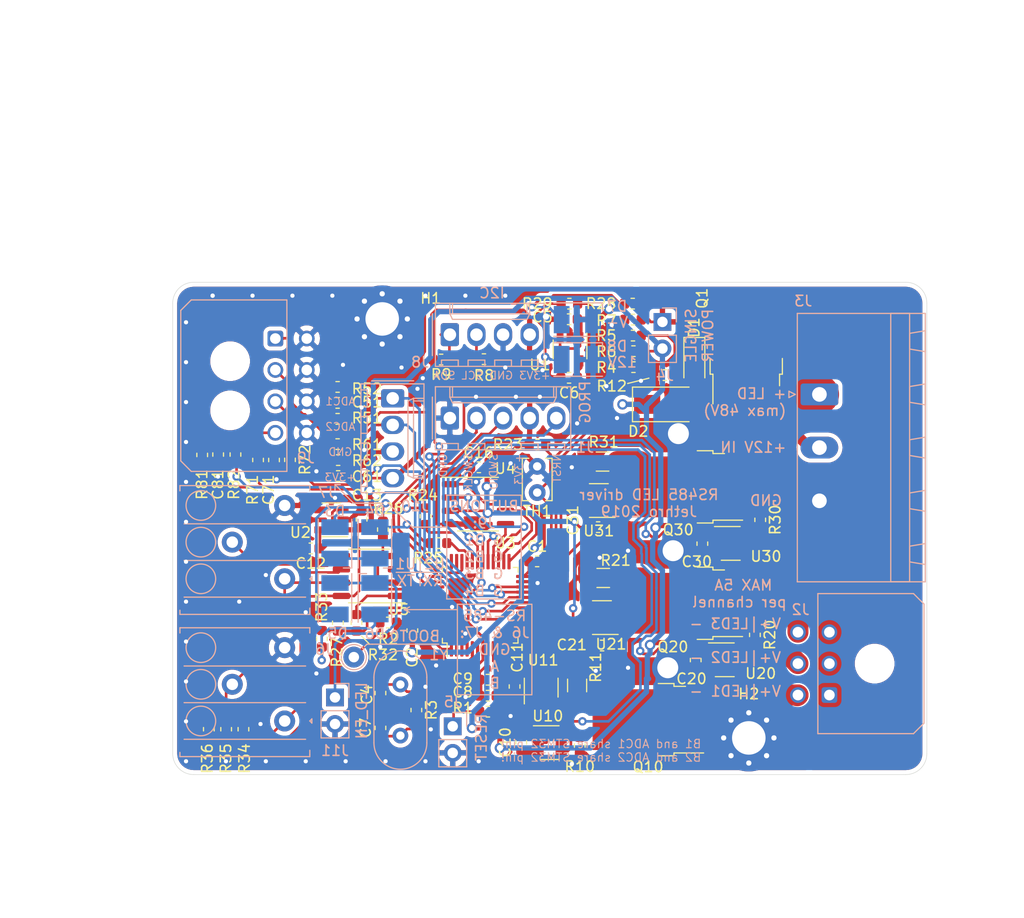
<source format=kicad_pcb>
(kicad_pcb (version 20171130) (host pcbnew 5.1.5-52549c5~84~ubuntu19.10.1)
  (layers (0 F.Cu signal) (31 B.Cu signal) (34 B.Paste user) (35 F.Paste user) (36 B.SilkS user) (37 F.SilkS user) (38 B.Mask user) (39 F.Mask user) (44 Edge.Cuts user))
  (net 0 "")
  (net 1 GND)
  (net 2 +3V3)
  (net 3 "Net-(C4-Pad1)")
  (net 4 +12V)
  (net 5 "Net-(C7-Pad1)")
  (net 6 +5V)
  (net 7 /B1_OUT)
  (net 8 /B2_OUT)
  (net 9 /B3_OUT)
  (net 10 /B4_OUT)
  (net 11 "Net-(D1-Pad2)")
  (net 12 VCC)
  (net 13 +12VA)
  (net 14 "Net-(D3-Pad2)")
  (net 15 "Net-(D3-Pad1)")
  (net 16 "Net-(D4-Pad2)")
  (net 17 "Net-(D5-Pad2)")
  (net 18 "Net-(D6-Pad2)")
  (net 19 "Net-(D7-Pad2)")
  (net 20 "Net-(D8-Pad2)")
  (net 21 /NRST)
  (net 22 /SWDIO)
  (net 23 /SWCLK)
  (net 24 /O3_LED_IN)
  (net 25 /O2_LED_IN)
  (net 26 /O1_LED_IN)
  (net 27 +VDC)
  (net 28 /RS485_A)
  (net 29 /RS485_B)
  (net 30 /I2C_SCL)
  (net 31 /I2C_SDA)
  (net 32 /B2_STM)
  (net 33 /B1_STM)
  (net 34 "Net-(Q10-Pad2)")
  (net 35 "Net-(Q10-Pad1)")
  (net 36 "Net-(Q20-Pad2)")
  (net 37 "Net-(Q20-Pad1)")
  (net 38 "Net-(Q30-Pad2)")
  (net 39 "Net-(Q30-Pad1)")
  (net 40 /BOOT0)
  (net 41 /12V_SENSE)
  (net 42 /VCC_SENSE)
  (net 43 "Net-(R10-Pad2)")
  (net 44 /B3_STM)
  (net 45 "Net-(R20-Pad2)")
  (net 46 /B4_STM)
  (net 47 /MOSFET_TEMP)
  (net 48 /STM_LED1)
  (net 49 /STM_LED2)
  (net 50 /USART1_TX)
  (net 51 /USART1_RX)
  (net 52 "Net-(R30-Pad2)")
  (net 53 "Net-(R32-Pad1)")
  (net 54 "Net-(U1-Pad4)")
  (net 55 "Net-(U2-Pad4)")
  (net 56 "Net-(U3-Pad46)")
  (net 57 "Net-(U3-Pad45)")
  (net 58 /RS485_RW)
  (net 59 "Net-(U3-Pad40)")
  (net 60 "Net-(U3-Pad38)")
  (net 61 "Net-(U3-Pad36)")
  (net 62 "Net-(U3-Pad35)")
  (net 63 /O3_SW)
  (net 64 /O2_SW)
  (net 65 /O1_SW)
  (net 66 /SPI_MOSI)
  (net 67 /SPI_MISO)
  (net 68 /SPI_SCK)
  (net 69 /SPI_NSS)
  (net 70 "Net-(U3-Pad17)")
  (net 71 "Net-(U3-Pad16)")
  (net 72 /O3_SENSE)
  (net 73 /O2_SENSE)
  (net 74 /O1_SENSE)
  (net 75 "Net-(U3-Pad4)")
  (net 76 "Net-(U3-Pad3)")
  (net 77 "Net-(U3-Pad2)")
  (net 78 "Net-(U10-Pad5)")
  (net 79 "Net-(U20-Pad5)")
  (net 80 "Net-(U30-Pad5)")
  (module Diode_SMD:D_SMA (layer F.Cu) (at 207.296 57.658)
    (fp_text reference D2 (at -2.846 2.576) (layer F.SilkS))
    (fp_text value STPS160A)
    (pad 2 smd rect (at 2 0) (size 2.5 1.8) (layers F.Cu F.Paste F.Mask) (net 13 +12VA))
    (pad 1 smd rect (at -2 0) (size 2.5 1.8) (layers F.Cu F.Paste F.Mask) (net 4 +12V))
  )
  (module MountingHole:MountingHole_3.2mm_M3_Pad_Via (layer F.Cu) (at 215 89.5)
    (fp_text reference H2 (at 0 -4.2) (layer F.SilkS))
    (fp_text value MountingHole_Pad)
    (pad 1 thru_hole circle (at 1.697056 -1.697056) (size 0.8 0.8) (drill 0.5) (layers *.Cu *.Mask) (net 1 GND))
    (pad 1 thru_hole circle (at 0 -2.4) (size 0.8 0.8) (drill 0.5) (layers *.Cu *.Mask) (net 1 GND))
    (pad 1 thru_hole circle (at -1.697056 -1.697056) (size 0.8 0.8) (drill 0.5) (layers *.Cu *.Mask) (net 1 GND))
    (pad 1 thru_hole circle (at -2.4 0) (size 0.8 0.8) (drill 0.5) (layers *.Cu *.Mask) (net 1 GND))
    (pad 1 thru_hole circle (at -1.697056 1.697056) (size 0.8 0.8) (drill 0.5) (layers *.Cu *.Mask) (net 1 GND))
    (pad 1 thru_hole circle (at 0 2.4) (size 0.8 0.8) (drill 0.5) (layers *.Cu *.Mask) (net 1 GND))
    (pad 1 thru_hole circle (at 1.697056 1.697056) (size 0.8 0.8) (drill 0.5) (layers *.Cu *.Mask) (net 1 GND))
    (pad 1 thru_hole circle (at 2.4 0) (size 0.8 0.8) (drill 0.5) (layers *.Cu *.Mask) (net 1 GND))
    (pad 1 thru_hole circle (at 0 0) (size 6.4 6.4) (drill 3.2) (layers *.Cu *.Mask) (net 1 GND))
  )
  (module MountingHole:MountingHole_3.2mm_M3_Pad_Via (layer F.Cu) (at 180 49.5)
    (fp_text reference H1 (at 4.638 -1.966) (layer F.SilkS))
    (fp_text value MountingHole_Pad)
    (pad 1 thru_hole circle (at 1.697056 -1.697056) (size 0.8 0.8) (drill 0.5) (layers *.Cu *.Mask) (net 1 GND))
    (pad 1 thru_hole circle (at 0 -2.4) (size 0.8 0.8) (drill 0.5) (layers *.Cu *.Mask) (net 1 GND))
    (pad 1 thru_hole circle (at -1.697056 -1.697056) (size 0.8 0.8) (drill 0.5) (layers *.Cu *.Mask) (net 1 GND))
    (pad 1 thru_hole circle (at -2.4 0) (size 0.8 0.8) (drill 0.5) (layers *.Cu *.Mask) (net 1 GND))
    (pad 1 thru_hole circle (at -1.697056 1.697056) (size 0.8 0.8) (drill 0.5) (layers *.Cu *.Mask) (net 1 GND))
    (pad 1 thru_hole circle (at 0 2.4) (size 0.8 0.8) (drill 0.5) (layers *.Cu *.Mask) (net 1 GND))
    (pad 1 thru_hole circle (at 1.697056 1.697056) (size 0.8 0.8) (drill 0.5) (layers *.Cu *.Mask) (net 1 GND))
    (pad 1 thru_hole circle (at 2.4 0) (size 0.8 0.8) (drill 0.5) (layers *.Cu *.Mask) (net 1 GND))
    (pad 1 thru_hole circle (at 0 0) (size 6.4 6.4) (drill 3.2) (layers *.Cu *.Mask) (net 1 GND))
  )
  (module Capacitor_SMD:C_0603_1608Metric (layer F.Cu) (at 200.9955 80.681)
    (fp_text reference C21 (at -2.8955 -0.0635) (layer F.SilkS))
    (fp_text value 100n)
    (pad 2 smd roundrect (at 0.7875 0) (size 0.875 0.95) (layers F.Cu F.Paste F.Mask) (net 1 GND))
    (pad 1 smd roundrect (at -0.7875 0) (size 0.875 0.95) (layers F.Cu F.Paste F.Mask) (net 2 +3V3))
  )
  (module Crystal:Crystal_HC49-U_Vertical (layer B.Cu) (at 181.737 84.401 270)
    (fp_text reference Y1 (at -2.831 -3.663 180) (layer B.SilkS) (effects (justify mirror)))
    (fp_text value 8MHz)
    (pad 2 thru_hole circle (at 4.88 0 270) (size 1.5 1.5) (drill 0.8) (layers *.Cu *.Mask) (net 5 "Net-(C7-Pad1)"))
    (pad 1 thru_hole circle (at 0 0 270) (size 1.5 1.5) (drill 0.8) (layers *.Cu *.Mask) (net 3 "Net-(C4-Pad1)"))
  )
  (module Package_TO_SOT_SMD:SOT-23-5 (layer F.Cu) (at 200.683 66.838 180)
    (fp_text reference U31 (at 0 -2.9) (layer F.SilkS))
    (fp_text value INA180A2)
    (pad 5 smd rect (at 1.1 -0.95 180) (size 1.06 0.65) (layers F.Cu F.Paste F.Mask) (net 2 +3V3))
    (pad 4 smd rect (at 1.1 0.95 180) (size 1.06 0.65) (layers F.Cu F.Paste F.Mask) (net 1 GND))
    (pad 3 smd rect (at -1.1 0.95 180) (size 1.06 0.65) (layers F.Cu F.Paste F.Mask) (net 38 "Net-(Q30-Pad2)"))
    (pad 2 smd rect (at -1.1 0 180) (size 1.06 0.65) (layers F.Cu F.Paste F.Mask) (net 1 GND))
    (pad 1 smd rect (at -1.1 -0.95 180) (size 1.06 0.65) (layers F.Cu F.Paste F.Mask) (net 72 /O3_SENSE))
  )
  (module Package_TO_SOT_SMD:SOT-23-6 (layer F.Cu) (at 213.276 70.9295)
    (fp_text reference U30 (at 3.366 1.2425) (layer F.SilkS))
    (fp_text value ZXGD3009E6)
    (pad 5 smd rect (at 1.1 0) (size 1.06 0.65) (layers F.Cu F.Paste F.Mask) (net 80 "Net-(U30-Pad5)"))
    (pad 6 smd rect (at 1.1 -0.95) (size 1.06 0.65) (layers F.Cu F.Paste F.Mask) (net 52 "Net-(R30-Pad2)"))
    (pad 4 smd rect (at 1.1 0.95) (size 1.06 0.65) (layers F.Cu F.Paste F.Mask) (net 52 "Net-(R30-Pad2)"))
    (pad 3 smd rect (at -1.1 0.95) (size 1.06 0.65) (layers F.Cu F.Paste F.Mask) (net 1 GND))
    (pad 2 smd rect (at -1.1 0) (size 1.06 0.65) (layers F.Cu F.Paste F.Mask) (net 63 /O3_SW))
    (pad 1 smd rect (at -1.1 -0.95) (size 1.06 0.65) (layers F.Cu F.Paste F.Mask) (net 4 +12V))
  )
  (module Package_TO_SOT_SMD:SOT-23-5 (layer F.Cu) (at 200.978 78.014 180)
    (fp_text reference U21 (at -0.8685 -2.54) (layer F.SilkS))
    (fp_text value INA180A2)
    (pad 5 smd rect (at 1.1 -0.95 180) (size 1.06 0.65) (layers F.Cu F.Paste F.Mask) (net 2 +3V3))
    (pad 4 smd rect (at 1.1 0.95 180) (size 1.06 0.65) (layers F.Cu F.Paste F.Mask) (net 1 GND))
    (pad 3 smd rect (at -1.1 0.95 180) (size 1.06 0.65) (layers F.Cu F.Paste F.Mask) (net 36 "Net-(Q20-Pad2)"))
    (pad 2 smd rect (at -1.1 0 180) (size 1.06 0.65) (layers F.Cu F.Paste F.Mask) (net 1 GND))
    (pad 1 smd rect (at -1.1 -0.95 180) (size 1.06 0.65) (layers F.Cu F.Paste F.Mask) (net 73 /O2_SENSE))
  )
  (module Package_TO_SOT_SMD:SOT-23-6 (layer F.Cu) (at 212.7045 82.042)
    (fp_text reference U20 (at 3.4295 1.306) (layer F.SilkS))
    (fp_text value ZXGD3009E6)
    (pad 5 smd rect (at 1.1 0) (size 1.06 0.65) (layers F.Cu F.Paste F.Mask) (net 79 "Net-(U20-Pad5)"))
    (pad 6 smd rect (at 1.1 -0.95) (size 1.06 0.65) (layers F.Cu F.Paste F.Mask) (net 45 "Net-(R20-Pad2)"))
    (pad 4 smd rect (at 1.1 0.95) (size 1.06 0.65) (layers F.Cu F.Paste F.Mask) (net 45 "Net-(R20-Pad2)"))
    (pad 3 smd rect (at -1.1 0.95) (size 1.06 0.65) (layers F.Cu F.Paste F.Mask) (net 1 GND))
    (pad 2 smd rect (at -1.1 0) (size 1.06 0.65) (layers F.Cu F.Paste F.Mask) (net 64 /O2_SW))
    (pad 1 smd rect (at -1.1 -0.95) (size 1.06 0.65) (layers F.Cu F.Paste F.Mask) (net 4 +12V))
  )
  (module Package_TO_SOT_SMD:SOT-23-5 (layer F.Cu) (at 195.179 84.702 90)
    (fp_text reference U11 (at 2.624 0.188 180) (layer F.SilkS))
    (fp_text value INA180A2)
    (pad 5 smd rect (at 1.1 -0.95 90) (size 1.06 0.65) (layers F.Cu F.Paste F.Mask) (net 2 +3V3))
    (pad 4 smd rect (at 1.1 0.95 90) (size 1.06 0.65) (layers F.Cu F.Paste F.Mask) (net 1 GND))
    (pad 3 smd rect (at -1.1 0.95 90) (size 1.06 0.65) (layers F.Cu F.Paste F.Mask) (net 34 "Net-(Q10-Pad2)"))
    (pad 2 smd rect (at -1.1 0 90) (size 1.06 0.65) (layers F.Cu F.Paste F.Mask) (net 1 GND))
    (pad 1 smd rect (at -1.1 -0.95 90) (size 1.06 0.65) (layers F.Cu F.Paste F.Mask) (net 74 /O1_SENSE))
  )
  (module Package_TO_SOT_SMD:SOT-23-6 (layer F.Cu) (at 195.984 89.952)
    (fp_text reference U10 (at -0.17 -2.54) (layer F.SilkS))
    (fp_text value ZXGD3009E6)
    (pad 5 smd rect (at 1.1 0) (size 1.06 0.65) (layers F.Cu F.Paste F.Mask) (net 78 "Net-(U10-Pad5)"))
    (pad 6 smd rect (at 1.1 -0.95) (size 1.06 0.65) (layers F.Cu F.Paste F.Mask) (net 43 "Net-(R10-Pad2)"))
    (pad 4 smd rect (at 1.1 0.95) (size 1.06 0.65) (layers F.Cu F.Paste F.Mask) (net 43 "Net-(R10-Pad2)"))
    (pad 3 smd rect (at -1.1 0.95) (size 1.06 0.65) (layers F.Cu F.Paste F.Mask) (net 1 GND))
    (pad 2 smd rect (at -1.1 0) (size 1.06 0.65) (layers F.Cu F.Paste F.Mask) (net 65 /O1_SW))
    (pad 1 smd rect (at -1.1 -0.95) (size 1.06 0.65) (layers F.Cu F.Paste F.Mask) (net 4 +12V))
  )
  (module Package_SO:SOP-8_3.9x4.9mm_P1.27mm (layer F.Cu) (at 178.731 74.041 180)
    (fp_text reference U5 (at -2.859 -3.211) (layer F.SilkS))
    (fp_text value SN65HVD3082EDR)
    (pad 8 smd roundrect (at 2.625 -1.905 180) (size 1.65 0.6) (layers F.Cu F.Paste F.Mask) (net 6 +5V))
    (pad 7 smd roundrect (at 2.625 -0.635 180) (size 1.65 0.6) (layers F.Cu F.Paste F.Mask) (net 29 /RS485_B))
    (pad 6 smd roundrect (at 2.625 0.635 180) (size 1.65 0.6) (layers F.Cu F.Paste F.Mask) (net 28 /RS485_A))
    (pad 5 smd roundrect (at 2.625 1.905 180) (size 1.65 0.6) (layers F.Cu F.Paste F.Mask) (net 1 GND))
    (pad 4 smd roundrect (at -2.625 1.905 180) (size 1.65 0.6) (layers F.Cu F.Paste F.Mask) (net 50 /USART1_TX))
    (pad 3 smd roundrect (at -2.625 0.635 180) (size 1.65 0.6) (layers F.Cu F.Paste F.Mask) (net 58 /RS485_RW))
    (pad 2 smd roundrect (at -2.625 -0.635 180) (size 1.65 0.6) (layers F.Cu F.Paste F.Mask) (net 58 /RS485_RW))
    (pad 1 smd roundrect (at -2.625 -1.905 180) (size 1.65 0.6) (layers F.Cu F.Paste F.Mask) (net 53 "Net-(R32-Pad1)"))
  )
  (module Package_SO:SOP-8_3.9x4.9mm_P1.27mm (layer F.Cu) (at 189.145 67.183)
    (fp_text reference U4 (at 2.605 -3.4) (layer F.SilkS))
    (fp_text value BY25Q16BSTIG)
    (pad 8 smd roundrect (at 2.625 -1.905) (size 1.65 0.6) (layers F.Cu F.Paste F.Mask) (net 2 +3V3))
    (pad 7 smd roundrect (at 2.625 -0.635) (size 1.65 0.6) (layers F.Cu F.Paste F.Mask) (net 2 +3V3))
    (pad 6 smd roundrect (at 2.625 0.635) (size 1.65 0.6) (layers F.Cu F.Paste F.Mask) (net 68 /SPI_SCK))
    (pad 5 smd roundrect (at 2.625 1.905) (size 1.65 0.6) (layers F.Cu F.Paste F.Mask) (net 66 /SPI_MOSI))
    (pad 4 smd roundrect (at -2.625 1.905) (size 1.65 0.6) (layers F.Cu F.Paste F.Mask) (net 1 GND))
    (pad 3 smd roundrect (at -2.625 0.635) (size 1.65 0.6) (layers F.Cu F.Paste F.Mask) (net 2 +3V3))
    (pad 2 smd roundrect (at -2.625 -0.635) (size 1.65 0.6) (layers F.Cu F.Paste F.Mask) (net 67 /SPI_MISO))
    (pad 1 smd roundrect (at -2.625 -1.905) (size 1.65 0.6) (layers F.Cu F.Paste F.Mask) (net 69 /SPI_NSS))
  )
  (module Package_QFP:LQFP-48_7x7mm_P0.5mm (layer F.Cu) (at 189.357 76.835 90)
    (fp_text reference U3 (at 5.933 2.393 180) (layer F.SilkS))
    (fp_text value STM32F030C8Tx)
    (pad 48 smd roundrect (at -2.75 -4.1625 90) (size 0.3 1.475) (layers F.Cu F.Paste F.Mask) (net 2 +3V3))
    (pad 47 smd roundrect (at -2.25 -4.1625 90) (size 0.3 1.475) (layers F.Cu F.Paste F.Mask) (net 1 GND))
    (pad 46 smd roundrect (at -1.75 -4.1625 90) (size 0.3 1.475) (layers F.Cu F.Paste F.Mask) (net 56 "Net-(U3-Pad46)"))
    (pad 45 smd roundrect (at -1.25 -4.1625 90) (size 0.3 1.475) (layers F.Cu F.Paste F.Mask) (net 57 "Net-(U3-Pad45)"))
    (pad 44 smd roundrect (at -0.75 -4.1625 90) (size 0.3 1.475) (layers F.Cu F.Paste F.Mask) (net 40 /BOOT0))
    (pad 43 smd roundrect (at -0.25 -4.1625 90) (size 0.3 1.475) (layers F.Cu F.Paste F.Mask) (net 51 /USART1_RX))
    (pad 42 smd roundrect (at 0.25 -4.1625 90) (size 0.3 1.475) (layers F.Cu F.Paste F.Mask) (net 50 /USART1_TX))
    (pad 41 smd roundrect (at 0.75 -4.1625 90) (size 0.3 1.475) (layers F.Cu F.Paste F.Mask) (net 58 /RS485_RW))
    (pad 40 smd roundrect (at 1.25 -4.1625 90) (size 0.3 1.475) (layers F.Cu F.Paste F.Mask) (net 59 "Net-(U3-Pad40)"))
    (pad 39 smd roundrect (at 1.75 -4.1625 90) (size 0.3 1.475) (layers F.Cu F.Paste F.Mask) (net 46 /B4_STM))
    (pad 38 smd roundrect (at 2.25 -4.1625 90) (size 0.3 1.475) (layers F.Cu F.Paste F.Mask) (net 60 "Net-(U3-Pad38)"))
    (pad 37 smd roundrect (at 2.75 -4.1625 90) (size 0.3 1.475) (layers F.Cu F.Paste F.Mask) (net 23 /SWCLK))
    (pad 36 smd roundrect (at 4.1625 -2.75 90) (size 1.475 0.3) (layers F.Cu F.Paste F.Mask) (net 61 "Net-(U3-Pad36)"))
    (pad 35 smd roundrect (at 4.1625 -2.25 90) (size 1.475 0.3) (layers F.Cu F.Paste F.Mask) (net 62 "Net-(U3-Pad35)"))
    (pad 34 smd roundrect (at 4.1625 -1.75 90) (size 1.475 0.3) (layers F.Cu F.Paste F.Mask) (net 22 /SWDIO))
    (pad 33 smd roundrect (at 4.1625 -1.25 90) (size 1.475 0.3) (layers F.Cu F.Paste F.Mask) (net 49 /STM_LED2))
    (pad 32 smd roundrect (at 4.1625 -0.75 90) (size 1.475 0.3) (layers F.Cu F.Paste F.Mask) (net 48 /STM_LED1))
    (pad 31 smd roundrect (at 4.1625 -0.25 90) (size 1.475 0.3) (layers F.Cu F.Paste F.Mask) (net 63 /O3_SW))
    (pad 30 smd roundrect (at 4.1625 0.25 90) (size 1.475 0.3) (layers F.Cu F.Paste F.Mask) (net 64 /O2_SW))
    (pad 29 smd roundrect (at 4.1625 0.75 90) (size 1.475 0.3) (layers F.Cu F.Paste F.Mask) (net 65 /O1_SW))
    (pad 28 smd roundrect (at 4.1625 1.25 90) (size 1.475 0.3) (layers F.Cu F.Paste F.Mask) (net 66 /SPI_MOSI))
    (pad 27 smd roundrect (at 4.1625 1.75 90) (size 1.475 0.3) (layers F.Cu F.Paste F.Mask) (net 67 /SPI_MISO))
    (pad 26 smd roundrect (at 4.1625 2.25 90) (size 1.475 0.3) (layers F.Cu F.Paste F.Mask) (net 68 /SPI_SCK))
    (pad 25 smd roundrect (at 4.1625 2.75 90) (size 1.475 0.3) (layers F.Cu F.Paste F.Mask) (net 69 /SPI_NSS))
    (pad 24 smd roundrect (at 2.75 4.1625 90) (size 0.3 1.475) (layers F.Cu F.Paste F.Mask) (net 2 +3V3))
    (pad 23 smd roundrect (at 2.25 4.1625 90) (size 0.3 1.475) (layers F.Cu F.Paste F.Mask) (net 1 GND))
    (pad 22 smd roundrect (at 1.75 4.1625 90) (size 0.3 1.475) (layers F.Cu F.Paste F.Mask) (net 31 /I2C_SDA))
    (pad 21 smd roundrect (at 1.25 4.1625 90) (size 0.3 1.475) (layers F.Cu F.Paste F.Mask) (net 30 /I2C_SCL))
    (pad 20 smd roundrect (at 0.75 4.1625 90) (size 0.3 1.475) (layers F.Cu F.Paste F.Mask) (net 33 /B1_STM))
    (pad 19 smd roundrect (at 0.25 4.1625 90) (size 0.3 1.475) (layers F.Cu F.Paste F.Mask) (net 32 /B2_STM))
    (pad 18 smd roundrect (at -0.25 4.1625 90) (size 0.3 1.475) (layers F.Cu F.Paste F.Mask) (net 44 /B3_STM))
    (pad 17 smd roundrect (at -0.75 4.1625 90) (size 0.3 1.475) (layers F.Cu F.Paste F.Mask) (net 70 "Net-(U3-Pad17)"))
    (pad 16 smd roundrect (at -1.25 4.1625 90) (size 0.3 1.475) (layers F.Cu F.Paste F.Mask) (net 71 "Net-(U3-Pad16)"))
    (pad 15 smd roundrect (at -1.75 4.1625 90) (size 0.3 1.475) (layers F.Cu F.Paste F.Mask) (net 47 /MOSFET_TEMP))
    (pad 14 smd roundrect (at -2.25 4.1625 90) (size 0.3 1.475) (layers F.Cu F.Paste F.Mask) (net 42 /VCC_SENSE))
    (pad 13 smd roundrect (at -2.75 4.1625 90) (size 0.3 1.475) (layers F.Cu F.Paste F.Mask) (net 41 /12V_SENSE))
    (pad 12 smd roundrect (at -4.1625 2.75 90) (size 1.475 0.3) (layers F.Cu F.Paste F.Mask) (net 72 /O3_SENSE))
    (pad 11 smd roundrect (at -4.1625 2.25 90) (size 1.475 0.3) (layers F.Cu F.Paste F.Mask) (net 73 /O2_SENSE))
    (pad 10 smd roundrect (at -4.1625 1.75 90) (size 1.475 0.3) (layers F.Cu F.Paste F.Mask) (net 74 /O1_SENSE))
    (pad 9 smd roundrect (at -4.1625 1.25 90) (size 1.475 0.3) (layers F.Cu F.Paste F.Mask) (net 2 +3V3))
    (pad 8 smd roundrect (at -4.1625 0.75 90) (size 1.475 0.3) (layers F.Cu F.Paste F.Mask) (net 1 GND))
    (pad 7 smd roundrect (at -4.1625 0.25 90) (size 1.475 0.3) (layers F.Cu F.Paste F.Mask) (net 21 /NRST))
    (pad 6 smd roundrect (at -4.1625 -0.25 90) (size 1.475 0.3) (layers F.Cu F.Paste F.Mask) (net 5 "Net-(C7-Pad1)"))
    (pad 5 smd roundrect (at -4.1625 -0.75 90) (size 1.475 0.3) (layers F.Cu F.Paste F.Mask) (net 3 "Net-(C4-Pad1)"))
    (pad 4 smd roundrect (at -4.1625 -1.25 90) (size 1.475 0.3) (layers F.Cu F.Paste F.Mask) (net 75 "Net-(U3-Pad4)"))
    (pad 3 smd roundrect (at -4.1625 -1.75 90) (size 1.475 0.3) (layers F.Cu F.Paste F.Mask) (net 76 "Net-(U3-Pad3)"))
    (pad 2 smd roundrect (at -4.1625 -2.25 90) (size 1.475 0.3) (layers F.Cu F.Paste F.Mask) (net 77 "Net-(U3-Pad2)"))
    (pad 1 smd roundrect (at -4.1625 -2.75 90) (size 1.475 0.3) (layers F.Cu F.Paste F.Mask) (net 2 +3V3))
  )
  (module Package_TO_SOT_SMD:SOT-23-5 (layer F.Cu) (at 175.156 68.682 180)
    (fp_text reference U2 (at 2.964 -1.204) (layer F.SilkS))
    (fp_text value AP2204K-5.0)
    (pad 5 smd rect (at 1.1 -0.95 180) (size 1.06 0.65) (layers F.Cu F.Paste F.Mask) (net 6 +5V))
    (pad 4 smd rect (at 1.1 0.95 180) (size 1.06 0.65) (layers F.Cu F.Paste F.Mask) (net 55 "Net-(U2-Pad4)"))
    (pad 3 smd rect (at -1.1 0.95 180) (size 1.06 0.65) (layers F.Cu F.Paste F.Mask) (net 4 +12V))
    (pad 2 smd rect (at -1.1 0 180) (size 1.06 0.65) (layers F.Cu F.Paste F.Mask) (net 1 GND))
    (pad 1 smd rect (at -1.1 -0.95 180) (size 1.06 0.65) (layers F.Cu F.Paste F.Mask) (net 4 +12V))
  )
  (module Package_TO_SOT_SMD:SOT-23-5 (layer F.Cu) (at 197.932 52.408 270)
    (fp_text reference U1 (at 1.476 2.88 180) (layer F.SilkS))
    (fp_text value MIC5504-3.3YM5)
    (pad 5 smd rect (at 1.1 -0.95 270) (size 1.06 0.65) (layers F.Cu F.Paste F.Mask) (net 2 +3V3))
    (pad 4 smd rect (at 1.1 0.95 270) (size 1.06 0.65) (layers F.Cu F.Paste F.Mask) (net 54 "Net-(U1-Pad4)"))
    (pad 3 smd rect (at -1.1 0.95 270) (size 1.06 0.65) (layers F.Cu F.Paste F.Mask) (net 4 +12V))
    (pad 2 smd rect (at -1.1 0 270) (size 1.06 0.65) (layers F.Cu F.Paste F.Mask) (net 1 GND))
    (pad 1 smd rect (at -1.1 -0.95 270) (size 1.06 0.65) (layers F.Cu F.Paste F.Mask) (net 4 +12V))
  )
  (module TestPoint:TestPoint_THTPad_D2.0mm_Drill1.0mm (layer B.Cu) (at 177.292 81.788)
    (fp_text reference TP1 hide)
    (fp_text value TestPoint)
    (pad 1 thru_hole circle (at 0 0) (size 2 2) (drill 1) (layers *.Cu *.Mask) (net 40 /BOOT0))
  )
  (module Capacitor_THT:C_Disc_D3.8mm_W2.6mm_P2.50mm (layer F.Cu) (at 194.798 66.076 90)
    (fp_text reference TH1 (at -1.778 0 180) (layer F.SilkS))
    (fp_text value NTCC-22k)
    (pad 2 thru_hole circle (at 2.5 0 90) (size 1.6 1.6) (drill 0.8) (layers *.Cu *.Mask) (net 1 GND))
    (pad 1 thru_hole circle (at 0 0 90) (size 1.6 1.6) (drill 0.8) (layers *.Cu *.Mask) (net 47 /MOSFET_TEMP))
  )
  (module Resistor_SMD:R_0603_1608Metric (layer F.Cu) (at 163.449 88.6715 270)
    (fp_text reference R36 (at 2.8045 0.147 90) (layer F.SilkS))
    (fp_text value 720R)
    (pad 2 smd roundrect (at 0.7875 0 270) (size 0.875 0.95) (layers F.Cu F.Paste F.Mask) (net 6 +5V))
    (pad 1 smd roundrect (at -0.7875 0 270) (size 0.875 0.95) (layers F.Cu F.Paste F.Mask) (net 28 /RS485_A))
  )
  (module Resistor_SMD:R_0603_1608Metric (layer F.Cu) (at 165.1 88.6715 90)
    (fp_text reference R35 (at -2.8045 -0.02 90) (layer F.SilkS))
    (fp_text value 120R)
    (pad 2 smd roundrect (at 0.7875 0 90) (size 0.875 0.95) (layers F.Cu F.Paste F.Mask) (net 28 /RS485_A))
    (pad 1 smd roundrect (at -0.7875 0 90) (size 0.875 0.95) (layers F.Cu F.Paste F.Mask) (net 29 /RS485_B))
  )
  (module Resistor_SMD:R_0603_1608Metric (layer F.Cu) (at 166.751 88.6715 270)
    (fp_text reference R34 (at 2.8045 -0.107 90) (layer F.SilkS))
    (fp_text value 720R)
    (pad 2 smd roundrect (at 0.7875 0 270) (size 0.875 0.95) (layers F.Cu F.Paste F.Mask) (net 29 /RS485_B))
    (pad 1 smd roundrect (at -0.7875 0 270) (size 0.875 0.95) (layers F.Cu F.Paste F.Mask) (net 1 GND))
  )
  (module Resistor_SMD:R_0603_1608Metric (layer F.Cu) (at 175.768 78.5115 90)
    (fp_text reference R33 (at 1.5135 -1.544 90) (layer F.SilkS))
    (fp_text value 1k)
    (pad 2 smd roundrect (at 0.7875 0 90) (size 0.875 0.95) (layers F.Cu F.Paste F.Mask) (net 1 GND))
    (pad 1 smd roundrect (at -0.7875 0 90) (size 0.875 0.95) (layers F.Cu F.Paste F.Mask) (net 51 /USART1_RX))
  )
  (module Resistor_SMD:R_0603_1608Metric (layer F.Cu) (at 177.546 78.5115 270)
    (fp_text reference R32 (at 3.0585 -2.52 180) (layer F.SilkS))
    (fp_text value 560R)
    (pad 2 smd roundrect (at 0.7875 0 270) (size 0.875 0.95) (layers F.Cu F.Paste F.Mask) (net 51 /USART1_RX))
    (pad 1 smd roundrect (at -0.7875 0 270) (size 0.875 0.95) (layers F.Cu F.Paste F.Mask) (net 53 "Net-(R32-Pad1)"))
  )
  (module Resistor_SMD:R_1206_3216Metric (layer F.Cu) (at 201.038 63.119 180)
    (fp_text reference R31 (at -0.11 1.869) (layer F.SilkS))
    (fp_text value 0.01R)
    (pad 2 smd roundrect (at 1.4 0 180) (size 1.25 1.75) (layers F.Cu F.Paste F.Mask) (roundrect_rratio 0.2) (net 1 GND))
    (pad 1 smd roundrect (at -1.4 0 180) (size 1.25 1.75) (layers F.Cu F.Paste F.Mask) (roundrect_rratio 0.2) (net 38 "Net-(Q30-Pad2)"))
  )
  (module Resistor_SMD:R_0603_1608Metric (layer F.Cu) (at 216.0905 68.6815 270)
    (fp_text reference R30 (at 0 -1.43 90) (layer F.SilkS))
    (fp_text value 100R)
    (pad 2 smd roundrect (at 0.7875 0 270) (size 0.875 0.95) (layers F.Cu F.Paste F.Mask) (net 52 "Net-(R30-Pad2)"))
    (pad 1 smd roundrect (at -0.7875 0 270) (size 0.875 0.95) (layers F.Cu F.Paste F.Mask) (net 39 "Net-(Q30-Pad1)"))
  )
  (module Resistor_SMD:R_0603_1608Metric (layer F.Cu) (at 197.8715 48.042 180)
    (fp_text reference R29 (at 3.0735 0) (layer F.SilkS))
    (fp_text value 1k2)
    (pad 2 smd roundrect (at 0.7875 0 180) (size 0.875 0.95) (layers F.Cu F.Paste F.Mask) (net 20 "Net-(D8-Pad2)"))
    (pad 1 smd roundrect (at -0.7875 0 180) (size 0.875 0.95) (layers F.Cu F.Paste F.Mask) (net 4 +12V))
  )
  (module Resistor_SMD:R_0603_1608Metric (layer F.Cu) (at 203.9165 48.042 180)
    (fp_text reference R28 (at 3.0225 0) (layer F.SilkS))
    (fp_text value 4k7)
    (pad 2 smd roundrect (at 0.7875 0 180) (size 0.875 0.95) (layers F.Cu F.Paste F.Mask) (net 19 "Net-(D7-Pad2)"))
    (pad 1 smd roundrect (at -0.7875 0 180) (size 0.875 0.95) (layers F.Cu F.Paste F.Mask) (net 12 VCC))
  )
  (module Resistor_SMD:R_0603_1608Metric (layer F.Cu) (at 174.244 80.0355 270)
    (fp_text reference R27 (at 1.2805 -1.43 90) (layer F.SilkS))
    (fp_text value 330R)
    (pad 2 smd roundrect (at 0.7875 0 270) (size 0.875 0.95) (layers F.Cu F.Paste F.Mask) (net 18 "Net-(D6-Pad2)"))
    (pad 1 smd roundrect (at -0.7875 0 270) (size 0.875 0.95) (layers F.Cu F.Paste F.Mask) (net 51 /USART1_RX))
  )
  (module Resistor_SMD:R_0603_1608Metric (layer F.Cu) (at 180.066 69.6065 90)
    (fp_text reference R26 (at 2.0065 0.508 180) (layer F.SilkS))
    (fp_text value 330R)
    (pad 2 smd roundrect (at 0.7875 0 90) (size 0.875 0.95) (layers F.Cu F.Paste F.Mask) (net 17 "Net-(D5-Pad2)"))
    (pad 1 smd roundrect (at -0.7875 0 90) (size 0.875 0.95) (layers F.Cu F.Paste F.Mask) (net 50 /USART1_TX))
  )
  (module Resistor_SMD:R_0603_1608Metric (layer F.Cu) (at 185.3745 70.902 180)
    (fp_text reference R25 (at 0.9905 -1.43) (layer F.SilkS))
    (fp_text value 330R)
    (pad 2 smd roundrect (at 0.7875 0 180) (size 0.875 0.95) (layers F.Cu F.Paste F.Mask) (net 16 "Net-(D4-Pad2)"))
    (pad 1 smd roundrect (at -0.7875 0 180) (size 0.875 0.95) (layers F.Cu F.Paste F.Mask) (net 49 /STM_LED2))
  )
  (module Resistor_SMD:R_0603_1608Metric (layer F.Cu) (at 184.13 68.3365 90)
    (fp_text reference R24 (at 2.0065 -0.254 180) (layer F.SilkS))
    (fp_text value 330R)
    (pad 2 smd roundrect (at 0.7875 0 90) (size 0.875 0.95) (layers F.Cu F.Paste F.Mask) (net 14 "Net-(D3-Pad2)"))
    (pad 1 smd roundrect (at -0.7875 0 90) (size 0.875 0.95) (layers F.Cu F.Paste F.Mask) (net 48 /STM_LED1))
  )
  (module Resistor_SMD:R_0603_1608Metric (layer F.Cu) (at 194.8235 61.504)
    (fp_text reference R23 (at -2.8195 0) (layer F.SilkS))
    (fp_text value 33k)
    (pad 2 smd roundrect (at 0.7875 0) (size 0.875 0.95) (layers F.Cu F.Paste F.Mask) (net 47 /MOSFET_TEMP))
    (pad 1 smd roundrect (at -0.7875 0) (size 0.875 0.95) (layers F.Cu F.Paste F.Mask) (net 2 +3V3))
  )
  (module Resistor_SMD:R_0603_1608Metric (layer F.Cu) (at 165.989 62.446 270)
    (fp_text reference R82 (at 2.868 0.147 90) (layer F.SilkS))
    (fp_text value 1k)
    (pad 2 smd roundrect (at 0.7875 0 270) (size 0.875 0.95) (layers F.Cu F.Paste F.Mask) (net 46 /B4_STM))
    (pad 1 smd roundrect (at -0.7875 0 270) (size 0.875 0.95) (layers F.Cu F.Paste F.Mask) (net 10 /B4_OUT))
  )
  (module Resistor_SMD:R_1206_3216Metric (layer F.Cu) (at 201.1045 74.2315 180)
    (fp_text reference R21 (at -1.1865 1.6785) (layer F.SilkS))
    (fp_text value 0.01R)
    (pad 2 smd roundrect (at 1.4 0 180) (size 1.25 1.75) (layers F.Cu F.Paste F.Mask) (roundrect_rratio 0.2) (net 1 GND))
    (pad 1 smd roundrect (at -1.4 0 180) (size 1.25 1.75) (layers F.Cu F.Paste F.Mask) (roundrect_rratio 0.2) (net 36 "Net-(Q20-Pad2)"))
  )
  (module Resistor_SMD:R_0603_1608Metric (layer F.Cu) (at 215.5825 79.667 270)
    (fp_text reference R20 (at 0 -1.43 90) (layer F.SilkS))
    (fp_text value 100R)
    (pad 2 smd roundrect (at 0.7875 0 270) (size 0.875 0.95) (layers F.Cu F.Paste F.Mask) (net 45 "Net-(R20-Pad2)"))
    (pad 1 smd roundrect (at -0.7875 0 270) (size 0.875 0.95) (layers F.Cu F.Paste F.Mask) (net 37 "Net-(Q20-Pad1)"))
  )
  (module Resistor_SMD:R_0603_1608Metric (layer F.Cu) (at 171.196 62.954 270)
    (fp_text reference R72 (at 0 -1.43 90) (layer F.SilkS))
    (fp_text value 1k)
    (pad 2 smd roundrect (at 0.7875 0 270) (size 0.875 0.95) (layers F.Cu F.Paste F.Mask) (net 44 /B3_STM))
    (pad 1 smd roundrect (at -0.7875 0 270) (size 0.875 0.95) (layers F.Cu F.Paste F.Mask) (net 9 /B3_OUT))
  )
  (module Resistor_SMD:R_0603_1608Metric (layer F.Cu) (at 162.814 62.484 90)
    (fp_text reference R81 (at -2.83 -0.02 90) (layer F.SilkS))
    (fp_text value 4k7)
    (pad 2 smd roundrect (at 0.7875 0 90) (size 0.875 0.95) (layers F.Cu F.Paste F.Mask) (net 10 /B4_OUT))
    (pad 1 smd roundrect (at -0.7875 0 90) (size 0.875 0.95) (layers F.Cu F.Paste F.Mask) (net 2 +3V3))
  )
  (module Resistor_SMD:R_0603_1608Metric (layer F.Cu) (at 168.148 62.9665 90)
    (fp_text reference R71 (at -2.8555 -0.528 90) (layer F.SilkS))
    (fp_text value 4k7)
    (pad 2 smd roundrect (at 0.7875 0 90) (size 0.875 0.95) (layers F.Cu F.Paste F.Mask) (net 9 /B3_OUT))
    (pad 1 smd roundrect (at -0.7875 0 90) (size 0.875 0.95) (layers F.Cu F.Paste F.Mask) (net 2 +3V3))
  )
  (module Resistor_SMD:R_0603_1608Metric (layer F.Cu) (at 175.7935 62.976)
    (fp_text reference R62 (at 2.7485 0.052) (layer F.SilkS))
    (fp_text value 1k)
    (pad 2 smd roundrect (at 0.7875 0) (size 0.875 0.95) (layers F.Cu F.Paste F.Mask) (net 32 /B2_STM))
    (pad 1 smd roundrect (at -0.7875 0) (size 0.875 0.95) (layers F.Cu F.Paste F.Mask) (net 8 /B2_OUT))
  )
  (module Resistor_SMD:R_0603_1608Metric (layer F.Cu) (at 175.7425 55.991)
    (fp_text reference R52 (at 2.7995 0.179) (layer F.SilkS))
    (fp_text value 1k)
    (pad 2 smd roundrect (at 0.7875 0) (size 0.875 0.95) (layers F.Cu F.Paste F.Mask) (net 33 /B1_STM))
    (pad 1 smd roundrect (at -0.7875 0) (size 0.875 0.95) (layers F.Cu F.Paste F.Mask) (net 7 /B1_OUT))
  )
  (module Resistor_SMD:R_0603_1608Metric (layer F.Cu) (at 175.7425 61.452 180)
    (fp_text reference R61 (at -2.7995 -0.052) (layer F.SilkS))
    (fp_text value 4k7)
    (pad 2 smd roundrect (at 0.7875 0 180) (size 0.875 0.95) (layers F.Cu F.Paste F.Mask) (net 8 /B2_OUT))
    (pad 1 smd roundrect (at -0.7875 0 180) (size 0.875 0.95) (layers F.Cu F.Paste F.Mask) (net 2 +3V3))
  )
  (module Resistor_SMD:R_0603_1608Metric (layer F.Cu) (at 175.7425 59.039 180)
    (fp_text reference R51 (at -2.7995 0.075) (layer F.SilkS))
    (fp_text value 4k7)
    (pad 2 smd roundrect (at 0.7875 0 180) (size 0.875 0.95) (layers F.Cu F.Paste F.Mask) (net 7 /B1_OUT))
    (pad 1 smd roundrect (at -0.7875 0 180) (size 0.875 0.95) (layers F.Cu F.Paste F.Mask) (net 2 +3V3))
  )
  (module Resistor_SMD:R_0603_1608Metric (layer F.Cu) (at 206.9845 54.864 180)
    (fp_text reference R12 (at 5.0745 -1.052) (layer F.SilkS))
    (fp_text value 10k)
    (pad 2 smd roundrect (at 0.7875 0 180) (size 0.875 0.95) (layers F.Cu F.Paste F.Mask) (net 1 GND))
    (pad 1 smd roundrect (at -0.7875 0 180) (size 0.875 0.95) (layers F.Cu F.Paste F.Mask) (net 11 "Net-(D1-Pad2)"))
  )
  (module Resistor_SMD:R_1206_3216Metric (layer F.Cu) (at 198.608 84.494 90)
    (fp_text reference R11 (at 1.7175 1.778 270) (layer F.SilkS))
    (fp_text value 0.01R)
    (pad 2 smd roundrect (at 1.4 0 90) (size 1.25 1.75) (layers F.Cu F.Paste F.Mask) (roundrect_rratio 0.2) (net 1 GND))
    (pad 1 smd roundrect (at -1.4 0 90) (size 1.25 1.75) (layers F.Cu F.Paste F.Mask) (roundrect_rratio 0.2) (net 34 "Net-(Q10-Pad2)"))
  )
  (module Resistor_SMD:R_0603_1608Metric (layer F.Cu) (at 198.862 90.2315 90)
    (fp_text reference R10 (at -2.0065 0 180) (layer F.SilkS))
    (fp_text value 100R)
    (pad 2 smd roundrect (at 0.7875 0 90) (size 0.875 0.95) (layers F.Cu F.Paste F.Mask) (net 43 "Net-(R10-Pad2)"))
    (pad 1 smd roundrect (at -0.7875 0 90) (size 0.875 0.95) (layers F.Cu F.Paste F.Mask) (net 35 "Net-(Q10-Pad1)"))
  )
  (module Resistor_SMD:R_0603_1608Metric (layer F.Cu) (at 185.6285 53.376 180)
    (fp_text reference R9 (at 0 -1.43) (layer F.SilkS))
    (fp_text value 1k5)
    (pad 2 smd roundrect (at 0.7875 0 180) (size 0.875 0.95) (layers F.Cu F.Paste F.Mask) (net 2 +3V3))
    (pad 1 smd roundrect (at -0.7875 0 180) (size 0.875 0.95) (layers F.Cu F.Paste F.Mask) (net 31 /I2C_SDA))
  )
  (module Resistor_SMD:R_0603_1608Metric (layer F.Cu) (at 189.7125 53.34)
    (fp_text reference R8 (at 0.0055 1.56) (layer F.SilkS))
    (fp_text value 1k5)
    (pad 2 smd roundrect (at 0.7875 0) (size 0.875 0.95) (layers F.Cu F.Paste F.Mask) (net 2 +3V3))
    (pad 1 smd roundrect (at -0.7875 0) (size 0.875 0.95) (layers F.Cu F.Paste F.Mask) (net 30 /I2C_SCL))
  )
  (module Resistor_SMD:R_0603_1608Metric (layer F.Cu) (at 203.942 51.09)
    (fp_text reference R7 (at -2.54 -1.43) (layer F.SilkS))
    (fp_text value 10k)
    (pad 2 smd roundrect (at 0.7875 0) (size 0.875 0.95) (layers F.Cu F.Paste F.Mask) (net 1 GND))
    (pad 1 smd roundrect (at -0.7875 0) (size 0.875 0.95) (layers F.Cu F.Paste F.Mask) (net 42 /VCC_SENSE))
  )
  (module Resistor_SMD:R_0603_1608Metric (layer F.Cu) (at 203.9875 54.102)
    (fp_text reference R6 (at -2.5855 -1.488) (layer F.SilkS))
    (fp_text value 10k)
    (pad 2 smd roundrect (at 0.7875 0) (size 0.875 0.95) (layers F.Cu F.Paste F.Mask) (net 1 GND))
    (pad 1 smd roundrect (at -0.7875 0) (size 0.875 0.95) (layers F.Cu F.Paste F.Mask) (net 41 /12V_SENSE))
  )
  (module Resistor_SMD:R_0603_1608Metric (layer F.Cu) (at 203.942 49.566 180)
    (fp_text reference R5 (at 2.54 -1.524) (layer F.SilkS))
    (fp_text value 150k)
    (pad 2 smd roundrect (at 0.7875 0 180) (size 0.875 0.95) (layers F.Cu F.Paste F.Mask) (net 42 /VCC_SENSE))
    (pad 1 smd roundrect (at -0.7875 0 180) (size 0.875 0.95) (layers F.Cu F.Paste F.Mask) (net 12 VCC))
  )
  (module Resistor_SMD:R_0603_1608Metric (layer F.Cu) (at 203.9875 52.578 180)
    (fp_text reference R4 (at 2.5855 -1.56) (layer F.SilkS))
    (fp_text value 33k)
    (pad 2 smd roundrect (at 0.7875 0 180) (size 0.875 0.95) (layers F.Cu F.Paste F.Mask) (net 41 /12V_SENSE))
    (pad 1 smd roundrect (at -0.7875 0 180) (size 0.875 0.95) (layers F.Cu F.Paste F.Mask) (net 4 +12V))
  )
  (module Resistor_SMD:R_0603_1608Metric (layer F.Cu) (at 183.261 86.8425 270)
    (fp_text reference R3 (at 0 -1.43 90) (layer F.SilkS))
    (fp_text value 1M)
    (pad 2 smd roundrect (at 0.7875 0 270) (size 0.875 0.95) (layers F.Cu F.Paste F.Mask) (net 5 "Net-(C7-Pad1)"))
    (pad 1 smd roundrect (at -0.7875 0 270) (size 0.875 0.95) (layers F.Cu F.Paste F.Mask) (net 3 "Net-(C4-Pad1)"))
  )
  (module Resistor_SMD:R_0603_1608Metric (layer F.Cu) (at 180.5685 78.486)
    (fp_text reference R2 (at 0.0055 1.56) (layer F.SilkS))
    (fp_text value 10k)
    (pad 2 smd roundrect (at 0.7875 0) (size 0.875 0.95) (layers F.Cu F.Paste F.Mask) (net 1 GND))
    (pad 1 smd roundrect (at -0.7875 0) (size 0.875 0.95) (layers F.Cu F.Paste F.Mask) (net 40 /BOOT0))
  )
  (module Resistor_SMD:R_0603_1608Metric (layer F.Cu) (at 190.0935 86.995 180)
    (fp_text reference R1 (at 2.4075 0.345) (layer F.SilkS))
    (fp_text value 10k)
    (pad 2 smd roundrect (at 0.7875 0 180) (size 0.875 0.95) (layers F.Cu F.Paste F.Mask) (net 21 /NRST))
    (pad 1 smd roundrect (at -0.7875 0 180) (size 0.875 0.95) (layers F.Cu F.Paste F.Mask) (net 2 +3V3))
  )
  (module Package_TO_SOT_SMD:TO-252-2 (layer F.Cu) (at 209.11 65.532 180)
    (fp_text reference Q30 (at 0.85 -4.1) (layer F.SilkS))
    (fp_text value YJD80G06A)
    (pad 2 smd rect (at 2.1 0 180) (size 6.4 5.8) (layers F.Cu F.Mask) (net 38 "Net-(Q30-Pad2)"))
    (pad 3 smd rect (at -4.2 2.28 180) (size 2.2 1.2) (layers F.Cu F.Paste F.Mask) (net 24 /O3_LED_IN))
    (pad 1 smd rect (at -4.2 -2.28 180) (size 2.2 1.2) (layers F.Cu F.Paste F.Mask) (net 39 "Net-(Q30-Pad1)"))
  )
  (module Package_TO_SOT_SMD:TO-252-2 (layer F.Cu) (at 209.1055 76.6455 180)
    (fp_text reference Q20 (at 1.3535 -4.1625) (layer F.SilkS))
    (fp_text value YJD80G06A)
    (pad 2 smd rect (at 2.1 0 180) (size 6.4 5.8) (layers F.Cu F.Mask) (net 36 "Net-(Q20-Pad2)"))
    (pad 3 smd rect (at -4.2 2.28 180) (size 2.2 1.2) (layers F.Cu F.Paste F.Mask) (net 25 /O2_LED_IN))
    (pad 1 smd rect (at -4.2 -2.28 180) (size 2.2 1.2) (layers F.Cu F.Paste F.Mask) (net 37 "Net-(Q20-Pad1)"))
  )
  (module Package_TO_SOT_SMD:TO-252-2 (layer F.Cu) (at 205.3875 87.758 180)
    (fp_text reference Q10 (at 0 -4.5) (layer F.SilkS))
    (fp_text value YJD80G06A)
    (pad 2 smd rect (at 2.1 0 180) (size 6.4 5.8) (layers F.Cu F.Mask) (net 34 "Net-(Q10-Pad2)"))
    (pad 3 smd rect (at -4.2 2.28 180) (size 2.2 1.2) (layers F.Cu F.Paste F.Mask) (net 26 /O1_LED_IN))
    (pad 1 smd rect (at -4.2 -2.28 180) (size 2.2 1.2) (layers F.Cu F.Paste F.Mask) (net 35 "Net-(Q10-Pad1)"))
  )
  (module Package_TO_SOT_SMD:TO-252-2 (layer F.Cu) (at 214.756 52.3045 90)
    (fp_text reference Q1 (at 4.7705 -4.21 90) (layer F.SilkS))
    (fp_text value SE60P20B)
    (pad 2 smd rect (at 2.1 0 90) (size 6.4 5.8) (layers F.Cu F.Mask) (net 12 VCC))
    (pad 3 smd rect (at -4.2 2.28 90) (size 2.2 1.2) (layers F.Cu F.Paste F.Mask) (net 27 +VDC))
    (pad 1 smd rect (at -4.2 -2.28 90) (size 2.2 1.2) (layers F.Cu F.Paste F.Mask) (net 11 "Net-(D1-Pad2)"))
  )
  (module Connector_PinHeader_2.54mm:PinHeader_1x02_P2.54mm_Vertical (layer B.Cu) (at 175.494 85.634 180)
    (fp_text reference J11 (at 0 -5.08) (layer B.SilkS) (effects (justify mirror)))
    (fp_text value LED_EN)
    (pad 2 thru_hole oval (at 0 -2.54 180) (size 1.7 1.7) (drill 1) (layers *.Cu *.Mask) (net 1 GND))
    (pad 1 thru_hole rect (at 0 0 180) (size 1.7 1.7) (drill 1) (layers *.Cu *.Mask) (net 15 "Net-(D3-Pad1)"))
  )
  (module Connector_Molex:Molex_KK-254_AE-6410-04A_1x04_P2.54mm_Vertical (layer B.Cu) (at 181 57.08 270)
    (fp_text reference J10 (at 10.266 -2.114 180) (layer B.SilkS) (effects (justify mirror)))
    (fp_text value ADC_EXT)
    (pad 4 thru_hole oval (at 7.62 0 270) (size 1.74 2.2) (drill 1.2) (layers *.Cu *.Mask) (net 2 +3V3))
    (pad 3 thru_hole oval (at 5.08 0 270) (size 1.74 2.2) (drill 1.2) (layers *.Cu *.Mask) (net 1 GND))
    (pad 2 thru_hole oval (at 2.54 0 270) (size 1.74 2.2) (drill 1.2) (layers *.Cu *.Mask) (net 32 /B2_STM))
    (pad 1 thru_hole roundrect (at 0 0 270) (size 1.74 2.2) (drill 1.2) (layers *.Cu *.Mask) (roundrect_rratio 0.143678) (net 33 /B1_STM))
  )
  (module Connector_Molex:Molex_Micro-Fit_3.0_43045-0800_2x04_P3.00mm_Horizontal (layer B.Cu) (at 169.799 51.3715 270)
    (fp_text reference J9 (at 11.4025 -2.901) (layer B.SilkS) (effects (justify mirror)))
    (fp_text value BUTTONS)
    (pad 8 thru_hole circle (at 9 -3 270) (size 1.5 1.5) (drill 1.02) (layers *.Cu *.Mask) (net 1 GND))
    (pad 7 thru_hole circle (at 6 -3 270) (size 1.5 1.5) (drill 1.02) (layers *.Cu *.Mask) (net 1 GND))
    (pad 6 thru_hole circle (at 3 -3 270) (size 1.5 1.5) (drill 1.02) (layers *.Cu *.Mask) (net 1 GND))
    (pad 5 thru_hole circle (at 0 -3 270) (size 1.5 1.5) (drill 1.02) (layers *.Cu *.Mask) (net 1 GND))
    (pad 4 thru_hole circle (at 9 0 270) (size 1.5 1.5) (drill 1.02) (layers *.Cu *.Mask) (net 10 /B4_OUT))
    (pad 3 thru_hole circle (at 6 0 270) (size 1.5 1.5) (drill 1.02) (layers *.Cu *.Mask) (net 9 /B3_OUT))
    (pad 2 thru_hole circle (at 3 0 270) (size 1.5 1.5) (drill 1.02) (layers *.Cu *.Mask) (net 8 /B2_OUT))
    (pad 1 thru_hole roundrect (at 0 0 270) (size 1.5 1.5) (drill 1.02) (layers *.Cu *.Mask) (roundrect_rratio 0.166667) (net 7 /B1_OUT))
    (pad "" np_thru_hole circle (at 6.86 4.32 270) (size 3 3) (drill 3) (layers *.Cu *.Mask))
    (pad "" np_thru_hole circle (at 2.16 4.32 270) (size 3 3) (drill 3) (layers *.Cu *.Mask))
  )
  (module Connector_Molex:Molex_KK-254_AE-6410-04A_1x04_P2.54mm_Vertical (layer B.Cu) (at 186.46 51)
    (fp_text reference J8 (at -2.838 2.63) (layer B.SilkS) (effects (justify mirror)))
    (fp_text value I2C)
    (pad 4 thru_hole oval (at 7.62 0) (size 1.74 2.2) (drill 1.2) (layers *.Cu *.Mask) (net 2 +3V3))
    (pad 3 thru_hole oval (at 5.08 0) (size 1.74 2.2) (drill 1.2) (layers *.Cu *.Mask) (net 1 GND))
    (pad 2 thru_hole oval (at 2.54 0) (size 1.74 2.2) (drill 1.2) (layers *.Cu *.Mask) (net 30 /I2C_SCL))
    (pad 1 thru_hole roundrect (at 0 0) (size 1.74 2.2) (drill 1.2) (layers *.Cu *.Mask) (roundrect_rratio 0.143678) (net 31 /I2C_SDA))
  )
  (module LED_driver:PTSA_1.5_3-3.5-Z_1985205 (layer B.Cu) (at 170.688 74.31 90)
    (fp_text reference J7 (at 8.234 4.044 180) (layer B.SilkS) (effects (justify mirror)))
    (fp_text value RS485_2)
    (pad 3 thru_hole circle (at 7 0 90) (size 2 2) (drill 1.1) (layers *.Cu *.Mask) (net 1 GND))
    (pad 2 thru_hole circle (at 3.5 -5 90) (size 2 2) (drill 1.1) (layers *.Cu *.Mask) (net 28 /RS485_A))
    (pad 1 thru_hole circle (at 0 0 90) (size 2 2) (drill 1.1) (layers *.Cu *.Mask) (net 29 /RS485_B))
  )
  (module LED_driver:PTSA_1.5_3-3.5-Z_1985205 (layer B.Cu) (at 170.688 87.884 90)
    (fp_text reference J6 (at 6.822 3.79 180) (layer B.SilkS) (effects (justify mirror)))
    (fp_text value RS485_1)
    (pad 3 thru_hole circle (at 7 0 90) (size 2 2) (drill 1.1) (layers *.Cu *.Mask) (net 1 GND))
    (pad 2 thru_hole circle (at 3.5 -5 90) (size 2 2) (drill 1.1) (layers *.Cu *.Mask) (net 28 /RS485_A))
    (pad 1 thru_hole circle (at 0 0 90) (size 2 2) (drill 1.1) (layers *.Cu *.Mask) (net 29 /RS485_B))
  )
  (module Connector_PinHeader_2.54mm:PinHeader_1x02_P2.54mm_Vertical (layer B.Cu) (at 186.7335 88.392 180)
    (fp_text reference J5 (at 0 2.33) (layer B.SilkS) (effects (justify mirror)))
    (fp_text value RST)
    (pad 2 thru_hole oval (at 0 -2.54 180) (size 1.7 1.7) (drill 1) (layers *.Cu *.Mask) (net 1 GND))
    (pad 1 thru_hole rect (at 0 0 180) (size 1.7 1.7) (drill 1) (layers *.Cu *.Mask) (net 21 /NRST))
  )
  (module Connector_PinHeader_2.54mm:PinHeader_1x02_P2.54mm_Vertical (layer B.Cu) (at 206.756 49.784 180)
    (fp_text reference J4 (at -0.234 -5.116 180) (layer B.SilkS) (effects (justify mirror)))
    (fp_text value SINGLE_POWER)
    (pad 2 thru_hole oval (at 0 -2.54 180) (size 1.7 1.7) (drill 1) (layers *.Cu *.Mask) (net 4 +12V))
    (pad 1 thru_hole rect (at 0 0 180) (size 1.7 1.7) (drill 1) (layers *.Cu *.Mask) (net 12 VCC))
  )
  (module Connector_Phoenix_MSTB:PhoenixContact_MSTB_2,5_3-GF-5,08_1x03_P5.08mm_Horizontal_ThreadedFlange (layer B.Cu) (at 221.742 56.7055 270)
    (fp_text reference J3 (at -8.9175 1.544) (layer B.SilkS) (effects (justify mirror)))
    (fp_text value POWER)
    (pad 3 thru_hole oval (at 10.16 0 270) (size 2.08 3.6) (drill 1.4) (layers *.Cu *.Mask) (net 1 GND))
    (pad 2 thru_hole oval (at 5.08 0 270) (size 2.08 3.6) (drill 1.4) (layers *.Cu *.Mask) (net 13 +12VA))
    (pad 1 thru_hole roundrect (at 0 0 270) (size 2.08 3.6) (drill 1.4) (layers *.Cu *.Mask) (roundrect_rratio 0.120192) (net 27 +VDC))
  )
  (module Connector_Molex:Molex_Micro-Fit_3.0_43045-0600_2x03_P3.00mm_Horizontal (layer B.Cu) (at 222.6945 85.4075 90)
    (fp_text reference J2 (at 8.1555 -2.7505) (layer B.SilkS) (effects (justify mirror)))
    (fp_text value LED_STRIPS)
    (pad 6 thru_hole circle (at 6 -3 90) (size 1.5 1.5) (drill 1.02) (layers *.Cu *.Mask) (net 24 /O3_LED_IN))
    (pad 5 thru_hole circle (at 3 -3 90) (size 1.5 1.5) (drill 1.02) (layers *.Cu *.Mask) (net 25 /O2_LED_IN))
    (pad 4 thru_hole circle (at 0 -3 90) (size 1.5 1.5) (drill 1.02) (layers *.Cu *.Mask) (net 26 /O1_LED_IN))
    (pad 3 thru_hole circle (at 6 0 90) (size 1.5 1.5) (drill 1.02) (layers *.Cu *.Mask) (net 12 VCC))
    (pad 2 thru_hole circle (at 3 0 90) (size 1.5 1.5) (drill 1.02) (layers *.Cu *.Mask) (net 12 VCC))
    (pad 1 thru_hole roundrect (at 0 0 90) (size 1.5 1.5) (drill 1.02) (layers *.Cu *.Mask) (roundrect_rratio 0.166667) (net 12 VCC))
    (pad "" np_thru_hole circle (at 3 4.32 90) (size 3 3) (drill 3) (layers *.Cu *.Mask))
  )
  (module Connector_Molex:Molex_KK-254_AE-6410-05A_1x05_P2.54mm_Vertical (layer B.Cu) (at 186.46 58.964)
    (fp_text reference J1 (at 12.91 2.794) (layer B.SilkS) (effects (justify mirror)))
    (fp_text value PROG)
    (pad 5 thru_hole oval (at 10.16 0) (size 1.74 2.2) (drill 1.2) (layers *.Cu *.Mask) (net 21 /NRST))
    (pad 4 thru_hole oval (at 7.62 0) (size 1.74 2.2) (drill 1.2) (layers *.Cu *.Mask) (net 2 +3V3))
    (pad 3 thru_hole oval (at 5.08 0) (size 1.74 2.2) (drill 1.2) (layers *.Cu *.Mask) (net 22 /SWDIO))
    (pad 2 thru_hole oval (at 2.54 0) (size 1.74 2.2) (drill 1.2) (layers *.Cu *.Mask) (net 23 /SWCLK))
    (pad 1 thru_hole roundrect (at 0 0) (size 1.74 2.2) (drill 1.2) (layers *.Cu *.Mask) (roundrect_rratio 0.143678) (net 1 GND))
  )
  (module LED_SMD:LED_PLCC-2 (layer B.Cu) (at 198.632 53.376 180)
    (fp_text reference D8 (at -3.786 1.27 180) (layer B.SilkS) (effects (justify mirror)))
    (fp_text value L_12V)
    (pad 2 smd rect (at 1.5 0 180) (size 1.5 2.6) (layers B.Cu B.Paste B.Mask) (net 20 "Net-(D8-Pad2)"))
    (pad 1 smd rect (at -1.5 0 180) (size 1.5 2.6) (layers B.Cu B.Paste B.Mask) (net 1 GND))
  )
  (module LED_SMD:LED_PLCC-2 (layer B.Cu) (at 198.632 49.566 180)
    (fp_text reference D7 (at -3.786 1.27 180) (layer B.SilkS) (effects (justify mirror)))
    (fp_text value L_VCC)
    (pad 2 smd rect (at 1.5 0 180) (size 1.5 2.6) (layers B.Cu B.Paste B.Mask) (net 19 "Net-(D7-Pad2)"))
    (pad 1 smd rect (at -1.5 0 180) (size 1.5 2.6) (layers B.Cu B.Paste B.Mask) (net 1 GND))
  )
  (module LED_SMD:LED_PLCC-2 (layer B.Cu) (at 179.304 76.212 270)
    (fp_text reference D6 (at 3.326 0) (layer B.SilkS) (effects (justify mirror)))
    (fp_text value L_RX)
    (pad 2 smd rect (at 1.5 0 270) (size 1.5 2.6) (layers B.Cu B.Paste B.Mask) (net 18 "Net-(D6-Pad2)"))
    (pad 1 smd rect (at -1.5 0 270) (size 1.5 2.6) (layers B.Cu B.Paste B.Mask) (net 15 "Net-(D3-Pad1)"))
  )
  (module LED_SMD:LED_PLCC-2 (layer B.Cu) (at 175.494 76.212 270)
    (fp_text reference D5 (at 3.326 -0.254) (layer B.SilkS) (effects (justify mirror)))
    (fp_text value L_TX)
    (pad 2 smd rect (at 1.5 0 270) (size 1.5 2.6) (layers B.Cu B.Paste B.Mask) (net 17 "Net-(D5-Pad2)"))
    (pad 1 smd rect (at -1.5 0 270) (size 1.5 2.6) (layers B.Cu B.Paste B.Mask) (net 15 "Net-(D3-Pad1)"))
  )
  (module LED_SMD:LED_PLCC-2 (layer B.Cu) (at 179.304 70.878 90)
    (fp_text reference D4 (at 3.024 0) (layer B.SilkS) (effects (justify mirror)))
    (fp_text value L_U2)
    (pad 2 smd rect (at 1.5 0 90) (size 1.5 2.6) (layers B.Cu B.Paste B.Mask) (net 16 "Net-(D4-Pad2)"))
    (pad 1 smd rect (at -1.5 0 90) (size 1.5 2.6) (layers B.Cu B.Paste B.Mask) (net 15 "Net-(D3-Pad1)"))
  )
  (module LED_SMD:LED_PLCC-2 (layer B.Cu) (at 175.494 70.878 90)
    (fp_text reference D3 (at 3.024 0) (layer B.SilkS) (effects (justify mirror)))
    (fp_text value L_U1)
    (pad 2 smd rect (at 1.5 0 90) (size 1.5 2.6) (layers B.Cu B.Paste B.Mask) (net 14 "Net-(D3-Pad2)"))
    (pad 1 smd rect (at -1.5 0 90) (size 1.5 2.6) (layers B.Cu B.Paste B.Mask) (net 15 "Net-(D3-Pad1)"))
  )
  (module Diode_SMD:D_SOD-123F (layer F.Cu) (at 209.804 53.47 270)
    (fp_text reference D1 (at -3.142 0.02 90) (layer F.SilkS))
    (fp_text value BZT52C15)
    (pad 2 smd rect (at 1.4 0 270) (size 1.1 1.1) (layers F.Cu F.Paste F.Mask) (net 11 "Net-(D1-Pad2)"))
    (pad 1 smd rect (at -1.4 0 270) (size 1.1 1.1) (layers F.Cu F.Paste F.Mask) (net 12 VCC))
  )
  (module Capacitor_SMD:C_0603_1608Metric (layer F.Cu) (at 200.6145 69.378)
    (fp_text reference C31 (at -2.411 -0.655 270) (layer F.SilkS))
    (fp_text value 100n)
    (pad 2 smd roundrect (at 0.7875 0) (size 0.875 0.95) (layers F.Cu F.Paste F.Mask) (net 1 GND))
    (pad 1 smd roundrect (at -0.7875 0) (size 0.875 0.95) (layers F.Cu F.Paste F.Mask) (net 2 +3V3))
  )
  (module Capacitor_SMD:C_0603_1608Metric (layer F.Cu) (at 210.566 70.955 270)
    (fp_text reference C30 (at 1.725 0.528 180) (layer F.SilkS))
    (fp_text value 100n)
    (pad 2 smd roundrect (at 0.7875 0 270) (size 0.875 0.95) (layers F.Cu F.Paste F.Mask) (net 1 GND))
    (pad 1 smd roundrect (at -0.7875 0 270) (size 0.875 0.95) (layers F.Cu F.Paste F.Mask) (net 4 +12V))
  )
  (module Capacitor_SMD:C_0603_1608Metric (layer F.Cu) (at 209.931 82.0675 270)
    (fp_text reference C20 (at 1.7885 0.401 180) (layer F.SilkS))
    (fp_text value 100n)
    (pad 2 smd roundrect (at 0.7875 0 270) (size 0.875 0.95) (layers F.Cu F.Paste F.Mask) (net 1 GND))
    (pad 1 smd roundrect (at -0.7875 0 270) (size 0.875 0.95) (layers F.Cu F.Paste F.Mask) (net 4 +12V))
  )
  (module Capacitor_SMD:C_0603_1608Metric (layer F.Cu) (at 164.338 62.446 270)
    (fp_text reference C81 (at 2.868 0.02 90) (layer F.SilkS))
    (fp_text value 100n)
    (pad 2 smd roundrect (at 0.7875 0 270) (size 0.875 0.95) (layers F.Cu F.Paste F.Mask) (net 1 GND))
    (pad 1 smd roundrect (at -0.7875 0 270) (size 0.875 0.95) (layers F.Cu F.Paste F.Mask) (net 10 /B4_OUT))
  )
  (module Capacitor_SMD:C_0603_1608Metric (layer F.Cu) (at 169.672 62.9665 270)
    (fp_text reference C71 (at 2.8555 0.528 90) (layer F.SilkS))
    (fp_text value 100n)
    (pad 2 smd roundrect (at 0.7875 0 270) (size 0.875 0.95) (layers F.Cu F.Paste F.Mask) (net 1 GND))
    (pad 1 smd roundrect (at -0.7875 0 270) (size 0.875 0.95) (layers F.Cu F.Paste F.Mask) (net 9 /B3_OUT))
  )
  (module Capacitor_SMD:C_0603_1608Metric (layer F.Cu) (at 189.23 63.663 180)
    (fp_text reference C16 (at 0.02 1.397) (layer F.SilkS))
    (fp_text value 100n)
    (pad 2 smd roundrect (at 0.7875 0 180) (size 0.875 0.95) (layers F.Cu F.Paste F.Mask) (net 1 GND))
    (pad 1 smd roundrect (at -0.7875 0 180) (size 0.875 0.95) (layers F.Cu F.Paste F.Mask) (net 2 +3V3))
  )
  (module Capacitor_SMD:C_0603_1608Metric (layer F.Cu) (at 175.7935 64.5)
    (fp_text reference C61 (at 2.7485 0.052) (layer F.SilkS))
    (fp_text value 100n)
    (pad 2 smd roundrect (at 0.7875 0) (size 0.875 0.95) (layers F.Cu F.Paste F.Mask) (net 1 GND))
    (pad 1 smd roundrect (at -0.7875 0) (size 0.875 0.95) (layers F.Cu F.Paste F.Mask) (net 8 /B2_OUT))
  )
  (module Capacitor_SMD:C_0603_1608Metric (layer F.Cu) (at 175.7425 57.515)
    (fp_text reference C51 (at 2.7995 -0.075) (layer F.SilkS))
    (fp_text value 100n)
    (pad 2 smd roundrect (at 0.7875 0) (size 0.875 0.95) (layers F.Cu F.Paste F.Mask) (net 1 GND))
    (pad 1 smd roundrect (at -0.7875 0) (size 0.875 0.95) (layers F.Cu F.Paste F.Mask) (net 7 /B1_OUT))
  )
  (module Capacitor_SMD:C_0603_1608Metric (layer F.Cu) (at 178.034 68.6415 90)
    (fp_text reference C13 (at 2.3115 0.508 180) (layer F.SilkS))
    (fp_text value 1u)
    (pad 2 smd roundrect (at 0.7875 0 90) (size 0.875 0.95) (layers F.Cu F.Paste F.Mask) (net 1 GND))
    (pad 1 smd roundrect (at -0.7875 0 90) (size 0.875 0.95) (layers F.Cu F.Paste F.Mask) (net 4 +12V))
  )
  (module Capacitor_SMD:C_0603_1608Metric (layer F.Cu) (at 173.1825 71.41 180)
    (fp_text reference C12 (at 0 -1.43) (layer F.SilkS))
    (fp_text value 2u2)
    (pad 2 smd roundrect (at 0.7875 0 180) (size 0.875 0.95) (layers F.Cu F.Paste F.Mask) (net 1 GND))
    (pad 1 smd roundrect (at -0.7875 0 180) (size 0.875 0.95) (layers F.Cu F.Paste F.Mask) (net 6 +5V))
  )
  (module Capacitor_SMD:C_0603_1608Metric (layer F.Cu) (at 192.639 84.5925 270)
    (fp_text reference C11 (at -2.7685 -0.254 90) (layer F.SilkS))
    (fp_text value 100n)
    (pad 2 smd roundrect (at 0.7875 0 270) (size 0.875 0.95) (layers F.Cu F.Paste F.Mask) (net 1 GND))
    (pad 1 smd roundrect (at -0.7875 0 270) (size 0.875 0.95) (layers F.Cu F.Paste F.Mask) (net 2 +3V3))
  )
  (module Capacitor_SMD:C_0603_1608Metric (layer F.Cu) (at 193.274 89.9265 270)
    (fp_text reference C10 (at 0 1.524 90) (layer F.SilkS))
    (fp_text value 100n)
    (pad 2 smd roundrect (at 0.7875 0 270) (size 0.875 0.95) (layers F.Cu F.Paste F.Mask) (net 1 GND))
    (pad 1 smd roundrect (at -0.7875 0 270) (size 0.875 0.95) (layers F.Cu F.Paste F.Mask) (net 4 +12V))
  )
  (module Capacitor_SMD:C_0603_1608Metric (layer F.Cu) (at 190.0935 83.947 180)
    (fp_text reference C9 (at 2.4075 0.091) (layer F.SilkS))
    (fp_text value 10n)
    (pad 2 smd roundrect (at 0.7875 0 180) (size 0.875 0.95) (layers F.Cu F.Paste F.Mask) (net 1 GND))
    (pad 1 smd roundrect (at -0.7875 0 180) (size 0.875 0.95) (layers F.Cu F.Paste F.Mask) (net 2 +3V3))
  )
  (module Capacitor_SMD:C_0603_1608Metric (layer F.Cu) (at 190.0935 85.471 180)
    (fp_text reference C8 (at 2.4075 0.345) (layer F.SilkS))
    (fp_text value 1u)
    (pad 2 smd roundrect (at 0.7875 0 180) (size 0.875 0.95) (layers F.Cu F.Paste F.Mask) (net 1 GND))
    (pad 1 smd roundrect (at -0.7875 0 180) (size 0.875 0.95) (layers F.Cu F.Paste F.Mask) (net 2 +3V3))
  )
  (module Capacitor_SMD:C_0603_1608Metric (layer F.Cu) (at 179.832 88.5445 90)
    (fp_text reference C7 (at 0 -1.43 90) (layer F.SilkS))
    (fp_text value 27p)
    (pad 2 smd roundrect (at 0.7875 0 90) (size 0.875 0.95) (layers F.Cu F.Paste F.Mask) (net 1 GND))
    (pad 1 smd roundrect (at -0.7875 0 90) (size 0.875 0.95) (layers F.Cu F.Paste F.Mask) (net 5 "Net-(C7-Pad1)"))
  )
  (module Capacitor_SMD:C_0603_1608Metric (layer F.Cu) (at 197.8405 55.118 180)
    (fp_text reference C6 (at 0 -1.43) (layer F.SilkS))
    (fp_text value 1u)
    (pad 2 smd roundrect (at 0.7875 0 180) (size 0.875 0.95) (layers F.Cu F.Paste F.Mask) (net 1 GND))
    (pad 1 smd roundrect (at -0.7875 0 180) (size 0.875 0.95) (layers F.Cu F.Paste F.Mask) (net 2 +3V3))
  )
  (module Capacitor_SMD:C_0603_1608Metric (layer F.Cu) (at 197.8405 49.53 180)
    (fp_text reference C5 (at 2.5345 0.218) (layer F.SilkS))
    (fp_text value 1u)
    (pad 2 smd roundrect (at 0.7875 0 180) (size 0.875 0.95) (layers F.Cu F.Paste F.Mask) (net 1 GND))
    (pad 1 smd roundrect (at -0.7875 0 180) (size 0.875 0.95) (layers F.Cu F.Paste F.Mask) (net 4 +12V))
  )
  (module Capacitor_SMD:C_0603_1608Metric (layer F.Cu) (at 179.832 85.217 270)
    (fp_text reference C4 (at 0.163 1.29 90) (layer F.SilkS))
    (fp_text value 27p)
    (pad 2 smd roundrect (at 0.7875 0 270) (size 0.875 0.95) (layers F.Cu F.Paste F.Mask) (net 1 GND))
    (pad 1 smd roundrect (at -0.7875 0 270) (size 0.875 0.95) (layers F.Cu F.Paste F.Mask) (net 3 "Net-(C4-Pad1)"))
  )
  (module Capacitor_SMD:C_0603_1608Metric (layer F.Cu) (at 182.88 79.248 90)
    (fp_text reference C2 (at -2.576 -0.02 90) (layer F.SilkS))
    (fp_text value 100n)
    (pad 2 smd roundrect (at 0.7875 0 90) (size 0.875 0.95) (layers F.Cu F.Paste F.Mask) (net 1 GND))
    (pad 1 smd roundrect (at -0.7875 0 90) (size 0.875 0.95) (layers F.Cu F.Paste F.Mask) (net 2 +3V3))
  )
  (module Capacitor_SMD:C_0603_1608Metric (layer F.Cu) (at 194.7925 72.644)
    (fp_text reference C1 (at 0 -1.43) (layer F.SilkS))
    (fp_text value 100n)
    (pad 2 smd roundrect (at 0.7875 0) (size 0.875 0.95) (layers F.Cu F.Paste F.Mask) (net 1 GND))
    (pad 1 smd roundrect (at -0.7875 0) (size 0.875 0.95) (layers F.Cu F.Paste F.Mask) (net 2 +3V3))
  )
  (gr_text "MAX 5A \nper channel" (at 214.102 75.728) (layer B.SilkS) (effects (font (size 1 1)) (justify mirror)))
  (gr_text "B1 and ADC1 share STM32 pin!\nB2 and ADC2 share STM32 pin!" (at 200.894 90.714) (layer B.SilkS) (effects (font (size 0.8 0.8) (thickness 0.1)) (justify mirror)))
  (gr_line (start 175.494 65.314) (end 176.002 65.314) (layer B.SilkS) (width 0.12))
  (gr_line (start 175.494 65.314) (end 175.494 65.822) (layer B.SilkS) (width 0.12))
  (gr_line (start 177.272 67.092) (end 175.494 65.314) (layer B.SilkS) (width 0.12))
  (gr_line (start 180.574 67.092) (end 177.272 67.092) (layer B.SilkS) (width 0.12))
  (gr_line (start 182.86 69.378) (end 180.574 67.092) (layer B.SilkS) (width 0.12))
  (gr_line (start 186.162 69.378) (end 182.86 69.378) (layer B.SilkS) (width 0.12))
  (gr_line (start 186.162 66.33) (end 186.162 76.236) (layer B.SilkS) (width 0.12))
  (gr_line (start 193.274 76.236) (end 186.162 76.236) (layer B.SilkS) (width 0.12))
  (gr_line (start 193.274 66.33) (end 193.274 76.236) (layer B.SilkS) (width 0.12))
  (gr_line (start 186.162 66.33) (end 193.274 66.33) (layer B.SilkS) (width 0.12))
  (gr_line (start 182.098 77.252) (end 182.606 77.506) (layer B.SilkS) (width 0.12))
  (gr_text "BUTTONS\nJ9:\nG B1\nG B2\nG B3\nG B4" (at 189.718 71.41) (layer B.SilkS) (effects (font (size 1 1)) (justify mirror)))
  (gr_line (start 182.098 77.252) (end 182.606 76.998) (layer B.SilkS) (width 0.12))
  (gr_line (start 187.178 77.252) (end 182.098 77.252) (layer B.SilkS) (width 0.12))
  (gr_line (start 187.178 85.38) (end 194.29 85.38) (layer B.SilkS) (width 0.12))
  (gr_line (start 187.178 76.744) (end 187.178 85.38) (layer B.SilkS) (width 0.12))
  (gr_line (start 194.29 76.744) (end 187.178 76.744) (layer B.SilkS) (width 0.12))
  (gr_line (start 194.29 85.38) (end 194.29 76.744) (layer B.SilkS) (width 0.12))
  (gr_text "RS-485\nJ6 & J7:\nGND\nA\nB" (at 190.734 81.062) (layer B.SilkS) (effects (font (size 1 1)) (justify mirror)))
  (gr_text "ADC1\n\nADC2\n\nGND\n\n+3V3" (at 176.002 60.996) (layer B.SilkS) (effects (font (size 0.75 0.75) (thickness 0.1)) (justify mirror)))
  (gr_text "GND\n\nSWCLK\n\nSWDIO\n\n+3V3\n\n\nNRST" (at 191.242 62.266 90) (layer B.SilkS) (effects (font (size 0.75 0.75) (thickness 0.1)) (justify left mirror)))
  (gr_text PROG (at 199.37 57.44 90) (layer B.SilkS) (effects (font (size 1 1)) (justify mirror)))
  (gr_text I2C (at 190.48 47.026) (layer B.SilkS) (effects (font (size 1 1)) (justify mirror)))
  (gr_text "+3V3 GND SCL SDA" (at 190.48 54.9) (layer B.SilkS) (effects (font (size 0.75 0.75) (thickness 0.1)) (justify mirror)))
  (gr_text 12V (at 202.926 53.63) (layer B.SilkS) (effects (font (size 1 1)) (justify mirror)))
  (gr_text V+ (at 202.418 49.82) (layer B.SilkS) (effects (font (size 1 1)) (justify mirror)))
  (gr_text "SINGLE\nPOWER" (at 210.292 51.09 90) (layer B.SilkS) (effects (font (size 1 1)) (justify mirror)))
  (gr_line (start 183.622 72.426) (end 183.622 74.966) (layer B.SilkS) (width 0.12))
  (gr_line (start 185.654 73.696) (end 181.336 73.696) (layer B.SilkS) (width 0.12))
  (gr_text "U2 U1\nRX TX" (at 183.622 73.696) (layer B.SilkS) (effects (font (size 1 1)) (justify mirror)))
  (gr_line (start 178.542 80.554) (end 178.288 80.808) (layer B.SilkS) (width 0.12))
  (gr_line (start 179.05 80.554) (end 178.542 80.554) (layer B.SilkS) (width 0.12))
  (gr_line (start 185.4 80.554) (end 179.05 80.554) (layer B.SilkS) (width 0.12))
  (gr_text BOOT0 (at 183.114 79.792) (layer B.SilkS) (effects (font (size 1 1)) (justify mirror)))
  (gr_text LED_EN (at 178.034 86.904 90) (layer B.SilkS) (effects (font (size 1 1)) (justify mirror)))
  (gr_text RESET (at 189.464 89.444 90) (layer B.SilkS) (effects (font (size 1 1)) (justify mirror)))
  (gr_text "V+|LED3 -\n\nV+|LED2 -\n\nV+|LED1 -" (at 218.166 81.824) (layer B.SilkS) (effects (font (size 1 1)) (justify left mirror)))
  (gr_text GND (at 216.642 66.838) (layer B.SilkS) (effects (font (size 1 1)) (justify mirror)))
  (gr_text "+12V IN" (at 218.674 61.758) (layer B.SilkS) (effects (font (size 1 1)) (justify left mirror)))
  (gr_text "+ LED\n(max 48V)" (at 218.674 57.44) (layer B.SilkS) (effects (font (size 1 1)) (justify left mirror)))
  (gr_line (start 178.796 80.554) (end 178.034 79.792) (layer F.SilkS) (width 0.12))
  (gr_line (start 203.434 55.662) (end 205.466 55.154) (layer F.SilkS) (width 0.12))
  (gr_text "RS485 LED driver\nJethro 2019" (at 205.466 67.092) (layer B.SilkS) (effects (font (size 1 1)) (justify mirror)))
  (gr_arc (start 230 48) (end 232 48) (angle -90) (layer Edge.Cuts) (width 0.05))
  (gr_arc (start 162 48) (end 162 46) (angle -90) (layer Edge.Cuts) (width 0.05))
  (gr_arc (start 162 91) (end 160 91) (angle -90) (layer Edge.Cuts) (width 0.05))
  (gr_arc (start 230 91) (end 230 93) (angle -90) (layer Edge.Cuts) (width 0.05))
  (gr_line (start 162 93) (end 230 93) (layer Edge.Cuts) (width 0.05))
  (gr_line (start 160 48) (end 160 91) (layer Edge.Cuts) (width 0.05))
  (gr_line (start 230 46) (end 162 46) (layer Edge.Cuts) (width 0.05))
  (gr_line (start 232 91) (end 232 48) (layer Edge.Cuts) (width 0.05))
  (segment (start 190.107 80.9975) (end 190.107 82.181) (width 0.25) (layer F.Cu) (net 1))
  (segment (start 189.306 85.4455) (end 189.3315 85.471) (width 0.25) (layer F.Cu) (net 1))
  (segment (start 189.306 83.947) (end 189.306 85.4455) (width 0.25) (layer F.Cu) (net 1))
  (segment (start 179.832 86.0045) (end 179.832 87.757) (width 0.25) (layer F.Cu) (net 1))
  (segment (start 182.88 78.4605) (end 183.6165 78.4605) (width 0.25) (layer F.Cu) (net 1))
  (segment (start 184.241 79.085) (end 185.1945 79.085) (width 0.25) (layer F.Cu) (net 1))
  (segment (start 183.6165 78.4605) (end 184.241 79.085) (width 0.25) (layer F.Cu) (net 1))
  (segment (start 195.58 73.119) (end 195.58 72.644) (width 0.25) (layer F.Cu) (net 1))
  (segment (start 195.58 73.327702) (end 195.58 73.119) (width 0.25) (layer F.Cu) (net 1))
  (segment (start 193.5195 74.585) (end 194.322702 74.585) (width 0.25) (layer F.Cu) (net 1))
  (segment (start 182.8545 78.486) (end 182.88 78.4605) (width 0.25) (layer F.Cu) (net 1))
  (segment (start 181.356 78.486) (end 182.8545 78.486) (width 0.25) (layer F.Cu) (net 1))
  (segment (start 189.306 83.947) (end 189.306 83.236) (width 0.25) (layer F.Cu) (net 1))
  (segment (start 190.107 82.435) (end 190.107 82.181) (width 0.25) (layer F.Cu) (net 1))
  (segment (start 189.306 83.236) (end 190.107 82.435) (width 0.25) (layer F.Cu) (net 1))
  (segment (start 210.068 82.992) (end 209.931 82.855) (width 0.5) (layer F.Cu) (net 1))
  (segment (start 211.6045 82.992) (end 210.068 82.992) (width 0.5) (layer F.Cu) (net 1))
  (segment (start 190.607 80.9975) (end 190.607 82.15182) (width 0.25) (layer F.Cu) (net 2))
  (segment (start 190.881 82.42582) (end 190.881 83.693) (width 0.25) (layer F.Cu) (net 2))
  (segment (start 190.607 82.15182) (end 190.881 82.42582) (width 0.25) (layer F.Cu) (net 2))
  (segment (start 190.881 85.4455) (end 190.9065 85.471) (width 0.25) (layer F.Cu) (net 2))
  (segment (start 190.881 83.947) (end 190.881 85.4455) (width 0.25) (layer F.Cu) (net 2))
  (segment (start 183.355 80.0355) (end 183.3805 80.01) (width 0.25) (layer F.Cu) (net 2))
  (segment (start 182.88 80.0355) (end 183.355 80.0355) (width 0.25) (layer F.Cu) (net 2))
  (segment (start 183.3805 80.01) (end 183.642 80.01) (width 0.25) (layer F.Cu) (net 2))
  (segment (start 184.067 79.585) (end 185.1945 79.585) (width 0.25) (layer F.Cu) (net 2))
  (segment (start 183.642 80.01) (end 184.067 79.585) (width 0.25) (layer F.Cu) (net 2))
  (segment (start 186.457 80.9975) (end 186.4285 81.026) (width 0.25) (layer F.Cu) (net 2))
  (segment (start 186.607 80.9975) (end 186.457 80.9975) (width 0.25) (layer F.Cu) (net 2))
  (segment (start 186.4285 81.026) (end 185.674 81.026) (width 0.25) (layer F.Cu) (net 2))
  (segment (start 185.1945 80.5465) (end 185.1945 79.735) (width 0.25) (layer F.Cu) (net 2))
  (segment (start 185.1945 79.735) (end 185.1945 79.585) (width 0.25) (layer F.Cu) (net 2))
  (segment (start 185.674 81.026) (end 185.1945 80.5465) (width 0.25) (layer F.Cu) (net 2))
  (segment (start 194.005 73.5995) (end 194.005 72.644) (width 0.25) (layer F.Cu) (net 2))
  (segment (start 193.5195 74.085) (end 194.005 73.5995) (width 0.25) (layer F.Cu) (net 2))
  (segment (start 191.77 66.548) (end 191.77 65.278) (width 0.25) (layer F.Cu) (net 2))
  (segment (start 191.77 64.262) (end 191.77 65.278) (width 0.25) (layer F.Cu) (net 2))
  (segment (start 190.0175 63.754) (end 191.262 63.754) (width 0.25) (layer F.Cu) (net 2))
  (segment (start 191.262 63.754) (end 191.77 64.262) (width 0.25) (layer F.Cu) (net 2))
  (segment (start 186.52 67.818) (end 189.747306 67.818) (width 0.25) (layer F.Cu) (net 2))
  (segment (start 189.747306 67.818) (end 189.996653 68.067347) (width 0.25) (layer F.Cu) (net 2))
  (segment (start 179.8605 84.401) (end 179.832 84.4295) (width 0.25) (layer F.Cu) (net 3))
  (segment (start 181.737 84.401) (end 179.8605 84.401) (width 0.25) (layer F.Cu) (net 3))
  (segment (start 181.737 84.401) (end 181.737 84.455) (width 0.25) (layer F.Cu) (net 3))
  (segment (start 181.737 84.455) (end 182.372 85.09) (width 0.25) (layer F.Cu) (net 3))
  (segment (start 182.372 85.09) (end 182.88 85.09) (width 0.25) (layer F.Cu) (net 3))
  (segment (start 183.261 85.471) (end 183.261 86.055) (width 0.25) (layer F.Cu) (net 3))
  (segment (start 182.88 85.09) (end 183.261 85.471) (width 0.25) (layer F.Cu) (net 3))
  (segment (start 184.709 86.055) (end 183.261 86.055) (width 0.25) (layer F.Cu) (net 3))
  (segment (start 185.166 85.598) (end 184.709 86.055) (width 0.25) (layer F.Cu) (net 3))
  (segment (start 188.607 81.800702) (end 188.238702 82.169) (width 0.25) (layer F.Cu) (net 3))
  (segment (start 188.607 80.9975) (end 188.607 81.800702) (width 0.25) (layer F.Cu) (net 3))
  (segment (start 188.238702 82.169) (end 187.325 82.169) (width 0.25) (layer F.Cu) (net 3))
  (segment (start 187.325 82.169) (end 185.166 84.328) (width 0.25) (layer F.Cu) (net 3))
  (segment (start 185.166 84.328) (end 185.166 85.598) (width 0.25) (layer F.Cu) (net 3))
  (segment (start 210.119 81.092) (end 209.931 81.28) (width 0.5) (layer F.Cu) (net 4))
  (segment (start 210.886 81.092) (end 210.119 81.092) (width 0.5) (layer F.Cu) (net 4))
  (segment (start 211.6045 81.092) (end 210.886 81.092) (width 0.5) (layer F.Cu) (net 4))
  (segment (start 181.686 89.332) (end 181.737 89.281) (width 0.25) (layer F.Cu) (net 5))
  (segment (start 179.832 89.332) (end 181.686 89.332) (width 0.25) (layer F.Cu) (net 5))
  (segment (start 183.261 88.265) (end 183.261 87.63) (width 0.25) (layer F.Cu) (net 5))
  (segment (start 182.88 88.646) (end 183.261 88.265) (width 0.25) (layer F.Cu) (net 5))
  (segment (start 181.737 89.281) (end 182.372 88.646) (width 0.25) (layer F.Cu) (net 5))
  (segment (start 182.372 88.646) (end 182.88 88.646) (width 0.25) (layer F.Cu) (net 5))
  (segment (start 184.15 86.868) (end 184.15 87.376) (width 0.25) (layer F.Cu) (net 5))
  (segment (start 185.616009 85.784401) (end 184.895401 86.505009) (width 0.25) (layer F.Cu) (net 5))
  (segment (start 189.107 81.937112) (end 188.425102 82.61901) (width 0.25) (layer F.Cu) (net 5))
  (segment (start 184.15 87.376) (end 183.896 87.63) (width 0.25) (layer F.Cu) (net 5))
  (segment (start 188.425102 82.61901) (end 187.5114 82.61901) (width 0.25) (layer F.Cu) (net 5))
  (segment (start 184.895401 86.505009) (end 184.512991 86.505009) (width 0.25) (layer F.Cu) (net 5))
  (segment (start 189.107 80.9975) (end 189.107 81.937112) (width 0.25) (layer F.Cu) (net 5))
  (segment (start 183.896 87.63) (end 183.261 87.63) (width 0.25) (layer F.Cu) (net 5))
  (segment (start 184.512991 86.505009) (end 184.15 86.868) (width 0.25) (layer F.Cu) (net 5))
  (segment (start 187.5114 82.61901) (end 185.61601 84.5144) (width 0.25) (layer F.Cu) (net 5))
  (segment (start 185.61601 84.5144) (end 185.616009 85.784401) (width 0.25) (layer F.Cu) (net 5))
  (segment (start 209.798 54.864) (end 209.804 54.87) (width 0.25) (layer F.Cu) (net 11))
  (segment (start 207.772 54.864) (end 209.798 54.864) (width 0.25) (layer F.Cu) (net 11))
  (segment (start 209.804 54.87) (end 210.826 54.87) (width 0.25) (layer F.Cu) (net 11))
  (segment (start 210.826 54.87) (end 211.328 55.372) (width 0.25) (layer F.Cu) (net 11))
  (segment (start 211.328 55.372) (end 211.328 56.388) (width 0.25) (layer F.Cu) (net 11))
  (segment (start 211.4445 56.5045) (end 212.476 56.5045) (width 0.25) (layer F.Cu) (net 11))
  (segment (start 211.328 56.388) (end 211.4445 56.5045) (width 0.25) (layer F.Cu) (net 11))
  (segment (start 222.6945 85.4075) (end 222.6945 82.4075) (width 3) (layer F.Cu) (net 12))
  (segment (start 222.6945 82.4075) (end 222.6945 79.4075) (width 3) (layer F.Cu) (net 12))
  (segment (start 222.6945 79.4075) (end 224.632 77.47) (width 3) (layer F.Cu) (net 12))
  (segment (start 212.8905 52.07) (end 214.756 50.2045) (width 0.25) (layer F.Cu) (net 12))
  (segment (start 209.804 52.07) (end 212.8905 52.07) (width 0.25) (layer F.Cu) (net 12))
  (segment (start 221.742 61.7855) (end 220.7895 61.7855) (width 1) (layer F.Cu) (net 13))
  (segment (start 220.7895 61.7855) (end 218.44 59.436) (width 1) (layer F.Cu) (net 13))
  (segment (start 218.44 59.436) (end 215.392 59.436) (width 1) (layer F.Cu) (net 13))
  (segment (start 215.392 59.436) (end 214.884 58.928) (width 1) (layer F.Cu) (net 13))
  (segment (start 210.566 58.928) (end 209.296 57.658) (width 1) (layer F.Cu) (net 13))
  (segment (start 214.884 58.928) (end 210.566 58.928) (width 1) (layer F.Cu) (net 13))
  (segment (start 187.96 84.455) (end 186.817 85.598) (width 0.25) (layer F.Cu) (net 21))
  (segment (start 187.96 83.566) (end 187.96 84.455) (width 0.25) (layer F.Cu) (net 21))
  (segment (start 189.607 82.073522) (end 188.611503 83.069019) (width 0.25) (layer F.Cu) (net 21))
  (segment (start 189.607 80.9975) (end 189.607 82.073522) (width 0.25) (layer F.Cu) (net 21))
  (segment (start 188.611503 83.069019) (end 188.456981 83.069019) (width 0.25) (layer F.Cu) (net 21))
  (segment (start 188.456981 83.069019) (end 187.96 83.566) (width 0.25) (layer F.Cu) (net 21))
  (segment (start 189.306 86.995) (end 186.817 86.995) (width 0.25) (layer F.Cu) (net 21))
  (segment (start 186.817 85.598) (end 186.817 86.995) (width 0.25) (layer F.Cu) (net 21))
  (segment (start 186.817 86.995) (end 186.817 88.392) (width 0.25) (layer F.Cu) (net 21))
  (segment (start 219.624 85.478) (end 219.6945 85.4075) (width 2) (layer F.Cu) (net 26))
  (segment (start 221.541 56.5045) (end 221.742 56.7055) (width 3.75) (layer F.Cu) (net 27))
  (segment (start 217.036 56.5045) (end 221.541 56.5045) (width 3.75) (layer F.Cu) (net 27))
  (segment (start 204.5915 74.2315) (end 207.0055 76.6455) (width 2) (layer F.Cu) (net 36))
  (segment (start 202.5045 74.2315) (end 204.5915 74.2315) (width 2) (layer F.Cu) (net 36))
  (segment (start 215.5365 78.9255) (end 215.5825 78.8795) (width 0.5) (layer F.Cu) (net 37))
  (segment (start 213.3055 78.9255) (end 215.5365 78.9255) (width 0.5) (layer F.Cu) (net 37))
  (segment (start 204.597 63.119) (end 207.01 65.532) (width 2) (layer F.Cu) (net 38))
  (segment (start 202.438 63.119) (end 204.597 63.119) (width 2) (layer F.Cu) (net 38))
  (segment (start 216.0085 67.812) (end 216.0905 67.894) (width 0.5) (layer F.Cu) (net 39))
  (segment (start 213.31 67.812) (end 216.0085 67.812) (width 0.5) (layer F.Cu) (net 39))
  (segment (start 179.781 77.775) (end 179.781 78.486) (width 0.25) (layer F.Cu) (net 40))
  (segment (start 185.1945 77.585) (end 179.971 77.585) (width 0.25) (layer F.Cu) (net 40))
  (segment (start 179.971 77.585) (end 179.781 77.775) (width 0.25) (layer F.Cu) (net 40))
  (segment (start 179.781 79.299) (end 179.781 78.486) (width 0.25) (layer F.Cu) (net 40))
  (segment (start 177.292 81.788) (end 179.781 79.299) (width 0.25) (layer F.Cu) (net 40))
  (segment (start 201.1185 82.804) (end 203.47 82.804) (width 2) (layer F.Cu) (net 1))
  (via (at 207.264 82.804) (size 3) (drill 2) (layers F.Cu B.Cu) (net 1))
  (via (at 207.772 71.628) (size 3) (drill 2) (layers F.Cu B.Cu) (net 1))
  (segment (start 201.433 71.628) (end 203.47 71.628) (width 2) (layer F.Cu) (net 1))
  (segment (start 199.7045 74.2315) (end 199.7045 73.3565) (width 2) (layer F.Cu) (net 1))
  (segment (start 199.7045 73.3565) (end 200.7645 72.2965) (width 2) (layer F.Cu) (net 1))
  (segment (start 199.638 62.244) (end 201.43 60.452) (width 2) (layer F.Cu) (net 1))
  (segment (start 199.638 63.119) (end 199.638 62.244) (width 2) (layer F.Cu) (net 1))
  (segment (start 201.43 60.452) (end 206.248 60.452) (width 2) (layer F.Cu) (net 1))
  (segment (start 206.248 60.452) (end 206.756 60.96) (width 2) (layer F.Cu) (net 1))
  (via (at 208.28 60.452) (size 3) (drill 2) (layers F.Cu B.Cu) (net 1))
  (segment (start 206.756 60.96) (end 207.772 60.96) (width 2) (layer F.Cu) (net 1))
  (segment (start 207.772 60.96) (end 208.28 60.452) (width 2) (layer F.Cu) (net 1))
  (segment (start 208.28 60.452) (end 212.852 60.452) (width 2) (layer B.Cu) (net 1))
  (segment (start 212.852 60.452) (end 218.948 66.548) (width 2) (layer B.Cu) (net 1))
  (segment (start 207.772 71.628) (end 214.884 71.628) (width 2) (layer B.Cu) (net 1))
  (segment (start 214.884 71.628) (end 218.948 67.564) (width 2) (layer B.Cu) (net 1))
  (segment (start 219.6465 66.8655) (end 218.948 67.564) (width 5) (layer B.Cu) (net 1))
  (segment (start 221.742 66.8655) (end 219.6465 66.8655) (width 5) (layer B.Cu) (net 1))
  (segment (start 207.315 82.855) (end 207.264 82.804) (width 0.5) (layer F.Cu) (net 1))
  (segment (start 209.931 82.855) (end 207.315 82.855) (width 0.5) (layer F.Cu) (net 1))
  (segment (start 199.7045 74.2315) (end 199.0795 74.2315) (width 0.25) (layer F.Cu) (net 1))
  (segment (start 199.7045 74.2315) (end 199.7045 75.1065) (width 0.25) (layer F.Cu) (net 1))
  (segment (start 210.703 71.8795) (end 210.566 71.7425) (width 0.5) (layer F.Cu) (net 1))
  (segment (start 212.176 71.8795) (end 210.703 71.8795) (width 0.5) (layer F.Cu) (net 1))
  (segment (start 207.8865 71.7425) (end 207.772 71.628) (width 0.5) (layer F.Cu) (net 1))
  (segment (start 210.566 71.7425) (end 207.8865 71.7425) (width 0.5) (layer F.Cu) (net 1))
  (segment (start 197.053 50.005) (end 197.34 50.292) (width 0.5) (layer F.Cu) (net 1))
  (segment (start 197.053 49.53) (end 197.053 50.005) (width 0.5) (layer F.Cu) (net 1))
  (segment (start 197.34 50.292) (end 197.612 50.292) (width 0.5) (layer F.Cu) (net 1))
  (segment (start 197.932 50.612) (end 197.932 51.308) (width 0.5) (layer F.Cu) (net 1))
  (segment (start 197.612 50.292) (end 197.932 50.612) (width 0.5) (layer F.Cu) (net 1))
  (via (at 187.96 85.598) (size 0.8) (drill 0.4) (layers F.Cu B.Cu) (net 1))
  (segment (start 185.908 63.79) (end 188.4425 63.754) (width 0.25) (layer F.Cu) (net 1))
  (segment (start 185.166 64.532) (end 185.908 63.79) (width 0.25) (layer F.Cu) (net 1))
  (segment (start 185.166 69.088) (end 185.166 64.532) (width 0.25) (layer F.Cu) (net 1))
  (segment (start 186.52 69.088) (end 185.166 69.088) (width 0.25) (layer F.Cu) (net 1))
  (segment (start 176.256 68.682) (end 176.952 68.682) (width 0.5) (layer F.Cu) (net 1))
  (segment (start 177.78 67.854) (end 178.034 67.854) (width 0.5) (layer F.Cu) (net 1))
  (segment (start 176.952 68.682) (end 177.78 67.854) (width 0.5) (layer F.Cu) (net 1))
  (segment (start 205.7595 54.864) (end 205.4695 55.154) (width 0.25) (layer F.Cu) (net 1))
  (segment (start 206.197 54.864) (end 205.7595 54.864) (width 0.25) (layer F.Cu) (net 1))
  (via (at 204.704 55.408) (size 0.8) (drill 0.4) (layers F.Cu B.Cu) (net 1))
  (segment (start 205.4695 55.154) (end 204.958 55.154) (width 0.25) (layer F.Cu) (net 1))
  (segment (start 204.958 55.154) (end 204.704 55.408) (width 0.25) (layer F.Cu) (net 1))
  (segment (start 204.775 55.337) (end 204.704 55.408) (width 0.25) (layer F.Cu) (net 1))
  (segment (start 204.775 54.102) (end 204.775 55.337) (width 0.25) (layer F.Cu) (net 1))
  (segment (start 207.931001 52.888001) (end 207.189002 53.63) (width 0.25) (layer F.Cu) (net 1))
  (segment (start 207.931001 51.759999) (end 207.931001 52.888001) (width 0.25) (layer F.Cu) (net 1))
  (segment (start 204.7295 51.09) (end 207.261002 51.09) (width 0.25) (layer F.Cu) (net 1))
  (segment (start 207.261002 51.09) (end 207.931001 51.759999) (width 0.25) (layer F.Cu) (net 1))
  (segment (start 207.189002 53.63) (end 206.482 53.63) (width 0.25) (layer F.Cu) (net 1))
  (segment (start 206.197 53.915) (end 206.197 54.864) (width 0.25) (layer F.Cu) (net 1))
  (segment (start 206.482 53.63) (end 206.197 53.915) (width 0.25) (layer F.Cu) (net 1))
  (segment (start 197.053 49.53) (end 195.887872 49.53) (width 0.5) (layer F.Cu) (net 1))
  (via (at 195.63763 49.279758) (size 1) (drill 0.6) (layers F.Cu B.Cu) (net 1))
  (segment (start 195.887872 49.53) (end 195.63763 49.279758) (width 0.5) (layer F.Cu) (net 1))
  (segment (start 218.74732 73.442) (end 218.928 73.442) (width 2) (layer B.Cu) (net 1))
  (segment (start 209.38532 82.804) (end 218.74732 73.442) (width 2) (layer B.Cu) (net 1))
  (segment (start 207.264 82.804) (end 209.38532 82.804) (width 2) (layer B.Cu) (net 1))
  (segment (start 218.928 73.442) (end 218.948 67.564) (width 2) (layer B.Cu) (net 1))
  (segment (start 200.8285 83.094) (end 201.1185 82.804) (width 2) (layer F.Cu) (net 1))
  (segment (start 198.608 83.094) (end 200.386 83.094) (width 2) (layer F.Cu) (net 1))
  (via (at 175.24 47.28) (size 0.8) (drill 0.4) (layers F.Cu B.Cu) (net 1))
  (via (at 171.43 47.28) (size 0.8) (drill 0.4) (layers F.Cu B.Cu) (net 1))
  (via (at 167.62 47.28) (size 0.8) (drill 0.4) (layers F.Cu B.Cu) (net 1))
  (via (at 163.81 47.28) (size 0.8) (drill 0.4) (layers F.Cu B.Cu) (net 1))
  (via (at 163.81 47.28) (size 0.8) (drill 0.4) (layers F.Cu B.Cu) (net 1))
  (via (at 161.27 49.82) (size 0.8) (drill 0.4) (layers F.Cu B.Cu) (net 1))
  (via (at 161.27 53.63) (size 0.8) (drill 0.4) (layers F.Cu B.Cu) (net 1))
  (via (at 161.27 57.44) (size 0.8) (drill 0.4) (layers F.Cu B.Cu) (net 1))
  (via (at 161.27 61.25) (size 0.8) (drill 0.4) (layers F.Cu B.Cu) (net 1))
  (via (at 161.27 65.06) (size 0.8) (drill 0.4) (layers F.Cu B.Cu) (net 1))
  (via (at 161.27 68.87) (size 0.8) (drill 0.4) (layers F.Cu B.Cu) (net 1))
  (via (at 161.27 72.68) (size 0.8) (drill 0.4) (layers F.Cu B.Cu) (net 1))
  (via (at 161.27 76.49) (size 0.8) (drill 0.4) (layers F.Cu B.Cu) (net 1))
  (via (at 161.27 80.3) (size 0.8) (drill 0.4) (layers F.Cu B.Cu) (net 1))
  (via (at 161.27 84.11) (size 0.8) (drill 0.4) (layers F.Cu B.Cu) (net 1))
  (via (at 161.27 87.92) (size 0.8) (drill 0.4) (layers F.Cu B.Cu) (net 1))
  (via (at 161.27 91.73) (size 0.8) (drill 0.4) (layers F.Cu B.Cu) (net 1))
  (via (at 165.08 91.73) (size 0.8) (drill 0.4) (layers F.Cu B.Cu) (net 1))
  (via (at 168.89 91.73) (size 0.8) (drill 0.4) (layers F.Cu B.Cu) (net 1))
  (via (at 172.7 91.73) (size 0.8) (drill 0.4) (layers F.Cu B.Cu) (net 1))
  (via (at 176.51 91.73) (size 0.8) (drill 0.4) (layers F.Cu B.Cu) (net 1))
  (via (at 180.32 91.73) (size 0.8) (drill 0.4) (layers F.Cu B.Cu) (net 1))
  (via (at 184.13 91.73) (size 0.8) (drill 0.4) (layers F.Cu B.Cu) (net 1))
  (via (at 189.21 91.73) (size 0.8) (drill 0.4) (layers F.Cu B.Cu) (net 1))
  (via (at 184.13 47.28) (size 0.8) (drill 0.4) (layers F.Cu B.Cu) (net 1))
  (via (at 187.94 47.28) (size 0.8) (drill 0.4) (layers F.Cu B.Cu) (net 1))
  (via (at 191.75 47.28) (size 0.8) (drill 0.4) (layers F.Cu B.Cu) (net 1))
  (segment (start 200.386 83.094) (end 200.8285 83.094) (width 2) (layer F.Cu) (net 1))
  (via (at 200.386 83.094) (size 0.8) (drill 0.4) (layers F.Cu B.Cu) (net 1))
  (segment (start 203.47 82.804) (end 207.264 82.804) (width 2) (layer F.Cu) (net 1))
  (via (at 203.47 82.804) (size 0.8) (drill 0.4) (layers F.Cu B.Cu) (net 1))
  (segment (start 200.7645 72.2965) (end 201.433 71.628) (width 2) (layer F.Cu) (net 1))
  (via (at 200.7645 72.2965) (size 0.8) (drill 0.4) (layers F.Cu B.Cu) (net 1))
  (segment (start 203.47 71.628) (end 207.772 71.628) (width 2) (layer F.Cu) (net 1))
  (via (at 203.47 71.628) (size 0.8) (drill 0.4) (layers F.Cu B.Cu) (net 1))
  (via (at 202.418 58.964) (size 0.8) (drill 0.4) (layers F.Cu B.Cu) (net 1))
  (via (at 201.402 55.916) (size 0.8) (drill 0.4) (layers F.Cu B.Cu) (net 1))
  (via (at 195.052 56.932) (size 0.8) (drill 0.4) (layers F.Cu B.Cu) (net 1))
  (via (at 192.766 56.932) (size 0.8) (drill 0.4) (layers F.Cu B.Cu) (net 1))
  (via (at 188.956 56.932) (size 0.8) (drill 0.4) (layers F.Cu B.Cu) (net 1))
  (via (at 191.75 54.138) (size 0.8) (drill 0.4) (layers F.Cu B.Cu) (net 1))
  (via (at 198.608 59.472) (size 0.8) (drill 0.4) (layers F.Cu B.Cu) (net 1))
  (via (at 201.91 50.074) (size 0.8) (drill 0.4) (layers F.Cu B.Cu) (net 1))
  (via (at 195.306 54.392) (size 0.8) (drill 0.4) (layers F.Cu B.Cu) (net 1))
  (segment (start 195.63763 51.786368) (end 194.047998 53.376) (width 0.5) (layer B.Cu) (net 1))
  (segment (start 195.63763 49.279758) (end 195.63763 51.786368) (width 0.5) (layer B.Cu) (net 1))
  (via (at 176.256 53.884) (size 0.8) (drill 0.4) (layers F.Cu B.Cu) (net 1))
  (via (at 178.034 57.948) (size 0.8) (drill 0.4) (layers F.Cu B.Cu) (net 1))
  (via (at 164.318 64.552) (size 0.8) (drill 0.4) (layers F.Cu B.Cu) (net 1))
  (via (at 169.906 64.806) (size 0.8) (drill 0.4) (layers F.Cu B.Cu) (net 1))
  (segment (start 169.672 63.754) (end 169.672 64.572) (width 0.25) (layer F.Cu) (net 1))
  (segment (start 169.672 64.572) (end 169.906 64.806) (width 0.25) (layer F.Cu) (net 1))
  (segment (start 169.906 64.806) (end 169.906 64.298) (width 0.25) (layer B.Cu) (net 1))
  (segment (start 179.65 62.16) (end 181 62.16) (width 0.25) (layer F.Cu) (net 1))
  (segment (start 179.3585 62.16) (end 179.65 62.16) (width 0.25) (layer F.Cu) (net 1))
  (segment (start 176.581 64.5) (end 177.0185 64.5) (width 0.25) (layer F.Cu) (net 1))
  (segment (start 178.034 67.4165) (end 177.2015 66.584) (width 0.5) (layer F.Cu) (net 1))
  (segment (start 178.034 67.854) (end 178.034 67.4165) (width 0.5) (layer F.Cu) (net 1))
  (segment (start 172.102213 67.31) (end 170.688 67.31) (width 0.5) (layer F.Cu) (net 1))
  (segment (start 172.828213 66.584) (end 172.102213 67.31) (width 0.5) (layer F.Cu) (net 1))
  (segment (start 177.2015 66.584) (end 175.494 66.584) (width 0.5) (layer F.Cu) (net 1))
  (segment (start 178.77025 62.49425) (end 178.288 62.012) (width 0.25) (layer F.Cu) (net 1))
  (segment (start 178.77025 62.74825) (end 178.77025 62.49425) (width 0.25) (layer F.Cu) (net 1))
  (via (at 178.288 62.012) (size 0.8) (drill 0.4) (layers F.Cu B.Cu) (net 1))
  (segment (start 178.77025 62.74825) (end 179.3585 62.16) (width 0.25) (layer F.Cu) (net 1))
  (segment (start 177.0185 64.5) (end 178.77025 62.74825) (width 0.25) (layer F.Cu) (net 1))
  (via (at 188.956 65.06) (size 0.8) (drill 0.4) (layers F.Cu B.Cu) (net 1))
  (segment (start 188.4425 63.663) (end 188.4425 64.5465) (width 0.25) (layer F.Cu) (net 1))
  (segment (start 188.4425 64.5465) (end 188.956 65.06) (width 0.25) (layer F.Cu) (net 1))
  (segment (start 194.877851 74.673802) (end 194.835 74.716653) (width 0.25) (layer F.Cu) (net 1))
  (segment (start 194.877851 74.029851) (end 194.877851 74.673802) (width 0.25) (layer F.Cu) (net 1))
  (segment (start 194.877851 74.029851) (end 195.58 73.327702) (width 0.25) (layer F.Cu) (net 1))
  (via (at 194.835 74.716653) (size 0.8) (drill 0.4) (layers F.Cu B.Cu) (net 1))
  (segment (start 194.322702 74.585) (end 194.877851 74.029851) (width 0.25) (layer F.Cu) (net 1))
  (via (at 192.258 63.282) (size 0.8) (drill 0.4) (layers F.Cu B.Cu) (net 1))
  (via (at 183.368 56.17) (size 0.8) (drill 0.4) (layers F.Cu B.Cu) (net 1))
  (via (at 166.35 76.49) (size 0.8) (drill 0.4) (layers F.Cu B.Cu) (net 1))
  (via (at 168.89 73.95) (size 0.8) (drill 0.4) (layers F.Cu B.Cu) (net 1))
  (via (at 168.382 88.174) (size 0.8) (drill 0.4) (layers F.Cu B.Cu) (net 1))
  (via (at 184.13 84.618) (size 0.8) (drill 0.4) (layers F.Cu B.Cu) (net 1))
  (via (at 179.812 80.808) (size 0.8) (drill 0.4) (layers F.Cu B.Cu) (net 1))
  (via (at 173.716 83.348) (size 0.8) (drill 0.4) (layers F.Cu B.Cu) (net 1))
  (via (at 184.638 88.682) (size 0.8) (drill 0.4) (layers F.Cu B.Cu) (net 1))
  (via (at 198.1 91.984) (size 0.8) (drill 0.4) (layers F.Cu B.Cu) (net 1))
  (segment (start 193.462 90.902) (end 194.884 90.902) (width 0.5) (layer F.Cu) (net 1))
  (segment (start 193.274 90.714) (end 193.462 90.902) (width 0.5) (layer F.Cu) (net 1))
  (segment (start 172.395 71.41) (end 172.395 72.375) (width 0.5) (layer F.Cu) (net 1))
  (segment (start 172.395 72.375) (end 172.7 72.68) (width 0.5) (layer F.Cu) (net 1))
  (segment (start 172.7 72.68) (end 174.478 72.68) (width 0.5) (layer F.Cu) (net 1))
  (segment (start 175.022 72.136) (end 176.106 72.136) (width 0.5) (layer F.Cu) (net 1))
  (segment (start 174.478 72.68) (end 175.022 72.136) (width 0.5) (layer F.Cu) (net 1))
  (via (at 172.7 77.506) (size 0.8) (drill 0.4) (layers F.Cu B.Cu) (net 1))
  (via (at 186.67 76.998) (size 0.8) (drill 0.4) (layers F.Cu B.Cu) (net 1))
  (via (at 187.94 79.538) (size 0.8) (drill 0.4) (layers F.Cu B.Cu) (net 1))
  (via (at 185.146 82.586) (size 0.8) (drill 0.4) (layers F.Cu B.Cu) (net 1))
  (via (at 173.716 64.044) (size 0.8) (drill 0.4) (layers F.Cu B.Cu) (net 1))
  (via (at 181.844 54.138) (size 0.8) (drill 0.4) (layers F.Cu B.Cu) (net 1))
  (via (at 183.876 55.154) (size 0.8) (drill 0.4) (layers F.Cu B.Cu) (net 1))
  (segment (start 175.494 66.584) (end 172.828213 66.584) (width 0.5) (layer F.Cu) (net 1))
  (via (at 175.494 66.584) (size 0.8) (drill 0.4) (layers F.Cu B.Cu) (net 1))
  (segment (start 200.3295 74.2315) (end 200.767 74.669) (width 0.25) (layer F.Cu) (net 1))
  (segment (start 199.7045 74.2315) (end 200.3295 74.2315) (width 0.25) (layer F.Cu) (net 1))
  (segment (start 202.2205 80.681) (end 203.2435 79.658) (width 0.25) (layer F.Cu) (net 1))
  (segment (start 201.783 80.681) (end 202.2205 80.681) (width 0.25) (layer F.Cu) (net 1))
  (segment (start 203.2435 79.658) (end 203.2435 78.395) (width 0.25) (layer F.Cu) (net 1))
  (segment (start 202.8625 78.014) (end 202.078 78.014) (width 0.25) (layer F.Cu) (net 1))
  (segment (start 203.2435 78.395) (end 202.8625 78.014) (width 0.25) (layer F.Cu) (net 1))
  (segment (start 201.783 81.697) (end 200.386 83.094) (width 0.25) (layer F.Cu) (net 1))
  (segment (start 201.783 80.681) (end 201.783 81.697) (width 0.25) (layer F.Cu) (net 1))
  (segment (start 198.608 84.237) (end 198.608 83.094) (width 0.25) (layer F.Cu) (net 1))
  (segment (start 198.481 84.364) (end 198.608 84.237) (width 0.25) (layer F.Cu) (net 1))
  (segment (start 197.913 84.364) (end 198.481 84.364) (width 0.25) (layer F.Cu) (net 1))
  (segment (start 196.576 83.602) (end 197.151 83.602) (width 0.25) (layer F.Cu) (net 1))
  (segment (start 197.151 83.602) (end 197.913 84.364) (width 0.25) (layer F.Cu) (net 1))
  (segment (start 200.767 74.669) (end 200.767 75.347) (width 0.25) (layer F.Cu) (net 1))
  (segment (start 200.767 75.347) (end 199.878 76.236) (width 0.25) (layer F.Cu) (net 1))
  (segment (start 199.878 76.236) (end 199.878 77.064) (width 0.25) (layer F.Cu) (net 1))
  (segment (start 202.563 66.838) (end 201.783 66.838) (width 0.25) (layer F.Cu) (net 1))
  (segment (start 202.926 67.201) (end 202.563 66.838) (width 0.25) (layer F.Cu) (net 1))
  (segment (start 202.926 68.743) (end 202.926 67.201) (width 0.25) (layer F.Cu) (net 1))
  (segment (start 202.291 69.378) (end 202.926 68.743) (width 0.25) (layer F.Cu) (net 1))
  (segment (start 201.402 69.378) (end 202.291 69.378) (width 0.25) (layer F.Cu) (net 1))
  (segment (start 199.638 63.119) (end 200.35 63.119) (width 0.25) (layer F.Cu) (net 1))
  (segment (start 200.35 63.119) (end 200.767 63.536) (width 0.25) (layer F.Cu) (net 1))
  (segment (start 200.767 63.536) (end 200.767 64.298) (width 0.25) (layer F.Cu) (net 1))
  (segment (start 200.767 64.298) (end 200.259 64.806) (width 0.25) (layer F.Cu) (net 1))
  (segment (start 200.259 64.806) (end 199.878 64.806) (width 0.25) (layer F.Cu) (net 1))
  (segment (start 199.583 65.101) (end 199.583 65.888) (width 0.25) (layer F.Cu) (net 1))
  (segment (start 199.878 64.806) (end 199.583 65.101) (width 0.25) (layer F.Cu) (net 1))
  (segment (start 201.402 71.597) (end 201.433 71.628) (width 0.25) (layer F.Cu) (net 1))
  (segment (start 201.402 69.378) (end 201.402 71.597) (width 0.25) (layer F.Cu) (net 1))
  (via (at 198.1 63.663) (size 0.8) (drill 0.4) (layers F.Cu B.Cu) (net 1))
  (segment (start 196.576 83.602) (end 196.129 83.602) (width 0.25) (layer F.Cu) (net 1))
  (segment (start 194.603 87.158) (end 195.179 86.582) (width 0.25) (layer F.Cu) (net 1))
  (segment (start 193.401 87.158) (end 194.603 87.158) (width 0.25) (layer F.Cu) (net 1))
  (segment (start 192.639 86.396) (end 193.401 87.158) (width 0.25) (layer F.Cu) (net 1))
  (segment (start 195.179 86.582) (end 195.179 85.802) (width 0.25) (layer F.Cu) (net 1))
  (segment (start 192.639 85.38) (end 192.639 86.396) (width 0.25) (layer F.Cu) (net 1))
  (via (at 192.258 87.412) (size 0.8) (drill 0.4) (layers F.Cu B.Cu) (net 1))
  (segment (start 192.639 86.396) (end 192.639 87.031) (width 0.25) (layer F.Cu) (net 1))
  (segment (start 192.639 87.031) (end 192.258 87.412) (width 0.25) (layer F.Cu) (net 1))
  (segment (start 189.996653 68.067347) (end 194.305347 68.067347) (width 0.25) (layer B.Cu) (net 2))
  (segment (start 194.005 72.644) (end 194.005 71.933) (width 0.25) (layer F.Cu) (net 2))
  (via (at 194.564 71.374) (size 0.8) (drill 0.4) (layers F.Cu B.Cu) (net 2))
  (segment (start 194.005 71.933) (end 194.564 71.374) (width 0.25) (layer F.Cu) (net 2))
  (segment (start 198.882 53.508) (end 198.882 54.102) (width 0.5) (layer F.Cu) (net 2))
  (segment (start 198.628 54.356) (end 198.628 55.118) (width 0.5) (layer F.Cu) (net 2))
  (segment (start 198.882 54.102) (end 198.628 54.356) (width 0.5) (layer F.Cu) (net 2))
  (segment (start 194.564 55.88) (end 194.08 56.364) (width 0.5) (layer F.Cu) (net 2))
  (segment (start 194.08 55.396) (end 194.564 55.88) (width 0.5) (layer F.Cu) (net 2))
  (segment (start 194.08 58) (end 194.08 58.23) (width 0.5) (layer F.Cu) (net 2))
  (segment (start 190.0175 63.754) (end 190.0175 65.5065) (width 0.5) (layer F.Cu) (net 2))
  (segment (start 189.992 65.532) (end 190.0175 65.5065) (width 0.5) (layer F.Cu) (net 2))
  (via (at 189.992 65.532) (size 1) (drill 0.6) (layers F.Cu B.Cu) (net 2))
  (segment (start 189.992 68.062694) (end 189.996653 68.067347) (width 0.5) (layer B.Cu) (net 2))
  (segment (start 189.992 65.532) (end 189.992 68.062694) (width 0.5) (layer B.Cu) (net 2))
  (via (at 190.088717 68.01799) (size 1) (drill 0.6) (layers F.Cu B.Cu) (net 2))
  (segment (start 190.036704 68.01799) (end 189.992 68.062694) (width 0.5) (layer B.Cu) (net 2))
  (segment (start 190.088717 68.01799) (end 190.036704 68.01799) (width 0.5) (layer B.Cu) (net 2))
  (segment (start 190.088717 68.01799) (end 194.25599 68.01799) (width 0.5) (layer B.Cu) (net 2))
  (segment (start 194.25599 68.01799) (end 194.31 68.072) (width 0.5) (layer B.Cu) (net 2))
  (segment (start 194.305347 68.067347) (end 194.31 68.072) (width 0.25) (layer B.Cu) (net 2))
  (segment (start 194.31 68.072) (end 195.072 68.834) (width 0.25) (layer B.Cu) (net 2))
  (segment (start 194.305347 68.067347) (end 195.072 68.834) (width 0.5) (layer B.Cu) (net 2))
  (segment (start 195.072 68.834) (end 198.374 68.834) (width 0.5) (layer B.Cu) (net 2))
  (segment (start 195.072 70.866) (end 194.564 71.374) (width 0.5) (layer B.Cu) (net 2))
  (segment (start 195.072 68.834) (end 195.072 70.866) (width 0.5) (layer B.Cu) (net 2))
  (segment (start 194.564 71.374) (end 193.294 72.644) (width 0.5) (layer B.Cu) (net 2))
  (segment (start 193.294 72.644) (end 193.294 76.454) (width 0.5) (layer B.Cu) (net 2))
  (segment (start 193.294 76.454) (end 193.04 76.454) (width 0.5) (layer B.Cu) (net 2))
  (segment (start 193.04 76.454) (end 189.992 79.502) (width 0.5) (layer B.Cu) (net 2))
  (segment (start 189.992 79.502) (end 189.992 83.312) (width 0.5) (layer B.Cu) (net 2))
  (segment (start 191.008 85.598) (end 190.881 85.471) (width 0.5) (layer F.Cu) (net 2))
  (segment (start 182.8545 80.01) (end 182.88 80.0355) (width 0.5) (layer F.Cu) (net 2))
  (segment (start 190.5 53.34) (end 194.056 53.34) (width 0.25) (layer F.Cu) (net 2))
  (segment (start 194.08 51) (end 194.056 53.34) (width 0.5) (layer F.Cu) (net 2))
  (segment (start 194.056 53.34) (end 194.08 55.396) (width 0.5) (layer F.Cu) (net 2))
  (segment (start 194.08 49.4) (end 193.448 48.768) (width 0.5) (layer F.Cu) (net 2))
  (segment (start 193.448 48.768) (end 193.198 48.768) (width 0.5) (layer F.Cu) (net 2))
  (segment (start 194.08 51) (end 194.08 49.4) (width 0.5) (layer F.Cu) (net 2))
  (segment (start 193.198 48.768) (end 187.96 48.768) (width 0.5) (layer F.Cu) (net 2))
  (segment (start 187.9855 48.768) (end 187.96 48.768) (width 0.25) (layer F.Cu) (net 2))
  (segment (start 176.53 60.977) (end 176.53 61.452) (width 0.25) (layer F.Cu) (net 2))
  (segment (start 176.817 60.69) (end 176.53 60.977) (width 0.25) (layer F.Cu) (net 2))
  (segment (start 176.53 60.403) (end 176.817 60.69) (width 0.25) (layer F.Cu) (net 2))
  (segment (start 176.53 59.039) (end 176.53 60.403) (width 0.25) (layer F.Cu) (net 2))
  (segment (start 187.9855 48.768) (end 185.182 48.768) (width 0.5) (layer F.Cu) (net 2))
  (segment (start 184.841 49.109) (end 184.841 53.376) (width 0.5) (layer F.Cu) (net 2))
  (segment (start 185.182 48.768) (end 184.841 49.109) (width 0.5) (layer F.Cu) (net 2))
  (segment (start 168.148 65.08) (end 168.148 63.754) (width 0.25) (layer F.Cu) (net 2))
  (segment (start 168.636 65.568) (end 168.148 65.08) (width 0.25) (layer F.Cu) (net 2))
  (segment (start 162.814 63.2715) (end 162.814 64.572) (width 0.25) (layer F.Cu) (net 2))
  (segment (start 163.81 65.568) (end 168.636 65.568) (width 0.25) (layer F.Cu) (net 2))
  (segment (start 162.814 64.572) (end 163.81 65.568) (width 0.25) (layer F.Cu) (net 2))
  (segment (start 181.23 64.7) (end 183.368 62.562) (width 0.5) (layer F.Cu) (net 2))
  (segment (start 181 64.7) (end 181.23 64.7) (width 0.5) (layer F.Cu) (net 2))
  (segment (start 194.564 55.88) (end 195.524 55.88) (width 0.5) (layer F.Cu) (net 2))
  (segment (start 195.524 55.88) (end 195.814 56.17) (width 0.5) (layer F.Cu) (net 2))
  (segment (start 198.628 55.593) (end 198.628 55.118) (width 0.5) (layer F.Cu) (net 2))
  (segment (start 198.051 56.17) (end 198.628 55.593) (width 0.5) (layer F.Cu) (net 2))
  (segment (start 195.814 56.17) (end 198.051 56.17) (width 0.5) (layer F.Cu) (net 2))
  (segment (start 178.52241 64.7) (end 181 64.7) (width 0.25) (layer F.Cu) (net 2))
  (segment (start 177.458401 65.764009) (end 178.52241 64.7) (width 0.25) (layer F.Cu) (net 2))
  (segment (start 173.2756 65.76401) (end 177.458401 65.764009) (width 0.25) (layer F.Cu) (net 2))
  (segment (start 168.636 65.568) (end 173.07959 65.568) (width 0.25) (layer F.Cu) (net 2))
  (segment (start 173.07959 65.568) (end 173.2756 65.76401) (width 0.25) (layer F.Cu) (net 2))
  (segment (start 194.08 56.364) (end 194.08 58.964) (width 0.5) (layer F.Cu) (net 2))
  (segment (start 194.08 60.564) (end 194.08 58.964) (width 0.5) (layer F.Cu) (net 2))
  (segment (start 190.734 62.266) (end 192.378 62.266) (width 0.5) (layer F.Cu) (net 2))
  (segment (start 190.0175 62.9825) (end 190.734 62.266) (width 0.5) (layer F.Cu) (net 2))
  (segment (start 190.0175 63.754) (end 190.0175 62.9825) (width 0.5) (layer F.Cu) (net 2))
  (segment (start 193.223 83.602) (end 193.02 83.805) (width 0.25) (layer F.Cu) (net 2))
  (segment (start 189.992 83.312) (end 189.992 84.638) (width 0.5) (layer B.Cu) (net 2))
  (segment (start 190.972 86.904) (end 190.881 86.995) (width 0.5) (layer F.Cu) (net 2))
  (segment (start 194.036 60.608) (end 194.036 61.504) (width 0.5) (layer F.Cu) (net 2))
  (segment (start 194.08 60.564) (end 194.036 60.608) (width 0.5) (layer F.Cu) (net 2))
  (segment (start 193.14 61.504) (end 194.036 61.504) (width 0.5) (layer F.Cu) (net 2))
  (segment (start 193.08 61.564) (end 193.14 61.504) (width 0.5) (layer F.Cu) (net 2))
  (segment (start 192.378 62.266) (end 193.08 61.564) (width 0.5) (layer F.Cu) (net 2))
  (segment (start 183.368 62.52) (end 183.368 62.562) (width 0.5) (layer F.Cu) (net 2))
  (segment (start 184.384 61.504) (end 183.368 62.52) (width 0.5) (layer F.Cu) (net 2))
  (segment (start 184.332 58.404) (end 184.384 58.456) (width 0.25) (layer F.Cu) (net 2))
  (segment (start 181.58901 58.42499) (end 181.61 58.404) (width 0.25) (layer F.Cu) (net 2))
  (segment (start 184.384 58.456) (end 184.384 61.504) (width 0.5) (layer F.Cu) (net 2))
  (segment (start 176.817 60.69) (end 177.546 60.69) (width 0.25) (layer F.Cu) (net 2))
  (segment (start 177.546 60.69) (end 179.81101 58.42499) (width 0.25) (layer F.Cu) (net 2))
  (segment (start 181.61 58.404) (end 184.332 58.404) (width 0.25) (layer F.Cu) (net 2))
  (segment (start 179.81101 58.42499) (end 181.58901 58.42499) (width 0.25) (layer F.Cu) (net 2))
  (via (at 182.86 81.316) (size 1) (drill 0.6) (layers F.Cu B.Cu) (net 2))
  (segment (start 182.88 80.0355) (end 182.88 81.296) (width 0.5) (layer F.Cu) (net 2))
  (segment (start 182.88 81.296) (end 182.86 81.316) (width 0.5) (layer F.Cu) (net 2))
  (segment (start 188.178 81.316) (end 189.992 79.502) (width 0.5) (layer B.Cu) (net 2))
  (segment (start 182.86 81.316) (end 188.178 81.316) (width 0.5) (layer B.Cu) (net 2))
  (segment (start 184.384 56.424) (end 184.384 58.456) (width 0.5) (layer F.Cu) (net 2))
  (segment (start 184.841 55.915814) (end 184.384 56.372814) (width 0.5) (layer F.Cu) (net 2))
  (segment (start 184.384 56.372814) (end 184.384 56.424) (width 0.5) (layer F.Cu) (net 2))
  (segment (start 184.841 53.376) (end 184.841 55.915814) (width 0.5) (layer F.Cu) (net 2))
  (via (at 198.227 77.125) (size 0.8) (drill 0.4) (layers F.Cu B.Cu) (net 2))
  (segment (start 198.354 73.736) (end 198.374 73.716) (width 0.25) (layer B.Cu) (net 2))
  (segment (start 198.227 77.125) (end 198.354 76.998) (width 0.25) (layer B.Cu) (net 2))
  (segment (start 198.354 76.998) (end 198.354 73.736) (width 0.25) (layer B.Cu) (net 2))
  (segment (start 198.227 77.125) (end 198.227 80.4905) (width 0.25) (layer F.Cu) (net 2))
  (segment (start 198.4175 80.681) (end 198.938 80.681) (width 0.25) (layer F.Cu) (net 2))
  (segment (start 198.227 80.4905) (end 198.4175 80.681) (width 0.25) (layer F.Cu) (net 2))
  (segment (start 199.878 79.539) (end 199.9405 79.6015) (width 0.25) (layer F.Cu) (net 2))
  (segment (start 199.878 78.964) (end 199.878 79.539) (width 0.25) (layer F.Cu) (net 2))
  (segment (start 199.9405 79.6015) (end 199.9415 79.6015) (width 0.25) (layer F.Cu) (net 2))
  (segment (start 200.208 79.868) (end 200.208 80.681) (width 0.25) (layer F.Cu) (net 2))
  (segment (start 199.9415 79.6015) (end 200.208 79.868) (width 0.25) (layer F.Cu) (net 2))
  (segment (start 198.938 80.681) (end 200.208 80.681) (width 0.25) (layer F.Cu) (net 2))
  (via (at 198.354 68.87) (size 0.8) (drill 0.4) (layers F.Cu B.Cu) (net 2))
  (segment (start 198.374 68.85) (end 198.354 68.87) (width 0.25) (layer B.Cu) (net 2))
  (segment (start 198.374 68.834) (end 198.374 68.85) (width 0.25) (layer B.Cu) (net 2))
  (segment (start 198.374 73.716) (end 198.354 68.87) (width 0.25) (layer B.Cu) (net 2))
  (segment (start 198.862 69.378) (end 198.354 68.87) (width 0.25) (layer F.Cu) (net 2))
  (segment (start 199.827 69.378) (end 198.862 69.378) (width 0.25) (layer F.Cu) (net 2))
  (segment (start 199.827 68.607) (end 199.827 69.378) (width 0.25) (layer F.Cu) (net 2))
  (segment (start 199.583 67.788) (end 199.583 68.363) (width 0.25) (layer F.Cu) (net 2))
  (segment (start 199.583 68.363) (end 199.827 68.607) (width 0.25) (layer F.Cu) (net 2))
  (segment (start 189.992 84.638) (end 189.992 85.741) (width 0.5) (layer B.Cu) (net 2))
  (via (at 188.575 88.555) (size 1) (drill 0.6) (layers F.Cu B.Cu) (net 2))
  (segment (start 189.992 85.741) (end 188.575 87.158) (width 0.5) (layer B.Cu) (net 2))
  (segment (start 188.575 87.158) (end 188.575 88.555) (width 0.5) (layer B.Cu) (net 2))
  (segment (start 188.575 88.555) (end 190.353 88.555) (width 0.5) (layer F.Cu) (net 2))
  (segment (start 190.881 88.027) (end 190.881 86.995) (width 0.5) (layer F.Cu) (net 2))
  (segment (start 190.353 88.555) (end 190.881 88.027) (width 0.5) (layer F.Cu) (net 2))
  (segment (start 190.881 86.995) (end 190.881 85.471) (width 0.5) (layer F.Cu) (net 2))
  (segment (start 190.881 85.471) (end 190.881 83.947) (width 0.5) (layer F.Cu) (net 2))
  (segment (start 190.881 83.947) (end 191.659 83.947) (width 0.25) (layer F.Cu) (net 2))
  (segment (start 191.801 83.805) (end 192.639 83.805) (width 0.25) (layer F.Cu) (net 2))
  (segment (start 191.659 83.947) (end 191.801 83.805) (width 0.25) (layer F.Cu) (net 2))
  (segment (start 194.229 83.602) (end 193.223 83.602) (width 0.25) (layer F.Cu) (net 2))
  (segment (start 209.931 81.28) (end 209.931 80.8425) (width 0.5) (layer F.Cu) (net 4))
  (segment (start 209.931 80.8425) (end 209.492489 80.403989) (width 0.5) (layer F.Cu) (net 4))
  (segment (start 205.232 58.42) (end 204.47 57.658) (width 0.5) (layer B.Cu) (net 4))
  (via (at 202.946 57.658) (size 1) (drill 0.6) (layers F.Cu B.Cu) (net 4))
  (segment (start 204.47 57.658) (end 202.946 57.658) (width 0.5) (layer B.Cu) (net 4))
  (segment (start 202.946 57.658) (end 205.296 57.658) (width 0.5) (layer F.Cu) (net 4))
  (via (at 205.574201 80.626069) (size 1) (drill 0.6) (layers F.Cu B.Cu) (net 4))
  (segment (start 209.492489 80.403989) (end 205.796281 80.403989) (width 0.5) (layer F.Cu) (net 4))
  (segment (start 205.796281 80.403989) (end 205.574201 80.626069) (width 0.5) (layer F.Cu) (net 4))
  (segment (start 205.574201 81.445799) (end 205.574201 80.626069) (width 0.5) (layer B.Cu) (net 4))
  (segment (start 205.313999 81.706001) (end 205.574201 81.445799) (width 0.5) (layer B.Cu) (net 4))
  (segment (start 205.439999 83.866001) (end 205.313999 83.740001) (width 0.5) (layer B.Cu) (net 4))
  (segment (start 205.313999 83.740001) (end 205.313999 81.706001) (width 0.5) (layer B.Cu) (net 4))
  (segment (start 206.756 79.44427) (end 206.756 73.498002) (width 0.5) (layer B.Cu) (net 4))
  (segment (start 205.574201 80.626069) (end 206.756 79.44427) (width 0.5) (layer B.Cu) (net 4))
  (segment (start 206.756 73.498002) (end 205.821999 72.564001) (width 0.5) (layer B.Cu) (net 4))
  (segment (start 210.754 69.9795) (end 212.176 69.9795) (width 0.5) (layer F.Cu) (net 4))
  (segment (start 210.566 70.1675) (end 210.754 69.9795) (width 0.5) (layer F.Cu) (net 4))
  (via (at 206.09388 69.43839) (size 1) (drill 0.6) (layers F.Cu B.Cu) (net 4))
  (segment (start 206.304281 69.227989) (end 206.09388 69.43839) (width 0.5) (layer F.Cu) (net 4))
  (segment (start 209.151489 69.227989) (end 206.304281 69.227989) (width 0.5) (layer F.Cu) (net 4))
  (segment (start 210.566 70.1675) (end 210.091 70.1675) (width 0.5) (layer F.Cu) (net 4))
  (segment (start 210.091 70.1675) (end 209.151489 69.227989) (width 0.5) (layer F.Cu) (net 4))
  (segment (start 206.09388 69.43839) (end 206.09388 70.420118) (width 0.5) (layer B.Cu) (net 4))
  (segment (start 205.821999 70.691999) (end 205.821999 72.564001) (width 0.5) (layer B.Cu) (net 4))
  (segment (start 206.09388 70.420118) (end 205.821999 70.691999) (width 0.5) (layer B.Cu) (net 4))
  (segment (start 206.593879 68.938391) (end 206.593879 62.067879) (width 0.5) (layer B.Cu) (net 4))
  (segment (start 206.09388 69.43839) (end 206.593879 68.938391) (width 0.5) (layer B.Cu) (net 4))
  (segment (start 206.593879 62.067879) (end 205.232 60.706) (width 0.5) (layer B.Cu) (net 4))
  (segment (start 205.232 60.706) (end 205.232 58.42) (width 0.5) (layer B.Cu) (net 4))
  (segment (start 205.232 58.42) (end 205.232 57.768) (width 0.5) (layer B.Cu) (net 4))
  (segment (start 206.756 56.244) (end 206.756 52.324) (width 0.5) (layer B.Cu) (net 4))
  (segment (start 205.232 57.768) (end 206.756 56.244) (width 0.5) (layer B.Cu) (net 4))
  (segment (start 206.248 51.816) (end 206.756 52.324) (width 0.25) (layer F.Cu) (net 4))
  (segment (start 198.882 49.784) (end 198.882 51.308) (width 0.5) (layer F.Cu) (net 4))
  (segment (start 198.628 49.53) (end 198.882 49.784) (width 0.5) (layer F.Cu) (net 4))
  (segment (start 198.882 52.088) (end 198.882 51.308) (width 0.25) (layer F.Cu) (net 4))
  (segment (start 197.218 52.324) (end 198.646 52.324) (width 0.25) (layer F.Cu) (net 4))
  (segment (start 196.982 52.088) (end 197.218 52.324) (width 0.25) (layer F.Cu) (net 4))
  (segment (start 198.646 52.324) (end 198.882 52.088) (width 0.25) (layer F.Cu) (net 4))
  (segment (start 196.982 51.308) (end 196.982 52.088) (width 0.25) (layer F.Cu) (net 4))
  (segment (start 203.942 49.566) (end 205.212 50.836) (width 0.5) (layer B.Cu) (net 4))
  (segment (start 205.268 50.836) (end 206.756 52.324) (width 0.5) (layer B.Cu) (net 4))
  (segment (start 205.212 50.836) (end 205.268 50.836) (width 0.5) (layer B.Cu) (net 4))
  (via (at 178.796 65.822) (size 1) (drill 0.6) (layers F.Cu B.Cu) (net 4))
  (segment (start 178.95901 66.692116) (end 178.95901 69.21499) (width 0.5) (layer F.Cu) (net 4))
  (segment (start 178.796 65.822) (end 178.796 66.529106) (width 0.5) (layer F.Cu) (net 4))
  (segment (start 178.796 66.529106) (end 178.95901 66.692116) (width 0.5) (layer F.Cu) (net 4))
  (segment (start 178.745 69.429) (end 178.034 69.429) (width 0.5) (layer F.Cu) (net 4))
  (segment (start 178.95901 69.21499) (end 178.745 69.429) (width 0.5) (layer F.Cu) (net 4))
  (segment (start 177.831 69.632) (end 178.034 69.429) (width 0.5) (layer F.Cu) (net 4))
  (segment (start 176.256 69.632) (end 177.831 69.632) (width 0.5) (layer F.Cu) (net 4))
  (segment (start 175.476 69.632) (end 176.256 69.632) (width 0.25) (layer F.Cu) (net 4))
  (segment (start 175.24 69.396) (end 175.476 69.632) (width 0.25) (layer F.Cu) (net 4))
  (segment (start 175.24 67.968) (end 175.24 69.396) (width 0.25) (layer F.Cu) (net 4))
  (segment (start 175.476 67.732) (end 175.24 67.968) (width 0.25) (layer F.Cu) (net 4))
  (segment (start 176.256 67.732) (end 175.476 67.732) (width 0.25) (layer F.Cu) (net 4))
  (segment (start 206.502 52.578) (end 206.756 52.324) (width 0.25) (layer F.Cu) (net 4))
  (segment (start 204.775 52.578) (end 206.502 52.578) (width 0.25) (layer F.Cu) (net 4))
  (via (at 201.656 48.55) (size 1) (drill 0.6) (layers F.Cu B.Cu) (net 4))
  (segment (start 201.656 48.55) (end 202.926 48.55) (width 0.5) (layer B.Cu) (net 4))
  (segment (start 202.926 48.55) (end 203.942 49.566) (width 0.5) (layer B.Cu) (net 4))
  (segment (start 198.659 48.042) (end 199.624 48.042) (width 0.25) (layer F.Cu) (net 4))
  (segment (start 198.628 49.53) (end 200.676 49.53) (width 0.5) (layer F.Cu) (net 4))
  (segment (start 199.624 48.042) (end 199.878 48.296) (width 0.25) (layer F.Cu) (net 4))
  (segment (start 199.878 48.296) (end 200.894 49.312) (width 0.25) (layer F.Cu) (net 4))
  (segment (start 200.676 49.53) (end 200.894 49.312) (width 0.5) (layer F.Cu) (net 4))
  (segment (start 200.894 49.312) (end 201.656 48.55) (width 0.5) (layer F.Cu) (net 4))
  (segment (start 205.230569 83.837431) (end 205.230569 85.107431) (width 0.5) (layer B.Cu) (net 4))
  (segment (start 205.313999 83.740001) (end 205.313999 83.754001) (width 0.5) (layer B.Cu) (net 4))
  (segment (start 205.313999 83.754001) (end 205.230569 83.837431) (width 0.5) (layer B.Cu) (net 4))
  (segment (start 205.230569 85.107431) (end 199.878 90.46) (width 0.5) (layer B.Cu) (net 4))
  (via (at 191.242 90.46) (size 1) (drill 0.6) (layers F.Cu B.Cu) (net 4))
  (segment (start 199.878 90.46) (end 191.242 90.46) (width 0.5) (layer B.Cu) (net 4))
  (segment (start 191.242 90.46) (end 191.242 89.444) (width 0.5) (layer F.Cu) (net 4))
  (segment (start 191.547 89.139) (end 193.274 89.139) (width 0.5) (layer F.Cu) (net 4))
  (segment (start 191.242 89.444) (end 191.547 89.139) (width 0.5) (layer F.Cu) (net 4))
  (segment (start 193.411 89.002) (end 193.274 89.139) (width 0.5) (layer F.Cu) (net 4))
  (segment (start 194.884 89.002) (end 193.411 89.002) (width 0.5) (layer F.Cu) (net 4))
  (segment (start 201.91 47.534) (end 202.926 48.55) (width 0.5) (layer B.Cu) (net 4))
  (segment (start 193.782 47.534) (end 201.91 47.534) (width 0.5) (layer B.Cu) (net 4))
  (segment (start 192.512 48.804) (end 193.782 47.534) (width 0.5) (layer B.Cu) (net 4))
  (segment (start 178.707999 63.381999) (end 179.149999 62.939999) (width 0.5) (layer B.Cu) (net 4))
  (segment (start 185.4 48.804) (end 192.512 48.804) (width 0.5) (layer B.Cu) (net 4))
  (segment (start 178.707999 64.198001) (end 178.707999 63.381999) (width 0.5) (layer B.Cu) (net 4))
  (segment (start 178.796 65.822) (end 178.796 64.286002) (width 0.5) (layer B.Cu) (net 4))
  (segment (start 182.352 55.408) (end 184.638 53.122) (width 0.5) (layer B.Cu) (net 4))
  (segment (start 178.796 64.286002) (end 178.707999 64.198001) (width 0.5) (layer B.Cu) (net 4))
  (segment (start 179.149999 62.939999) (end 179.149999 55.562001) (width 0.5) (layer B.Cu) (net 4))
  (segment (start 179.149999 55.562001) (end 179.304 55.408) (width 0.5) (layer B.Cu) (net 4))
  (segment (start 179.304 55.408) (end 182.352 55.408) (width 0.5) (layer B.Cu) (net 4))
  (segment (start 184.638 53.122) (end 184.638 49.566) (width 0.5) (layer B.Cu) (net 4))
  (segment (start 184.638 49.566) (end 185.4 48.804) (width 0.5) (layer B.Cu) (net 4))
  (segment (start 174.056 71.324) (end 173.97 71.41) (width 0.25) (layer F.Cu) (net 6))
  (segment (start 174.056 69.632) (end 174.056 71.324) (width 0.25) (layer F.Cu) (net 6))
  (segment (start 174.4075 71.41) (end 174.9155 70.902) (width 0.25) (layer F.Cu) (net 6))
  (segment (start 173.97 71.41) (end 174.4075 71.41) (width 0.25) (layer F.Cu) (net 6))
  (segment (start 174.9155 70.902) (end 177.272 70.902) (width 0.25) (layer F.Cu) (net 6))
  (segment (start 177.272 70.902) (end 177.78 71.41) (width 0.25) (layer F.Cu) (net 6))
  (segment (start 177.78 71.41) (end 177.78 75.474) (width 0.25) (layer F.Cu) (net 6))
  (segment (start 177.308 75.946) (end 176.106 75.946) (width 0.25) (layer F.Cu) (net 6))
  (segment (start 177.78 75.474) (end 177.308 75.946) (width 0.25) (layer F.Cu) (net 6))
  (segment (start 173.752 75.946) (end 176.106 75.946) (width 0.25) (layer F.Cu) (net 6))
  (segment (start 173.716 75.982) (end 173.752 75.946) (width 0.25) (layer F.Cu) (net 6))
  (segment (start 171.684 76.744) (end 172.446 75.982) (width 0.25) (layer F.Cu) (net 6))
  (segment (start 172.7 79.03) (end 171.684 78.014) (width 0.25) (layer F.Cu) (net 6))
  (segment (start 172.446 75.982) (end 173.716 75.982) (width 0.25) (layer F.Cu) (net 6))
  (segment (start 163.449 89.8965) (end 163.77401 90.22151) (width 0.25) (layer F.Cu) (net 6))
  (segment (start 163.77401 90.22151) (end 170.311492 90.22151) (width 0.25) (layer F.Cu) (net 6))
  (segment (start 171.684 78.014) (end 171.684 76.744) (width 0.25) (layer F.Cu) (net 6))
  (segment (start 170.311492 90.22151) (end 172.7 87.833002) (width 0.25) (layer F.Cu) (net 6))
  (segment (start 163.449 89.459) (end 163.449 89.8965) (width 0.25) (layer F.Cu) (net 6))
  (segment (start 172.7 87.833002) (end 172.7 79.03) (width 0.25) (layer F.Cu) (net 6))
  (segment (start 170.549 51.3715) (end 170.5765 51.344) (width 0.25) (layer F.Cu) (net 7))
  (segment (start 169.799 51.3715) (end 170.549 51.3715) (width 0.25) (layer F.Cu) (net 7))
  (segment (start 170.5765 51.344) (end 170.922 51.344) (width 0.25) (layer F.Cu) (net 7))
  (segment (start 170.922 51.344) (end 172.446 52.868) (width 0.25) (layer F.Cu) (net 7))
  (segment (start 172.446 52.868) (end 173.208 52.868) (width 0.25) (layer F.Cu) (net 7))
  (segment (start 174.955 54.615) (end 174.955 55.991) (width 0.25) (layer F.Cu) (net 7))
  (segment (start 173.208 52.868) (end 174.955 54.615) (width 0.25) (layer F.Cu) (net 7))
  (segment (start 174.955 55.991) (end 174.955 57.515) (width 0.25) (layer F.Cu) (net 7))
  (segment (start 174.955 59.039) (end 174.955 57.515) (width 0.25) (layer F.Cu) (net 7))
  (segment (start 174.955 62.925) (end 175.006 62.976) (width 0.25) (layer F.Cu) (net 8))
  (segment (start 174.955 61.452) (end 174.955 62.925) (width 0.25) (layer F.Cu) (net 8))
  (segment (start 175.006 62.976) (end 175.006 64.5) (width 0.25) (layer F.Cu) (net 8))
  (segment (start 174.955 60.936498) (end 174.955 61.452) (width 0.25) (layer F.Cu) (net 8))
  (segment (start 169.799 54.3715) (end 171.43 56.0025) (width 0.25) (layer F.Cu) (net 8))
  (segment (start 172.446 58.609502) (end 172.628004 58.609502) (width 0.25) (layer F.Cu) (net 8))
  (segment (start 171.43 56.0025) (end 171.43 57.593502) (width 0.25) (layer F.Cu) (net 8))
  (segment (start 171.43 57.593502) (end 172.446 58.609502) (width 0.25) (layer F.Cu) (net 8))
  (segment (start 172.628004 58.609502) (end 174.955 60.936498) (width 0.25) (layer F.Cu) (net 8))
  (segment (start 168.148 62.179) (end 169.672 62.179) (width 0.25) (layer F.Cu) (net 9))
  (segment (start 169.6845 62.1665) (end 169.672 62.179) (width 0.25) (layer F.Cu) (net 9))
  (segment (start 171.196 62.1665) (end 169.6845 62.1665) (width 0.25) (layer F.Cu) (net 9))
  (segment (start 171.196 61.729) (end 171.196 62.1665) (width 0.25) (layer F.Cu) (net 9))
  (segment (start 171.196 58.7685) (end 171.196 62.1665) (width 0.25) (layer F.Cu) (net 9))
  (segment (start 169.799 57.3715) (end 171.196 58.7685) (width 0.25) (layer F.Cu) (net 9))
  (segment (start 164.3 61.6965) (end 164.338 61.6585) (width 0.25) (layer F.Cu) (net 10))
  (segment (start 162.814 61.6965) (end 164.3 61.6965) (width 0.25) (layer F.Cu) (net 10))
  (segment (start 164.338 61.6585) (end 165.989 61.6585) (width 0.25) (layer F.Cu) (net 10))
  (segment (start 166.8385 60.3715) (end 169.799 60.3715) (width 0.25) (layer F.Cu) (net 10))
  (segment (start 165.989 61.6585) (end 165.989 61.221) (width 0.25) (layer F.Cu) (net 10))
  (segment (start 165.989 61.221) (end 166.8385 60.3715) (width 0.25) (layer F.Cu) (net 10))
  (segment (start 227.33 74.772) (end 224.632 77.47) (width 5) (layer F.Cu) (net 12))
  (segment (start 227.33 52.07) (end 227.33 74.772) (width 5) (layer F.Cu) (net 12))
  (segment (start 214.756 50.2045) (end 225.4645 50.2045) (width 5) (layer F.Cu) (net 12))
  (segment (start 225.4645 50.2045) (end 227.33 52.07) (width 5) (layer F.Cu) (net 12))
  (segment (start 214.3355 49.784) (end 214.756 50.2045) (width 0.5) (layer F.Cu) (net 12))
  (segment (start 206.756 49.784) (end 214.3355 49.784) (width 0.5) (layer F.Cu) (net 12))
  (segment (start 206.248 50.292) (end 206.756 49.784) (width 0.25) (layer F.Cu) (net 12))
  (segment (start 204.7295 49.566) (end 205.466 49.566) (width 0.25) (layer F.Cu) (net 12))
  (segment (start 205.656 49.784) (end 206.756 49.784) (width 0.25) (layer F.Cu) (net 12))
  (segment (start 205.466 49.594) (end 205.656 49.784) (width 0.25) (layer F.Cu) (net 12))
  (segment (start 205.466 49.566) (end 205.466 49.594) (width 0.25) (layer F.Cu) (net 12))
  (segment (start 204.7295 48.0675) (end 204.704 48.042) (width 0.25) (layer F.Cu) (net 12))
  (segment (start 204.7295 49.566) (end 204.7295 48.0675) (width 0.25) (layer F.Cu) (net 12))
  (via (at 182.352 67.6) (size 0.8) (drill 0.4) (layers F.Cu B.Cu) (net 14))
  (segment (start 184.13 67.549) (end 182.403 67.549) (width 0.25) (layer F.Cu) (net 14))
  (segment (start 182.403 67.549) (end 182.352 67.6) (width 0.25) (layer F.Cu) (net 14))
  (segment (start 181.952001 67.999999) (end 182.352 67.6) (width 0.25) (layer B.Cu) (net 14))
  (segment (start 175.494 68.378) (end 175.925338 67.946662) (width 0.25) (layer B.Cu) (net 14))
  (segment (start 175.494 69.378) (end 175.494 68.378) (width 0.25) (layer B.Cu) (net 14))
  (segment (start 180.164391 67.999999) (end 181.952001 67.999999) (width 0.25) (layer B.Cu) (net 14))
  (segment (start 175.925338 67.946662) (end 180.111054 67.946662) (width 0.25) (layer B.Cu) (net 14))
  (segment (start 180.111054 67.946662) (end 180.164391 67.999999) (width 0.25) (layer B.Cu) (net 14))
  (segment (start 175.494 72.378) (end 179.304 72.378) (width 0.25) (layer B.Cu) (net 15))
  (segment (start 175.494 74.712) (end 179.304 74.712) (width 0.25) (layer B.Cu) (net 15))
  (segment (start 179.304 72.378) (end 179.304 74.712) (width 0.25) (layer B.Cu) (net 15))
  (segment (start 180.854 74.712) (end 181.336 75.194) (width 0.25) (layer B.Cu) (net 15))
  (segment (start 179.304 74.712) (end 180.854 74.712) (width 0.25) (layer B.Cu) (net 15))
  (segment (start 181.336 75.194) (end 181.336 78.522) (width 0.25) (layer B.Cu) (net 15))
  (segment (start 181.336 78.522) (end 180.32 79.538) (width 0.25) (layer B.Cu) (net 15))
  (segment (start 175.494 80.554) (end 176.51 79.538) (width 0.25) (layer B.Cu) (net 15))
  (segment (start 175.494 80.554) (end 175.494 85.634) (width 0.25) (layer B.Cu) (net 15))
  (segment (start 180.32 79.538) (end 176.51 79.538) (width 0.25) (layer B.Cu) (net 15))
  (via (at 182.352 69.124) (size 0.8) (drill 0.4) (layers F.Cu B.Cu) (net 16))
  (segment (start 182.3715 69.124) (end 182.352 69.124) (width 0.25) (layer F.Cu) (net 16))
  (segment (start 184.587 70.902) (end 184.1495 70.902) (width 0.25) (layer F.Cu) (net 16))
  (segment (start 184.1495 70.902) (end 182.3715 69.124) (width 0.25) (layer F.Cu) (net 16))
  (segment (start 182.098 69.378) (end 182.352 69.124) (width 0.25) (layer B.Cu) (net 16))
  (segment (start 179.304 69.378) (end 182.098 69.378) (width 0.25) (layer B.Cu) (net 16))
  (segment (start 180.066 68.819) (end 180.066 67.6) (width 0.25) (layer F.Cu) (net 17))
  (via (at 180.324653 67.096653) (size 0.8) (drill 0.4) (layers F.Cu B.Cu) (net 17))
  (segment (start 180.066 67.6) (end 180.066 67.355306) (width 0.25) (layer F.Cu) (net 17))
  (segment (start 180.066 67.355306) (end 180.324653 67.096653) (width 0.25) (layer F.Cu) (net 17))
  (segment (start 173.922 77.712) (end 175.494 77.712) (width 0.25) (layer B.Cu) (net 17))
  (segment (start 179.924654 67.496652) (end 174.740346 67.496652) (width 0.25) (layer B.Cu) (net 17))
  (segment (start 180.324653 67.096653) (end 179.924654 67.496652) (width 0.25) (layer B.Cu) (net 17))
  (segment (start 174.740346 67.496652) (end 173.716 68.520998) (width 0.25) (layer B.Cu) (net 17))
  (segment (start 173.716 77.506) (end 173.922 77.712) (width 0.25) (layer B.Cu) (net 17))
  (segment (start 173.716 68.520998) (end 173.716 77.506) (width 0.25) (layer B.Cu) (net 17))
  (via (at 174.224 82.078) (size 0.8) (drill 0.4) (layers F.Cu B.Cu) (net 18))
  (segment (start 174.244 80.823) (end 174.244 82.058) (width 0.25) (layer F.Cu) (net 18))
  (segment (start 174.244 82.058) (end 174.224 82.078) (width 0.25) (layer F.Cu) (net 18))
  (segment (start 178.986 79.03) (end 179.304 78.712) (width 0.25) (layer B.Cu) (net 18))
  (segment (start 174.986 79.03) (end 178.986 79.03) (width 0.25) (layer B.Cu) (net 18))
  (segment (start 179.304 78.712) (end 179.304 77.712) (width 0.25) (layer B.Cu) (net 18))
  (segment (start 174.224 79.792) (end 174.986 79.03) (width 0.25) (layer B.Cu) (net 18))
  (segment (start 174.224 82.078) (end 174.224 79.792) (width 0.25) (layer B.Cu) (net 18))
  (segment (start 201.89149 47.24199) (end 196.4856 47.24199) (width 0.25) (layer F.Cu) (net 19))
  (segment (start 203.129 48.042) (end 202.6915 48.042) (width 0.25) (layer F.Cu) (net 19))
  (segment (start 202.6915 48.042) (end 201.89149 47.24199) (width 0.25) (layer F.Cu) (net 19))
  (segment (start 195.653041 48.389041) (end 195.955041 48.389041) (width 0.25) (layer B.Cu) (net 19))
  (segment (start 196.4856 47.24199) (end 196.36001 47.24199) (width 0.25) (layer F.Cu) (net 19))
  (segment (start 196.36001 47.24199) (end 196.068 47.534) (width 0.25) (layer F.Cu) (net 19))
  (segment (start 196.068 47.534) (end 195.394 47.534) (width 0.25) (layer F.Cu) (net 19))
  (segment (start 195.955041 48.389041) (end 196.068 48.55) (width 0.25) (layer B.Cu) (net 19))
  (segment (start 195.902 48.384) (end 196.068 48.55) (width 0.25) (layer B.Cu) (net 19))
  (segment (start 196.068 48.55) (end 197.132 49.566) (width 0.25) (layer B.Cu) (net 19))
  (via (at 194.29 48.384) (size 0.8) (drill 0.4) (layers F.Cu B.Cu) (net 19))
  (segment (start 195.394 47.534) (end 195.14 47.534) (width 0.25) (layer F.Cu) (net 19))
  (segment (start 195.14 47.534) (end 194.29 48.384) (width 0.25) (layer F.Cu) (net 19))
  (segment (start 195.648 48.384) (end 195.653041 48.389041) (width 0.25) (layer B.Cu) (net 19))
  (segment (start 194.29 48.384) (end 195.648 48.384) (width 0.25) (layer B.Cu) (net 19))
  (segment (start 194.798 49.66113) (end 195.56 50.42313) (width 0.25) (layer F.Cu) (net 20))
  (segment (start 194.798 48.949002) (end 194.798 49.66113) (width 0.25) (layer F.Cu) (net 20))
  (segment (start 197.084 48.042) (end 195.705002 48.042) (width 0.25) (layer F.Cu) (net 20))
  (segment (start 195.705002 48.042) (end 194.798 48.949002) (width 0.25) (layer F.Cu) (net 20))
  (segment (start 195.56 50.42313) (end 195.56 52.36) (width 0.25) (layer F.Cu) (net 20))
  (segment (start 195.56 52.36) (end 195.56 52.614) (width 0.25) (layer F.Cu) (net 20))
  (segment (start 196.322 53.376) (end 197.132 53.376) (width 0.25) (layer B.Cu) (net 20))
  (via (at 195.56 53.122) (size 0.8) (drill 0.4) (layers F.Cu B.Cu) (net 20))
  (segment (start 195.56 52.614) (end 195.56 53.122) (width 0.25) (layer F.Cu) (net 20))
  (segment (start 195.56 53.122) (end 195.814 53.122) (width 0.25) (layer B.Cu) (net 20))
  (segment (start 196.068 53.376) (end 196.322 53.376) (width 0.25) (layer B.Cu) (net 20))
  (segment (start 195.814 53.122) (end 196.068 53.376) (width 0.25) (layer B.Cu) (net 20))
  (via (at 189.484 74.676) (size 0.8) (drill 0.4) (layers F.Cu B.Cu) (net 21))
  (segment (start 189.607 74.799) (end 189.484 74.676) (width 0.25) (layer F.Cu) (net 21))
  (segment (start 189.607 80.9975) (end 189.607 79.879) (width 0.25) (layer F.Cu) (net 21))
  (segment (start 189.607 79.879) (end 188.214 78.486) (width 0.25) (layer F.Cu) (net 21))
  (segment (start 188.214 75.946) (end 189.484 74.676) (width 0.25) (layer F.Cu) (net 21))
  (segment (start 188.214 78.486) (end 188.214 75.946) (width 0.25) (layer F.Cu) (net 21))
  (segment (start 196.62 59.428) (end 196.62 58.964) (width 0.25) (layer B.Cu) (net 21))
  (segment (start 195.42203 60.62597) (end 196.62 59.428) (width 0.25) (layer B.Cu) (net 21))
  (segment (start 189.484 74.676) (end 189.484 72.136) (width 0.25) (layer B.Cu) (net 21))
  (segment (start 188.997267 72.136) (end 185.847973 68.986706) (width 0.25) (layer B.Cu) (net 21))
  (segment (start 189.6868 60.62597) (end 195.42203 60.62597) (width 0.25) (layer B.Cu) (net 21))
  (segment (start 189.484 72.136) (end 188.997267 72.136) (width 0.25) (layer B.Cu) (net 21))
  (segment (start 185.847973 68.986706) (end 185.847973 64.464797) (width 0.25) (layer B.Cu) (net 21))
  (segment (start 185.847973 64.464797) (end 189.6868 60.62597) (width 0.25) (layer B.Cu) (net 21))
  (segment (start 186.147712 73.73501) (end 187.347692 73.73501) (width 0.25) (layer F.Cu) (net 22))
  (segment (start 191.54 58.964) (end 191.54 59.174) (width 0.25) (layer F.Cu) (net 22))
  (segment (start 187.347692 73.73501) (end 187.607 73.475702) (width 0.25) (layer F.Cu) (net 22))
  (segment (start 182.098 70.14) (end 182.552702 70.14) (width 0.25) (layer F.Cu) (net 22))
  (segment (start 190.226 60.488) (end 189.46682 60.488) (width 0.25) (layer F.Cu) (net 22))
  (segment (start 187.607 73.475702) (end 187.607 73.41) (width 0.25) (layer F.Cu) (net 22))
  (segment (start 185.487599 63.30399) (end 185.487599 63.322811) (width 0.25) (layer F.Cu) (net 22))
  (segment (start 191.54 59.174) (end 190.226 60.488) (width 0.25) (layer F.Cu) (net 22))
  (segment (start 187.607 73.41) (end 187.607 72.6725) (width 0.25) (layer F.Cu) (net 22))
  (segment (start 185.487599 63.322811) (end 181.582641 67.227769) (width 0.25) (layer F.Cu) (net 22))
  (segment (start 189.46682 60.488) (end 186.650828 63.30399) (width 0.25) (layer F.Cu) (net 22))
  (segment (start 182.552702 70.14) (end 186.147712 73.73501) (width 0.25) (layer F.Cu) (net 22))
  (segment (start 181.582641 67.227769) (end 181.582641 69.624641) (width 0.25) (layer F.Cu) (net 22))
  (segment (start 186.650828 63.30399) (end 185.487599 63.30399) (width 0.25) (layer F.Cu) (net 22))
  (segment (start 181.582641 69.624641) (end 182.098 70.14) (width 0.25) (layer F.Cu) (net 22))
  (segment (start 185.1945 74.085) (end 185.1945 73.592904) (width 0.25) (layer F.Cu) (net 23))
  (segment (start 185.03759 63.13641) (end 185.03759 63.117592) (width 0.25) (layer F.Cu) (net 23))
  (segment (start 189 60.31841) (end 189 60.314) (width 0.25) (layer F.Cu) (net 23))
  (segment (start 185.1945 73.592904) (end 182.191606 70.59001) (width 0.25) (layer F.Cu) (net 23))
  (segment (start 185.301198 62.853982) (end 186.464429 62.853981) (width 0.25) (layer F.Cu) (net 23))
  (segment (start 186.464429 62.853981) (end 189 60.31841) (width 0.25) (layer F.Cu) (net 23))
  (segment (start 189 60.314) (end 189 58.964) (width 0.25) (layer F.Cu) (net 23))
  (segment (start 182.191606 70.59001) (end 181.9116 70.59001) (width 0.25) (layer F.Cu) (net 23))
  (segment (start 181.9116 70.59001) (end 181.139991 69.818401) (width 0.25) (layer F.Cu) (net 23))
  (segment (start 181.139991 69.818401) (end 181.082 68.362) (width 0.25) (layer F.Cu) (net 23))
  (segment (start 181.082 68.362) (end 181.082 67.092) (width 0.25) (layer F.Cu) (net 23))
  (segment (start 181.082 67.092) (end 185.03759 63.13641) (width 0.25) (layer F.Cu) (net 23))
  (segment (start 185.03759 63.117592) (end 185.301198 62.853982) (width 0.25) (layer F.Cu) (net 23))
  (segment (start 216.41 63.252) (end 218.44 65.282) (width 2) (layer F.Cu) (net 24))
  (segment (start 213.31 63.252) (end 216.41 63.252) (width 2) (layer F.Cu) (net 24))
  (segment (start 219.6945 74.543217) (end 219.6945 78.34684) (width 2) (layer F.Cu) (net 24))
  (segment (start 218.44 73.288717) (end 219.6945 74.543217) (width 2) (layer F.Cu) (net 24))
  (segment (start 219.6945 78.34684) (end 219.6945 79.4075) (width 2) (layer F.Cu) (net 24))
  (segment (start 218.44 65.282) (end 218.44 73.288717) (width 2) (layer F.Cu) (net 24))
  (segment (start 217.424 81.19766) (end 217.424 75.384) (width 2) (layer F.Cu) (net 25))
  (segment (start 216.4055 74.3655) (end 213.3055 74.3655) (width 2) (layer F.Cu) (net 25))
  (segment (start 217.424 75.384) (end 216.4055 74.3655) (width 2) (layer F.Cu) (net 25))
  (segment (start 217.883841 81.657501) (end 217.424 81.19766) (width 2) (layer F.Cu) (net 25))
  (segment (start 218.944501 81.657501) (end 217.883841 81.657501) (width 2) (layer F.Cu) (net 25))
  (segment (start 219.6945 82.4075) (end 218.944501 81.657501) (width 2) (layer F.Cu) (net 25))
  (segment (start 219.6945 85.4075) (end 219.4635 85.4075) (width 2) (layer F.Cu) (net 26))
  (segment (start 216.681501 84.657501) (end 217.4315 85.4075) (width 2) (layer F.Cu) (net 26))
  (segment (start 213.507999 84.657501) (end 216.681501 84.657501) (width 2) (layer F.Cu) (net 26))
  (segment (start 217.4315 85.4075) (end 219.6945 85.4075) (width 2) (layer F.Cu) (net 26))
  (segment (start 209.5875 85.478) (end 212.6875 85.478) (width 2) (layer F.Cu) (net 26))
  (segment (start 212.6875 85.478) (end 213.507999 84.657501) (width 2) (layer F.Cu) (net 26))
  (segment (start 175.806 73.706) (end 172.202 73.706) (width 0.25) (layer F.Cu) (net 28))
  (segment (start 176.106 73.406) (end 175.806 73.706) (width 0.25) (layer F.Cu) (net 28))
  (segment (start 172.202 73.706) (end 171.43 72.934) (width 0.25) (layer F.Cu) (net 28))
  (segment (start 167.812 72.934) (end 165.688 70.81) (width 0.25) (layer F.Cu) (net 28))
  (segment (start 171.43 72.934) (end 167.812 72.934) (width 0.25) (layer F.Cu) (net 28))
  (segment (start 167.812 82.26) (end 165.688 84.384) (width 0.25) (layer F.Cu) (net 28))
  (segment (start 167.812 72.934) (end 167.812 82.26) (width 0.25) (layer F.Cu) (net 28))
  (segment (start 165.1 84.972) (end 165.688 84.384) (width 0.25) (layer F.Cu) (net 28))
  (segment (start 165.1 87.884) (end 165.1 84.972) (width 0.25) (layer F.Cu) (net 28))
  (segment (start 163.449 87.884) (end 165.1 87.884) (width 0.25) (layer F.Cu) (net 28))
  (segment (start 171.054 74.676) (end 170.688 74.31) (width 0.25) (layer F.Cu) (net 29))
  (segment (start 172.228 86.344) (end 170.688 87.884) (width 0.25) (layer F.Cu) (net 29))
  (segment (start 172.228 74.676) (end 171.054 74.676) (width 0.25) (layer F.Cu) (net 29))
  (segment (start 176.106 74.676) (end 172.228 74.676) (width 0.25) (layer F.Cu) (net 29))
  (segment (start 166.751 89.459) (end 165.1 89.459) (width 0.25) (layer F.Cu) (net 29))
  (segment (start 169.113 89.459) (end 170.688 87.884) (width 0.25) (layer F.Cu) (net 29))
  (segment (start 166.751 89.459) (end 169.113 89.459) (width 0.25) (layer F.Cu) (net 29))
  (segment (start 172.228 79.756) (end 172.228 79.574) (width 0.25) (layer F.Cu) (net 29))
  (segment (start 172.228 79.756) (end 172.228 86.344) (width 0.25) (layer F.Cu) (net 29))
  (segment (start 170.688 78.034) (end 170.688 74.31) (width 0.25) (layer F.Cu) (net 29))
  (segment (start 172.228 79.574) (end 170.688 78.034) (width 0.25) (layer F.Cu) (net 29))
  (via (at 191.332051 75.81) (size 0.8) (drill 0.4) (layers F.Cu B.Cu) (net 30))
  (segment (start 193.5195 75.585) (end 191.557051 75.585) (width 0.25) (layer F.Cu) (net 30))
  (segment (start 191.557051 75.585) (end 191.332051 75.81) (width 0.25) (layer F.Cu) (net 30))
  (segment (start 189 53.265) (end 188.925 53.34) (width 0.25) (layer F.Cu) (net 30))
  (segment (start 189 51) (end 189 53.265) (width 0.25) (layer F.Cu) (net 30))
  (segment (start 188.925 53.34) (end 188.4875 53.34) (width 0.25) (layer F.Cu) (net 30))
  (segment (start 188.4875 53.34) (end 187.80499 54.02251) (width 0.25) (layer F.Cu) (net 30))
  (via (at 184.496127 62.633748) (size 0.8) (drill 0.4) (layers F.Cu B.Cu) (net 30))
  (segment (start 184.725903 62.403972) (end 184.496127 62.633748) (width 0.25) (layer F.Cu) (net 30))
  (segment (start 191.196051 75.946) (end 191.332051 75.81) (width 0.25) (layer B.Cu) (net 30))
  (segment (start 189.044588 75.946) (end 191.196051 75.946) (width 0.25) (layer B.Cu) (net 30))
  (segment (start 184.947954 71.849366) (end 189.044588 75.946) (width 0.25) (layer B.Cu) (net 30))
  (segment (start 184.496127 62.633748) (end 184.947955 63.085576) (width 0.25) (layer B.Cu) (net 30))
  (segment (start 184.947955 63.085576) (end 184.947954 71.849366) (width 0.25) (layer B.Cu) (net 30))
  (segment (start 187.80499 60.87701) (end 187.80499 54.02251) (width 0.25) (layer F.Cu) (net 30))
  (segment (start 186.278028 62.403972) (end 187.80499 60.87701) (width 0.25) (layer F.Cu) (net 30))
  (segment (start 186.278028 62.403972) (end 184.725903 62.403972) (width 0.25) (layer F.Cu) (net 30))
  (via (at 190.5 75.184) (size 0.8) (drill 0.4) (layers F.Cu B.Cu) (net 31))
  (segment (start 193.5195 75.085) (end 190.599 75.085) (width 0.25) (layer F.Cu) (net 31))
  (segment (start 190.599 75.085) (end 190.5 75.184) (width 0.25) (layer F.Cu) (net 31))
  (segment (start 189.135999 75.401001) (end 188.214 74.479002) (width 0.25) (layer B.Cu) (net 31))
  (segment (start 190.5 75.184) (end 190.282999 75.401001) (width 0.25) (layer B.Cu) (net 31))
  (segment (start 190.282999 75.401001) (end 189.135999 75.401001) (width 0.25) (layer B.Cu) (net 31))
  (segment (start 185.397964 71.662966) (end 185.397964 64.278396) (width 0.25) (layer B.Cu) (net 31))
  (segment (start 188.214 74.479002) (end 185.397964 71.662966) (width 0.25) (layer B.Cu) (net 31))
  (segment (start 186.4105 50.9505) (end 186.46 51) (width 0.25) (layer F.Cu) (net 31))
  (segment (start 185.397964 64.278396) (end 185.397964 62.151018) (width 0.25) (layer B.Cu) (net 31))
  (segment (start 185.397964 62.151018) (end 185.42 62.128982) (width 0.25) (layer B.Cu) (net 31))
  (segment (start 185.59 51) (end 186.46 51) (width 0.25) (layer F.Cu) (net 31))
  (via (at 185.42 61.678972) (size 0.8) (drill 0.4) (layers F.Cu B.Cu) (net 31))
  (segment (start 185.397964 62.151018) (end 185.397964 61.701008) (width 0.25) (layer B.Cu) (net 31))
  (segment (start 185.397964 61.701008) (end 185.42 61.678972) (width 0.25) (layer B.Cu) (net 31))
  (segment (start 185.42 61.678972) (end 185.020001 61.278973) (width 0.25) (layer F.Cu) (net 31))
  (segment (start 185.020001 61.278973) (end 185.020001 56.549999) (width 0.25) (layer F.Cu) (net 31))
  (segment (start 186.416 55.154) (end 186.416 53.376) (width 0.25) (layer F.Cu) (net 31))
  (segment (start 185.020001 56.549999) (end 186.416 55.154) (width 0.25) (layer F.Cu) (net 31))
  (segment (start 186.416 51.044) (end 186.46 51) (width 0.25) (layer F.Cu) (net 31))
  (segment (start 186.416 53.376) (end 186.416 51.044) (width 0.25) (layer F.Cu) (net 31))
  (via (at 189.596496 77.396) (size 0.8) (drill 0.4) (layers F.Cu B.Cu) (net 32))
  (segment (start 191.455463 77.396) (end 189.596496 77.396) (width 0.25) (layer F.Cu) (net 32))
  (segment (start 193.5195 76.585) (end 192.266463 76.585) (width 0.25) (layer F.Cu) (net 32))
  (segment (start 192.266463 76.585) (end 191.455463 77.396) (width 0.25) (layer F.Cu) (net 32))
  (segment (start 189.030811 77.396) (end 189.596496 77.396) (width 0.25) (layer B.Cu) (net 32))
  (segment (start 188.722 77.087189) (end 189.030811 77.396) (width 0.25) (layer B.Cu) (net 32))
  (segment (start 184.047935 72.222167) (end 188.722 76.896232) (width 0.25) (layer B.Cu) (net 32))
  (segment (start 182.35 59.62) (end 183.114 60.384) (width 0.25) (layer B.Cu) (net 32))
  (segment (start 188.722 76.896232) (end 188.722 77.087189) (width 0.25) (layer B.Cu) (net 32))
  (segment (start 181 59.62) (end 182.35 59.62) (width 0.25) (layer B.Cu) (net 32))
  (segment (start 184.047935 63.894968) (end 184.047935 72.222167) (width 0.25) (layer B.Cu) (net 32))
  (segment (start 183.114 60.384) (end 183.114 62.961033) (width 0.25) (layer B.Cu) (net 32))
  (segment (start 183.114 62.961033) (end 184.047935 63.894968) (width 0.25) (layer B.Cu) (net 32))
  (segment (start 179.65 59.62) (end 181 59.62) (width 0.25) (layer F.Cu) (net 32))
  (segment (start 177.0185 62.976) (end 177.526 62.4685) (width 0.25) (layer F.Cu) (net 32))
  (segment (start 177.526 62.4685) (end 177.526 61.34641) (width 0.25) (layer F.Cu) (net 32))
  (segment (start 176.581 62.976) (end 177.0185 62.976) (width 0.25) (layer F.Cu) (net 32))
  (segment (start 179.25241 59.62) (end 179.65 59.62) (width 0.25) (layer F.Cu) (net 32))
  (segment (start 177.526 61.34641) (end 179.25241 59.62) (width 0.25) (layer F.Cu) (net 32))
  (via (at 188.939 78.175763) (size 0.8) (drill 0.4) (layers F.Cu B.Cu) (net 44))
  (segment (start 191.31211 78.175763) (end 188.939 78.175763) (width 0.25) (layer F.Cu) (net 44))
  (segment (start 193.5195 77.085) (end 192.402873 77.085) (width 0.25) (layer F.Cu) (net 44))
  (segment (start 192.402873 77.085) (end 191.31211 78.175763) (width 0.25) (layer F.Cu) (net 44))
  (segment (start 180.673 56.753) (end 181 57.08) (width 0.25) (layer F.Cu) (net 33))
  (segment (start 197.04601 64.82799) (end 197.104 64.77) (width 0.25) (layer F.Cu) (net 41))
  (via (at 190.426581 76.671) (size 0.8) (drill 0.4) (layers F.Cu B.Cu) (net 33))
  (segment (start 191.544053 76.671) (end 190.426581 76.671) (width 0.25) (layer F.Cu) (net 33))
  (segment (start 193.5195 76.085) (end 192.130053 76.085) (width 0.25) (layer F.Cu) (net 33))
  (segment (start 192.130053 76.085) (end 191.544053 76.671) (width 0.25) (layer F.Cu) (net 33))
  (segment (start 189.133178 76.671) (end 188.858187 76.396009) (width 0.25) (layer B.Cu) (net 33))
  (segment (start 190.426581 76.671) (end 189.133178 76.671) (width 0.25) (layer B.Cu) (net 33))
  (segment (start 188.858187 76.396009) (end 184.755089 72.292911) (width 0.25) (layer B.Cu) (net 33))
  (segment (start 181 57.08) (end 182.1 57.08) (width 0.25) (layer B.Cu) (net 33))
  (segment (start 184.497945 63.708569) (end 184.497945 72.035767) (width 0.25) (layer B.Cu) (net 33))
  (segment (start 183.771126 62.981749) (end 184.497945 63.708569) (width 0.25) (layer B.Cu) (net 33))
  (segment (start 184.497945 72.035767) (end 184.882089 72.419911) (width 0.25) (layer B.Cu) (net 33))
  (segment (start 176.53 55.991) (end 177.855 55.991) (width 0.25) (layer F.Cu) (net 33))
  (segment (start 178.944 57.08) (end 181 57.08) (width 0.25) (layer F.Cu) (net 33))
  (segment (start 177.855 55.991) (end 178.944 57.08) (width 0.25) (layer F.Cu) (net 33))
  (segment (start 183.56401 62.71601) (end 183.56401 58.14401) (width 0.25) (layer B.Cu) (net 33))
  (segment (start 183.771126 62.981749) (end 183.771126 62.923126) (width 0.25) (layer B.Cu) (net 33))
  (segment (start 183.771126 62.923126) (end 183.56401 62.71601) (width 0.25) (layer B.Cu) (net 33))
  (segment (start 182.5 57.08) (end 182.1 57.08) (width 0.25) (layer B.Cu) (net 33))
  (segment (start 183.56401 58.14401) (end 182.5 57.08) (width 0.25) (layer B.Cu) (net 33))
  (segment (start 198.516 85.802) (end 198.608 85.894) (width 0.25) (layer F.Cu) (net 34))
  (segment (start 201.4235 85.894) (end 203.2875 87.758) (width 2) (layer F.Cu) (net 34))
  (segment (start 198.608 85.894) (end 201.4235 85.894) (width 2) (layer F.Cu) (net 34))
  (segment (start 197.688295 84.775705) (end 197.7266 84.81401) (width 0.25) (layer F.Cu) (net 34))
  (segment (start 197.211 85.253) (end 197.688295 84.775705) (width 0.25) (layer F.Cu) (net 34))
  (segment (start 197.7266 84.81401) (end 198.481 84.81401) (width 0.25) (layer F.Cu) (net 34))
  (segment (start 198.608 84.94101) (end 198.608 85.894) (width 0.25) (layer F.Cu) (net 34))
  (segment (start 198.481 84.81401) (end 198.608 84.94101) (width 0.25) (layer F.Cu) (net 34))
  (segment (start 197.211 85.295) (end 197.211 85.253) (width 0.25) (layer F.Cu) (net 34))
  (segment (start 196.704 85.802) (end 197.211 85.295) (width 0.25) (layer F.Cu) (net 34))
  (segment (start 196.129 85.802) (end 196.704 85.802) (width 0.25) (layer F.Cu) (net 34))
  (segment (start 199.337 91.019) (end 199.794 91.476) (width 0.5) (layer F.Cu) (net 35))
  (segment (start 198.862 91.019) (end 199.337 91.019) (width 0.5) (layer F.Cu) (net 35))
  (segment (start 209.5875 91.138) (end 209.5875 90.038) (width 0.5) (layer F.Cu) (net 35))
  (segment (start 209.2495 91.476) (end 209.5875 91.138) (width 0.5) (layer F.Cu) (net 35))
  (segment (start 199.794 91.476) (end 209.2495 91.476) (width 0.5) (layer F.Cu) (net 35))
  (segment (start 201.8795 74.2315) (end 201.402 74.709) (width 0.25) (layer F.Cu) (net 36))
  (segment (start 201.21701 75.41601) (end 202.078 76.277) (width 0.25) (layer F.Cu) (net 36))
  (segment (start 202.5045 74.2315) (end 201.8795 74.2315) (width 0.25) (layer F.Cu) (net 36))
  (segment (start 201.402 74.709) (end 201.402 74.712) (width 0.25) (layer F.Cu) (net 36))
  (segment (start 201.402 74.712) (end 201.21701 74.89699) (width 0.25) (layer F.Cu) (net 36))
  (segment (start 202.078 76.277) (end 202.078 77.064) (width 0.25) (layer F.Cu) (net 36))
  (segment (start 201.21701 74.89699) (end 201.21701 75.41601) (width 0.25) (layer F.Cu) (net 36))
  (segment (start 202.438 63.119) (end 201.63401 63.119) (width 0.25) (layer F.Cu) (net 38))
  (segment (start 201.63401 63.119) (end 201.21701 63.536) (width 0.25) (layer F.Cu) (net 38))
  (segment (start 201.21701 63.536) (end 201.21701 64.24001) (width 0.25) (layer F.Cu) (net 38))
  (segment (start 201.783 64.806) (end 201.783 65.888) (width 0.25) (layer F.Cu) (net 38))
  (segment (start 201.21701 64.24001) (end 201.783 64.806) (width 0.25) (layer F.Cu) (net 38))
  (segment (start 203.2 52.578) (end 203.2 54.102) (width 0.25) (layer F.Cu) (net 41))
  (segment (start 197.04601 62.79599) (end 197.04601 64.82799) (width 0.25) (layer F.Cu) (net 41))
  (segment (start 201.93 57.912) (end 197.04601 62.79599) (width 0.25) (layer F.Cu) (net 41))
  (segment (start 201.93 57.15) (end 201.93 57.912) (width 0.25) (layer F.Cu) (net 41))
  (segment (start 203.2 54.102) (end 203.2 55.88) (width 0.25) (layer F.Cu) (net 41))
  (segment (start 203.2 55.88) (end 201.93 57.15) (width 0.25) (layer F.Cu) (net 41))
  (segment (start 197.084 70.902) (end 197.04601 64.82799) (width 0.25) (layer F.Cu) (net 41))
  (segment (start 203.1545 49.566) (end 203.1545 51.09) (width 0.25) (layer F.Cu) (net 42))
  (segment (start 198.42 89.002) (end 198.862 89.444) (width 0.5) (layer F.Cu) (net 43))
  (segment (start 197.252 89.002) (end 198.42 89.002) (width 0.5) (layer F.Cu) (net 43))
  (segment (start 197.574002 90.902) (end 198.016002 90.46) (width 0.25) (layer F.Cu) (net 43))
  (segment (start 197.084 90.902) (end 197.574002 90.902) (width 0.25) (layer F.Cu) (net 43))
  (segment (start 198.016002 89.154002) (end 197.864 89.002) (width 0.25) (layer F.Cu) (net 43))
  (segment (start 197.864 89.002) (end 197.084 89.002) (width 0.25) (layer F.Cu) (net 43))
  (segment (start 198.016002 90.46) (end 198.016002 89.154002) (width 0.25) (layer F.Cu) (net 43))
  (segment (start 214.8345 82.992) (end 213.8045 82.992) (width 0.5) (layer F.Cu) (net 45))
  (segment (start 215.138 81.534) (end 215.138 82.6885) (width 0.5) (layer F.Cu) (net 45))
  (segment (start 215.138 82.6885) (end 214.8345 82.992) (width 0.5) (layer F.Cu) (net 45))
  (segment (start 214.696 81.092) (end 215.138 81.534) (width 0.5) (layer F.Cu) (net 45))
  (segment (start 213.8045 81.092) (end 214.696 81.092) (width 0.5) (layer F.Cu) (net 45))
  (segment (start 215.138 81.3365) (end 215.138 81.534) (width 0.5) (layer F.Cu) (net 45))
  (segment (start 215.5825 80.892) (end 215.138 81.3365) (width 0.5) (layer F.Cu) (net 45))
  (segment (start 215.5825 80.4545) (end 215.5825 80.892) (width 0.5) (layer F.Cu) (net 45))
  (segment (start 183.622 74.315702) (end 183.622 73.95) (width 0.25) (layer F.Cu) (net 46))
  (segment (start 185.1945 75.085) (end 184.391298 75.085) (width 0.25) (layer F.Cu) (net 46))
  (via (at 183.622 73.95) (size 0.8) (drill 0.4) (layers F.Cu B.Cu) (net 46))
  (segment (start 184.391298 75.085) (end 183.622 74.315702) (width 0.25) (layer F.Cu) (net 46))
  (via (at 166.096 64.552) (size 0.8) (drill 0.4) (layers F.Cu B.Cu) (net 46))
  (segment (start 166.096 63.3405) (end 165.989 63.2335) (width 0.25) (layer F.Cu) (net 46))
  (segment (start 166.096 64.552) (end 166.096 63.3405) (width 0.25) (layer F.Cu) (net 46))
  (segment (start 195.611 61.979) (end 196.068 62.436) (width 0.25) (layer F.Cu) (net 47))
  (segment (start 195.611 61.504) (end 195.611 61.979) (width 0.25) (layer F.Cu) (net 47))
  (segment (start 196.068 64.806) (end 194.798 66.076) (width 0.25) (layer F.Cu) (net 47))
  (segment (start 196.068 62.436) (end 196.068 64.806) (width 0.25) (layer F.Cu) (net 47))
  (segment (start 188.607 71.732888) (end 186.760112 69.886) (width 0.25) (layer F.Cu) (net 48))
  (segment (start 188.607 72.6725) (end 188.607 71.732888) (width 0.25) (layer F.Cu) (net 48))
  (segment (start 184.13 69.5615) (end 184.13 69.124) (width 0.25) (layer F.Cu) (net 48))
  (segment (start 184.4545 69.886) (end 184.13 69.5615) (width 0.25) (layer F.Cu) (net 48))
  (segment (start 186.760112 69.886) (end 184.4545 69.886) (width 0.25) (layer F.Cu) (net 48))
  (segment (start 187.847692 71.60999) (end 188.107 71.869298) (width 0.25) (layer F.Cu) (net 49))
  (segment (start 187.30749 71.60999) (end 187.847692 71.60999) (width 0.25) (layer F.Cu) (net 49))
  (segment (start 186.162 70.902) (end 186.5995 70.902) (width 0.25) (layer F.Cu) (net 49))
  (segment (start 188.107 71.869298) (end 188.107 72.6725) (width 0.25) (layer F.Cu) (net 49))
  (segment (start 186.5995 70.902) (end 187.30749 71.60999) (width 0.25) (layer F.Cu) (net 49))
  (segment (start 179.578 74.93) (end 179.578 72.644) (width 0.25) (layer F.Cu) (net 50))
  (segment (start 180.086 72.136) (end 181.356 72.136) (width 0.25) (layer F.Cu) (net 50))
  (segment (start 179.578 72.644) (end 180.086 72.136) (width 0.25) (layer F.Cu) (net 50))
  (segment (start 179.94901 75.30101) (end 179.578 74.93) (width 0.25) (layer F.Cu) (net 50))
  (segment (start 184.781 76.585) (end 184.75601 76.60999) (width 0.25) (layer F.Cu) (net 50))
  (segment (start 184.75601 76.60999) (end 183.79799 76.60999) (width 0.25) (layer F.Cu) (net 50))
  (segment (start 185.1945 76.585) (end 184.781 76.585) (width 0.25) (layer F.Cu) (net 50))
  (segment (start 183.79799 76.60999) (end 182.48901 75.30101) (width 0.25) (layer F.Cu) (net 50))
  (segment (start 182.48901 75.30101) (end 179.94901 75.30101) (width 0.25) (layer F.Cu) (net 50))
  (segment (start 180.066 72.116) (end 180.086 72.136) (width 0.25) (layer F.Cu) (net 50))
  (segment (start 180.066 70.394) (end 180.066 72.116) (width 0.25) (layer F.Cu) (net 50))
  (segment (start 175.768 79.299) (end 177.546 79.299) (width 0.25) (layer F.Cu) (net 51))
  (segment (start 178.257 79.299) (end 177.546 79.299) (width 0.25) (layer F.Cu) (net 51))
  (segment (start 178.562 78.994) (end 178.257 79.299) (width 0.25) (layer F.Cu) (net 51))
  (segment (start 178.562 77.724) (end 178.562 78.994) (width 0.25) (layer F.Cu) (net 51))
  (segment (start 185.1945 77.085) (end 179.201 77.085) (width 0.25) (layer F.Cu) (net 51))
  (segment (start 179.201 77.085) (end 178.562 77.724) (width 0.25) (layer F.Cu) (net 51))
  (segment (start 174.295 79.299) (end 174.244 79.248) (width 0.25) (layer F.Cu) (net 51))
  (segment (start 175.768 79.299) (end 174.295 79.299) (width 0.25) (layer F.Cu) (net 51))
  (segment (start 214.376 69.9795) (end 215.0135 69.9795) (width 0.5) (layer F.Cu) (net 52))
  (segment (start 215.0135 69.9795) (end 215.392 70.358) (width 0.5) (layer F.Cu) (net 52))
  (segment (start 215.392 71.578502) (end 215.138 71.832502) (width 0.5) (layer F.Cu) (net 52))
  (segment (start 215.392 70.358) (end 215.392 71.578502) (width 0.5) (layer F.Cu) (net 52))
  (segment (start 214.422998 71.832502) (end 214.376 71.8795) (width 0.5) (layer F.Cu) (net 52))
  (segment (start 215.138 71.832502) (end 214.422998 71.832502) (width 0.5) (layer F.Cu) (net 52))
  (segment (start 216.0905 69.469) (end 216.0905 70.1675) (width 0.5) (layer F.Cu) (net 52))
  (segment (start 215.9 70.358) (end 215.392 70.358) (width 0.5) (layer F.Cu) (net 52))
  (segment (start 216.0905 70.1675) (end 215.9 70.358) (width 0.5) (layer F.Cu) (net 52))
  (segment (start 177.546 77.724) (end 177.546 76.962) (width 0.25) (layer F.Cu) (net 53))
  (segment (start 178.562 75.946) (end 181.356 75.946) (width 0.25) (layer F.Cu) (net 53))
  (segment (start 177.546 76.962) (end 178.562 75.946) (width 0.25) (layer F.Cu) (net 53))
  (segment (start 181.356 73.406) (end 181.356 74.676) (width 0.25) (layer F.Cu) (net 58))
  (segment (start 181.356 74.676) (end 182.626 74.676) (width 0.25) (layer F.Cu) (net 58))
  (segment (start 184.035 76.085) (end 185.1945 76.085) (width 0.25) (layer F.Cu) (net 58))
  (segment (start 182.626 74.676) (end 184.035 76.085) (width 0.25) (layer F.Cu) (net 58))
  (segment (start 209.597001 70.93001) (end 209.597001 70.751999) (width 0.25) (layer F.Cu) (net 63))
  (segment (start 211.047484 70.93001) (end 209.597001 70.93001) (width 0.25) (layer F.Cu) (net 63))
  (segment (start 212.176 70.9295) (end 211.047994 70.9295) (width 0.25) (layer F.Cu) (net 63))
  (segment (start 211.047994 70.9295) (end 211.047484 70.93001) (width 0.25) (layer F.Cu) (net 63))
  (segment (start 208.648001 69.802999) (end 206.895999 69.802999) (width 0.25) (layer F.Cu) (net 63))
  (segment (start 209.597001 70.751999) (end 208.648001 69.802999) (width 0.25) (layer F.Cu) (net 63))
  (segment (start 206.895999 69.802999) (end 206.396008 70.30299) (width 0.25) (layer F.Cu) (net 63))
  (via (at 188.253134 70.318865) (size 0.8) (drill 0.4) (layers F.Cu B.Cu) (net 63))
  (segment (start 189.107 72.6725) (end 189.107 71.172731) (width 0.25) (layer F.Cu) (net 63))
  (segment (start 189.107 71.172731) (end 188.253134 70.318865) (width 0.25) (layer F.Cu) (net 63))
  (via (at 205.165245 70.028) (size 0.8) (drill 0.4) (layers F.Cu B.Cu) (net 63))
  (segment (start 205.462488 70.028) (end 205.165245 70.028) (width 0.25) (layer F.Cu) (net 63))
  (segment (start 206.396008 70.30299) (end 205.737478 70.30299) (width 0.25) (layer F.Cu) (net 63))
  (segment (start 205.737478 70.30299) (end 205.462488 70.028) (width 0.25) (layer F.Cu) (net 63))
  (segment (start 205.165245 69.146023) (end 205.165245 70.028) (width 0.25) (layer B.Cu) (net 63))
  (segment (start 205.985268 68.326) (end 205.165245 69.146023) (width 0.25) (layer B.Cu) (net 63))
  (segment (start 186.648862 68.714593) (end 186.297981 68.714593) (width 0.25) (layer B.Cu) (net 63))
  (segment (start 186.297981 68.714593) (end 186.297982 64.651198) (width 0.25) (layer B.Cu) (net 63))
  (segment (start 188.253134 70.318865) (end 186.648862 68.714593) (width 0.25) (layer B.Cu) (net 63))
  (segment (start 186.297982 64.651198) (end 189.8732 61.07598) (width 0.25) (layer B.Cu) (net 63))
  (segment (start 205.985268 62.272454) (end 205.985268 68.326) (width 0.25) (layer B.Cu) (net 63))
  (segment (start 204.788794 61.07598) (end 205.985268 62.272454) (width 0.25) (layer B.Cu) (net 63))
  (segment (start 189.8732 61.07598) (end 204.788794 61.07598) (width 0.25) (layer B.Cu) (net 63))
  (segment (start 210.82399 82.04251) (end 209.04251 82.04251) (width 0.25) (layer F.Cu) (net 64))
  (segment (start 211.6045 82.042) (end 210.8245 82.042) (width 0.25) (layer F.Cu) (net 64))
  (segment (start 210.8245 82.042) (end 210.82399 82.04251) (width 0.25) (layer F.Cu) (net 64))
  (segment (start 209.04251 82.04251) (end 208.788 81.788) (width 0.25) (layer F.Cu) (net 64))
  (segment (start 208.788 81.788) (end 208.788 81.534) (width 0.25) (layer F.Cu) (net 64))
  (segment (start 208.140001 80.978999) (end 206.387999 80.978999) (width 0.25) (layer F.Cu) (net 64))
  (segment (start 208.788 81.534) (end 208.695002 81.534) (width 0.25) (layer F.Cu) (net 64))
  (segment (start 208.695002 81.534) (end 208.140001 80.978999) (width 0.25) (layer F.Cu) (net 64))
  (segment (start 206.387999 80.978999) (end 205.888008 81.47899) (width 0.25) (layer F.Cu) (net 64))
  (segment (start 189.607 72.6725) (end 189.607 70.998306) (width 0.25) (layer F.Cu) (net 64))
  (via (at 189.433328 70.473753) (size 0.8) (drill 0.4) (layers F.Cu B.Cu) (net 64))
  (segment (start 189.607 70.998306) (end 189.607 70.647425) (width 0.25) (layer F.Cu) (net 64))
  (segment (start 189.607 70.647425) (end 189.433328 70.473753) (width 0.25) (layer F.Cu) (net 64))
  (via (at 204.631675 81.199114) (size 0.8) (drill 0.4) (layers F.Cu B.Cu) (net 64))
  (segment (start 205.888008 81.47899) (end 204.911551 81.47899) (width 0.25) (layer F.Cu) (net 64))
  (segment (start 204.911551 81.47899) (end 204.631675 81.199114) (width 0.25) (layer F.Cu) (net 64))
  (segment (start 205.223268 79.756) (end 205.631084 79.756) (width 0.25) (layer B.Cu) (net 64))
  (segment (start 204.631675 81.199114) (end 204.631675 80.347593) (width 0.25) (layer B.Cu) (net 64))
  (segment (start 204.631675 80.347593) (end 205.223268 79.756) (width 0.25) (layer B.Cu) (net 64))
  (segment (start 205.631084 79.756) (end 206.18099 79.206094) (width 0.25) (layer B.Cu) (net 64))
  (segment (start 206.18099 79.206094) (end 206.18099 75.184) (width 0.25) (layer B.Cu) (net 64))
  (segment (start 206.18099 73.736178) (end 205.232 72.787188) (width 0.25) (layer B.Cu) (net 64))
  (segment (start 206.18099 75.184) (end 206.18099 73.736178) (width 0.25) (layer B.Cu) (net 64))
  (segment (start 205.184243 71.326243) (end 205.232 71.374) (width 0.25) (layer B.Cu) (net 64))
  (segment (start 205.184243 71.12) (end 205.184243 71.326243) (width 0.25) (layer B.Cu) (net 64))
  (segment (start 205.232 71.374) (end 205.232 72.644) (width 0.25) (layer B.Cu) (net 64))
  (segment (start 186.747991 67.788416) (end 186.747991 64.837599) (width 0.25) (layer B.Cu) (net 64))
  (segment (start 190.0596 61.52599) (end 204.602394 61.52599) (width 0.25) (layer B.Cu) (net 64))
  (segment (start 205.535258 68.1396) (end 204.440244 69.234614) (width 0.25) (layer B.Cu) (net 64))
  (segment (start 189.433328 70.473753) (end 186.747991 67.788416) (width 0.25) (layer B.Cu) (net 64))
  (segment (start 204.440244 70.376001) (end 205.184243 71.12) (width 0.25) (layer B.Cu) (net 64))
  (segment (start 186.747991 64.837599) (end 190.0596 61.52599) (width 0.25) (layer B.Cu) (net 64))
  (segment (start 205.232 72.787188) (end 205.232 72.644) (width 0.25) (layer B.Cu) (net 64))
  (segment (start 205.232 72.644) (end 205.232 71.628) (width 0.25) (layer B.Cu) (net 64))
  (segment (start 205.535258 62.458854) (end 205.535258 68.1396) (width 0.25) (layer B.Cu) (net 64))
  (segment (start 204.440244 69.234614) (end 204.440244 70.376001) (width 0.25) (layer B.Cu) (net 64))
  (segment (start 204.602394 61.52599) (end 205.535258 62.458854) (width 0.25) (layer B.Cu) (net 64))
  (segment (start 190.107 72.6725) (end 190.107 70.741694) (width 0.25) (layer F.Cu) (net 65))
  (segment (start 190.107 70.741694) (end 190.241347 70.607347) (width 0.25) (layer F.Cu) (net 65))
  (via (at 190.622347 70.226347) (size 0.8) (drill 0.4) (layers F.Cu B.Cu) (net 65))
  (segment (start 190.241347 70.607347) (end 190.622347 70.226347) (width 0.25) (layer F.Cu) (net 65))
  (segment (start 203.990234 70.562401) (end 204.734233 71.3064) (width 0.25) (layer B.Cu) (net 65))
  (segment (start 203.990234 69.048214) (end 203.990234 70.562401) (width 0.25) (layer B.Cu) (net 65))
  (segment (start 204.655559 82.296) (end 204.655559 84.005559) (width 0.25) (layer B.Cu) (net 65))
  (segment (start 204.415994 61.976) (end 205.085248 62.645254) (width 0.25) (layer B.Cu) (net 65))
  (segment (start 190.246 61.976) (end 204.415994 61.976) (width 0.25) (layer B.Cu) (net 65))
  (segment (start 205.73098 78.611878) (end 203.906674 80.436184) (width 0.25) (layer B.Cu) (net 65))
  (segment (start 205.085248 62.645254) (end 205.085248 67.9532) (width 0.25) (layer B.Cu) (net 65))
  (segment (start 187.198 67.31) (end 187.198 65.024) (width 0.25) (layer B.Cu) (net 65))
  (segment (start 205.085248 67.9532) (end 203.990234 69.048214) (width 0.25) (layer B.Cu) (net 65))
  (segment (start 190.622347 70.226347) (end 190.18801 69.79201) (width 0.25) (layer B.Cu) (net 65))
  (segment (start 190.18801 69.79201) (end 189.68001 69.79201) (width 0.25) (layer B.Cu) (net 65))
  (segment (start 189.68001 69.79201) (end 187.198 67.31) (width 0.25) (layer B.Cu) (net 65))
  (segment (start 187.198 65.024) (end 190.246 61.976) (width 0.25) (layer B.Cu) (net 65))
  (segment (start 204.734233 71.3064) (end 204.734233 71.892233) (width 0.25) (layer B.Cu) (net 65))
  (segment (start 204.734233 71.892233) (end 204.78199 71.93999) (width 0.25) (layer B.Cu) (net 65))
  (segment (start 205.73098 73.922578) (end 205.73098 78.611878) (width 0.25) (layer B.Cu) (net 65))
  (segment (start 204.78199 71.93999) (end 204.781991 72.973589) (width 0.25) (layer B.Cu) (net 65))
  (segment (start 204.781991 72.973589) (end 205.73098 73.922578) (width 0.25) (layer B.Cu) (net 65))
  (segment (start 203.906674 80.436184) (end 203.906674 81.547115) (width 0.25) (layer B.Cu) (net 65))
  (segment (start 203.906674 81.547115) (end 204.655559 82.296) (width 0.25) (layer B.Cu) (net 65))
  (segment (start 204.655559 84.005559) (end 204.655559 84.869255) (width 0.25) (layer B.Cu) (net 65))
  (via (at 199.116 87.92) (size 0.8) (drill 0.4) (layers F.Cu B.Cu) (net 65))
  (segment (start 204.655559 84.869255) (end 201.604814 87.92) (width 0.25) (layer B.Cu) (net 65))
  (segment (start 201.604814 87.92) (end 199.116 87.92) (width 0.25) (layer B.Cu) (net 65))
  (segment (start 196.068 89.548) (end 195.664 89.952) (width 0.25) (layer F.Cu) (net 65))
  (segment (start 196.068 88.174) (end 196.068 89.548) (width 0.25) (layer F.Cu) (net 65))
  (segment (start 196.322 87.92) (end 196.068 88.174) (width 0.25) (layer F.Cu) (net 65))
  (segment (start 195.664 89.952) (end 194.884 89.952) (width 0.25) (layer F.Cu) (net 65))
  (segment (start 199.116 87.92) (end 196.322 87.92) (width 0.25) (layer F.Cu) (net 65))
  (segment (start 190.63199 72.25801) (end 190.63199 71.24201) (width 0.25) (layer F.Cu) (net 66))
  (segment (start 190.607 72.6725) (end 190.607 72.283) (width 0.25) (layer F.Cu) (net 66))
  (segment (start 190.607 72.283) (end 190.63199 72.25801) (width 0.25) (layer F.Cu) (net 66))
  (segment (start 191.77 70.104) (end 191.77 69.088) (width 0.25) (layer F.Cu) (net 66))
  (segment (start 190.63199 71.24201) (end 191.77 70.104) (width 0.25) (layer F.Cu) (net 66))
  (segment (start 191.107 71.40341) (end 192.40641 70.104) (width 0.25) (layer F.Cu) (net 67))
  (segment (start 191.107 72.6725) (end 191.107 71.40341) (width 0.25) (layer F.Cu) (net 67))
  (segment (start 192.40641 70.104) (end 192.786 70.104) (width 0.25) (layer F.Cu) (net 67))
  (segment (start 192.786 70.104) (end 193.294 69.596) (width 0.25) (layer F.Cu) (net 67))
  (via (at 193.548 69.342) (size 0.8) (drill 0.4) (layers F.Cu B.Cu) (net 67))
  (segment (start 193.294 69.596) (end 193.548 69.342) (width 0.25) (layer F.Cu) (net 67))
  (segment (start 193.548 69.342) (end 190.246 69.342) (width 0.25) (layer B.Cu) (net 67))
  (via (at 188.214 66.548) (size 0.8) (drill 0.4) (layers F.Cu B.Cu) (net 67))
  (segment (start 190.246 69.342) (end 188.214 67.31) (width 0.25) (layer B.Cu) (net 67))
  (segment (start 188.214 67.31) (end 188.214 66.548) (width 0.25) (layer B.Cu) (net 67))
  (segment (start 188.214 66.548) (end 186.52 66.548) (width 0.25) (layer F.Cu) (net 67))
  (segment (start 193.097002 67.818) (end 192.595 67.818) (width 0.25) (layer F.Cu) (net 68))
  (segment (start 192.595 67.818) (end 191.77 67.818) (width 0.25) (layer F.Cu) (net 68))
  (segment (start 194.273001 68.993999) (end 193.097002 67.818) (width 0.25) (layer F.Cu) (net 68))
  (segment (start 194.273001 69.690001) (end 194.273001 68.993999) (width 0.25) (layer F.Cu) (net 68))
  (segment (start 193.018704 70.944298) (end 194.273001 69.690001) (width 0.25) (layer F.Cu) (net 68))
  (segment (start 192.532 70.944298) (end 193.018704 70.944298) (width 0.25) (layer F.Cu) (net 68))
  (segment (start 191.607 71.869298) (end 192.532 70.944298) (width 0.25) (layer F.Cu) (net 68))
  (segment (start 191.607 72.6725) (end 191.607 71.869298) (width 0.25) (layer F.Cu) (net 68))
  (segment (start 187.345 65.278) (end 186.52 65.278) (width 0.25) (layer F.Cu) (net 69))
  (segment (start 188.017002 65.278) (end 187.345 65.278) (width 0.25) (layer F.Cu) (net 69))
  (segment (start 193.108402 67.19299) (end 189.931992 67.19299) (width 0.25) (layer F.Cu) (net 69))
  (segment (start 194.723011 70.056489) (end 194.72301 68.807598) (width 0.25) (layer F.Cu) (net 69))
  (segment (start 189.931992 67.19299) (end 188.017002 65.278) (width 0.25) (layer F.Cu) (net 69))
  (segment (start 194.72301 68.807598) (end 193.108402 67.19299) (width 0.25) (layer F.Cu) (net 69))
  (segment (start 192.107 72.6725) (end 194.723011 70.056489) (width 0.25) (layer F.Cu) (net 69))
  (segment (start 193.5195 79.585) (end 193.719 79.585) (width 0.25) (layer F.Cu) (net 41))
  (segment (start 193.719 79.585) (end 193.74399 79.56001) (width 0.25) (layer F.Cu) (net 41))
  (segment (start 197.084 70.902) (end 197.084 71.28159) (width 0.25) (layer F.Cu) (net 41))
  (segment (start 197.24253 71.44012) (end 197.242529 73.919881) (width 0.25) (layer F.Cu) (net 41))
  (segment (start 197.084 71.28159) (end 197.24253 71.44012) (width 0.25) (layer F.Cu) (net 41))
  (segment (start 197.242529 73.919881) (end 196.460019 74.702391) (width 0.25) (layer F.Cu) (net 41))
  (segment (start 194.257 79.585) (end 193.5195 79.585) (width 0.25) (layer F.Cu) (net 41))
  (segment (start 195.26182 79.585) (end 194.257 79.585) (width 0.25) (layer F.Cu) (net 41))
  (segment (start 196.460018 78.386802) (end 195.26182 79.585) (width 0.25) (layer F.Cu) (net 41))
  (segment (start 196.460019 74.702391) (end 196.460018 78.386802) (width 0.25) (layer F.Cu) (net 41))
  (segment (start 202.164 54.352) (end 202.164 51.598) (width 0.25) (layer F.Cu) (net 42))
  (segment (start 202.708 51.054) (end 203.149 51.054) (width 0.25) (layer F.Cu) (net 42))
  (segment (start 202.184 54.372) (end 202.164 54.352) (width 0.25) (layer F.Cu) (net 42))
  (segment (start 196.596 62.60959) (end 201.47999 57.7256) (width 0.25) (layer F.Cu) (net 42))
  (segment (start 202.164 51.598) (end 202.708 51.054) (width 0.25) (layer F.Cu) (net 42))
  (segment (start 202.184 56.25959) (end 202.184 54.372) (width 0.25) (layer F.Cu) (net 42))
  (segment (start 196.596 71.43) (end 196.596 62.60959) (width 0.25) (layer F.Cu) (net 42))
  (segment (start 201.47999 57.7256) (end 201.47999 56.9636) (width 0.25) (layer F.Cu) (net 42))
  (segment (start 201.47999 56.9636) (end 202.184 56.25959) (width 0.25) (layer F.Cu) (net 42))
  (segment (start 196.79252 73.73348) (end 196.01001 74.51599) (width 0.25) (layer F.Cu) (net 42))
  (segment (start 196.596 71.43) (end 196.79252 71.62652) (width 0.25) (layer F.Cu) (net 42))
  (segment (start 196.79252 71.62652) (end 196.79252 73.73348) (width 0.25) (layer F.Cu) (net 42))
  (segment (start 194.257 79.085) (end 193.5195 79.085) (width 0.25) (layer F.Cu) (net 42))
  (segment (start 195.12541 79.085) (end 194.257 79.085) (width 0.25) (layer F.Cu) (net 42))
  (segment (start 196.010009 78.200401) (end 195.12541 79.085) (width 0.25) (layer F.Cu) (net 42))
  (segment (start 196.01001 74.51599) (end 196.010009 78.200401) (width 0.25) (layer F.Cu) (net 42))
  (segment (start 188.27199 77.508753) (end 188.27199 77.082632) (width 0.25) (layer B.Cu) (net 44))
  (segment (start 188.939 78.175763) (end 188.27199 77.508753) (width 0.25) (layer B.Cu) (net 44))
  (segment (start 188.27199 77.082632) (end 183.597925 72.408567) (width 0.25) (layer B.Cu) (net 44))
  (segment (start 183.597925 72.408567) (end 183.597925 64.081368) (width 0.25) (layer B.Cu) (net 44))
  (segment (start 181.724989 63.50499) (end 180.09701 63.50499) (width 0.25) (layer B.Cu) (net 44))
  (segment (start 183.597925 64.081368) (end 182.301367 64.081368) (width 0.25) (layer B.Cu) (net 44))
  (segment (start 182.301367 64.081368) (end 181.724989 63.50499) (width 0.25) (layer B.Cu) (net 44))
  (segment (start 180.09701 63.50499) (end 179.812 63.79) (width 0.25) (layer B.Cu) (net 44))
  (via (at 179.558 63.79) (size 0.8) (drill 0.4) (layers F.Cu B.Cu) (net 44))
  (segment (start 179.812 63.79) (end 179.558 63.79) (width 0.25) (layer B.Cu) (net 44))
  (segment (start 179.558 63.79) (end 179.09801 64.24999) (width 0.25) (layer F.Cu) (net 44))
  (segment (start 171.8895 63.7415) (end 171.196 63.7415) (width 0.25) (layer F.Cu) (net 44))
  (segment (start 177.272 65.314) (end 173.462 65.314) (width 0.25) (layer F.Cu) (net 44))
  (segment (start 178.33601 64.24999) (end 177.272 65.314) (width 0.25) (layer F.Cu) (net 44))
  (segment (start 179.09801 64.24999) (end 178.33601 64.24999) (width 0.25) (layer F.Cu) (net 44))
  (segment (start 173.462 65.314) (end 171.8895 63.7415) (width 0.25) (layer F.Cu) (net 44))
  (segment (start 183.147915 73.475915) (end 183.622 73.95) (width 0.25) (layer B.Cu) (net 46))
  (segment (start 183.080085 66.804085) (end 183.147915 66.804085) (width 0.25) (layer B.Cu) (net 46))
  (segment (start 180.32 66.076) (end 182.352 66.076) (width 0.25) (layer B.Cu) (net 46))
  (segment (start 166.096 64.552) (end 167.112 65.568) (width 0.25) (layer B.Cu) (net 46))
  (segment (start 183.147915 66.804085) (end 183.147915 73.475915) (width 0.25) (layer B.Cu) (net 46))
  (segment (start 176.256 65.568) (end 177.526 66.838) (width 0.25) (layer B.Cu) (net 46))
  (segment (start 177.526 66.838) (end 179.558 66.838) (width 0.25) (layer B.Cu) (net 46))
  (segment (start 182.352 66.076) (end 183.080085 66.804085) (width 0.25) (layer B.Cu) (net 46))
  (segment (start 167.112 65.568) (end 176.256 65.568) (width 0.25) (layer B.Cu) (net 46))
  (segment (start 179.558 66.838) (end 180.32 66.076) (width 0.25) (layer B.Cu) (net 46))
  (segment (start 196.14599 67.42399) (end 194.798 66.076) (width 0.25) (layer F.Cu) (net 47))
  (segment (start 196.14599 71.74199) (end 196.14599 67.42399) (width 0.25) (layer F.Cu) (net 47))
  (segment (start 196.34251 71.93851) (end 196.14599 71.74199) (width 0.25) (layer F.Cu) (net 47))
  (segment (start 196.34251 73.16749) (end 196.34251 71.93851) (width 0.25) (layer F.Cu) (net 47))
  (segment (start 194.989 78.585) (end 195.56 78.014) (width 0.25) (layer F.Cu) (net 47))
  (segment (start 196.322 73.188) (end 196.34251 73.16749) (width 0.25) (layer F.Cu) (net 47))
  (segment (start 193.5195 78.585) (end 194.989 78.585) (width 0.25) (layer F.Cu) (net 47))
  (segment (start 195.56 78.014) (end 195.56 74.204) (width 0.25) (layer F.Cu) (net 47))
  (segment (start 195.56 74.204) (end 196.322 73.442) (width 0.25) (layer F.Cu) (net 47))
  (segment (start 196.322 73.442) (end 196.322 73.188) (width 0.25) (layer F.Cu) (net 47))
  (segment (start 192.257 80.9975) (end 192.107 80.9975) (width 0.25) (layer F.Cu) (net 72))
  (segment (start 198.097428 71.661428) (end 198.628 71.12) (width 0.25) (layer F.Cu) (net 72))
  (segment (start 196.910028 74.888792) (end 197.692538 74.106282) (width 0.25) (layer F.Cu) (net 72))
  (segment (start 197.692538 74.106282) (end 197.692538 72.066318) (width 0.25) (layer F.Cu) (net 72))
  (segment (start 194.48573 80.9975) (end 196.910027 78.573203) (width 0.25) (layer F.Cu) (net 72))
  (segment (start 192.107 80.9975) (end 194.48573 80.9975) (width 0.25) (layer F.Cu) (net 72))
  (segment (start 197.692538 72.066318) (end 198.097428 71.661428) (width 0.25) (layer F.Cu) (net 72))
  (segment (start 196.910027 78.573203) (end 196.910028 74.888792) (width 0.25) (layer F.Cu) (net 72))
  (segment (start 198.628 71.12) (end 198.644 71.12) (width 0.25) (layer F.Cu) (net 72))
  (segment (start 198.644 71.12) (end 199.243 70.521) (width 0.25) (layer F.Cu) (net 72))
  (segment (start 199.243 70.521) (end 200.132 70.521) (width 0.25) (layer F.Cu) (net 72))
  (segment (start 200.63949 70.01351) (end 200.63949 68.10851) (width 0.25) (layer F.Cu) (net 72))
  (segment (start 200.132 70.521) (end 200.63949 70.01351) (width 0.25) (layer F.Cu) (net 72))
  (segment (start 200.96 67.788) (end 201.783 67.788) (width 0.25) (layer F.Cu) (net 72))
  (segment (start 200.63949 68.10851) (end 200.96 67.788) (width 0.25) (layer F.Cu) (net 72))
  (segment (start 192.51399 82.06001) (end 192.532 82.042) (width 0.25) (layer F.Cu) (net 73))
  (segment (start 191.607 80.9975) (end 191.607 81.800702) (width 0.25) (layer F.Cu) (net 73))
  (segment (start 191.866308 82.06001) (end 192.51399 82.06001) (width 0.25) (layer F.Cu) (net 73))
  (segment (start 191.607 81.800702) (end 191.866308 82.06001) (width 0.25) (layer F.Cu) (net 73))
  (segment (start 192.532 82.042) (end 196.104 82.042) (width 0.25) (layer F.Cu) (net 73))
  (segment (start 201.298 78.964) (end 201.021 79.241) (width 0.25) (layer F.Cu) (net 73))
  (segment (start 202.078 78.964) (end 201.298 78.964) (width 0.25) (layer F.Cu) (net 73))
  (segment (start 196.37701 81.76899) (end 196.104 82.042) (width 0.25) (layer F.Cu) (net 73))
  (segment (start 200.18701 81.76899) (end 196.37701 81.76899) (width 0.25) (layer F.Cu) (net 73))
  (segment (start 200.47701 81.47899) (end 200.18701 81.76899) (width 0.25) (layer F.Cu) (net 73))
  (segment (start 200.98501 81.47899) (end 200.47701 81.47899) (width 0.25) (layer F.Cu) (net 73))
  (segment (start 201.02049 80.199516) (end 201.02049 81.44351) (width 0.25) (layer F.Cu) (net 73))
  (segment (start 201.02049 81.44351) (end 200.98501 81.47899) (width 0.25) (layer F.Cu) (net 73))
  (segment (start 201.021 80.199006) (end 201.02049 80.199516) (width 0.25) (layer F.Cu) (net 73))
  (segment (start 201.021 79.241) (end 201.021 80.199006) (width 0.25) (layer F.Cu) (net 73))
  (segment (start 191.107 82.01541) (end 191.67759 82.586) (width 0.25) (layer F.Cu) (net 74))
  (segment (start 191.107 80.9975) (end 191.107 82.01541) (width 0.25) (layer F.Cu) (net 74))
  (segment (start 192.639 82.586) (end 192.73299 82.49201) (width 0.25) (layer F.Cu) (net 74))
  (segment (start 191.67759 82.586) (end 192.639 82.586) (width 0.25) (layer F.Cu) (net 74))
  (segment (start 192.73299 82.49201) (end 194.95801 82.49201) (width 0.25) (layer F.Cu) (net 74))
  (segment (start 194.95801 82.49201) (end 195.052 82.586) (width 0.25) (layer F.Cu) (net 74))
  (segment (start 195.052 82.586) (end 195.052 84.237) (width 0.25) (layer F.Cu) (net 74))
  (segment (start 194.229 85.022) (end 194.229 85.802) (width 0.25) (layer F.Cu) (net 74))
  (segment (start 195.014 84.237) (end 194.229 85.022) (width 0.25) (layer F.Cu) (net 74))
  (segment (start 195.052 84.237) (end 195.014 84.237) (width 0.25) (layer F.Cu) (net 74))
  (zone (net 1) (net_name GND) (layer F.Cu) (connect_pads (clearance 0.4)) (min_thickness 0.254) (fill yes (arc_segments 32) (thermal_gap 0.508) (thermal_bridge_width 0.508))
    (polygon (pts (xy 238.76 104.14) (xy 143.51 104.14) (xy 143.51 21.59) (xy 238.76 21.59)))
  )
  (zone (net 1) (net_name GND) (layer B.Cu) (connect_pads (clearance 0.4)) (min_thickness 0.254) (fill yes (arc_segments 32) (thermal_gap 0.508) (thermal_bridge_width 0.508))
    (polygon (pts (xy 236.22 106.68) (xy 146.05 106.68) (xy 146.05 19.05) (xy 236.22 19.05)))
  )
  (zone (net 12) (net_name VCC) (layer F.Cu) (priority 1) (connect_pads (clearance 0.4)) (min_thickness 0.254) (fill yes (arc_segments 32) (thermal_gap 0.508) (thermal_bridge_width 0.508))
    (polygon (pts (xy 241.28 95.54) (xy 220.96 95.54) (xy 220.96 77.76) (xy 224.77 73.95) (xy 224.77 56.17) (xy 223.5 54.9) (xy 209.53 54.9) (xy 204.45 49.82) (xy 204.45 44.74) (xy 241.28 43.47)))
  )
  (zone (net 0) (net_name "") (layer F.Cu) (connect_pads (clearance 0.508)) (min_thickness 0.254)
    (keepout (tracks allowed) (vias allowed) (copperpour not_allowed))
    (fill (arc_segments 32) (thermal_gap 0.508) (thermal_bridge_width 0.508))
    (polygon (pts (xy 214.61 80.046) (xy 210.8 80.046) (xy 210.8 73.442) (xy 214.61 73.442)))
  )
  (zone (net 0) (net_name "") (layer F.Cu) (connect_pads (clearance 0.508)) (min_thickness 0.254)
    (keepout (tracks allowed) (vias allowed) (copperpour not_allowed))
    (fill (arc_segments 32) (thermal_gap 0.508) (thermal_bridge_width 0.508))
    (polygon (pts (xy 214.61 68.87) (xy 210.546 68.87) (xy 210.546 62.266) (xy 214.61 62.266)))
  )
  (zone (net 0) (net_name "") (layer F.Cu) (connect_pads (clearance 0.508)) (min_thickness 0.254)
    (keepout (tracks allowed) (vias allowed) (copperpour not_allowed))
    (fill (arc_segments 32) (thermal_gap 0.508) (thermal_bridge_width 0.508))
    (polygon (pts (xy 210.8 91.222) (xy 206.736 91.222) (xy 206.736 84.618) (xy 210.8 84.618)))
  )
  (zone (net 0) (net_name "") (layer F.Cu) (connect_pads (clearance 0.4)) (min_thickness 0.254)
    (keepout (tracks allowed) (vias allowed) (copperpour not_allowed))
    (fill (arc_segments 32) (thermal_gap 0.508) (thermal_bridge_width 0.508))
    (polygon (pts (xy 203.434 81.316) (xy 198.735 81.316) (xy 198.862 75.347) (xy 203.434 75.347)))
  )
  (zone (net 0) (net_name "") (layer F.Cu) (connect_pads (clearance 0.4)) (min_thickness 0.254)
    (keepout (tracks allowed) (vias allowed) (copperpour not_allowed))
    (fill (arc_segments 32) (thermal_gap 0.508) (thermal_bridge_width 0.508))
    (polygon (pts (xy 199.878 87.92) (xy 191.623 88.047) (xy 191.496 81.951) (xy 199.878 81.951)))
  )
  (zone (net 0) (net_name "") (layer F.Cu) (connect_pads (clearance 0.4)) (min_thickness 0.254)
    (keepout (tracks allowed) (vias allowed) (copperpour not_allowed))
    (fill (arc_segments 32) (thermal_gap 0.508) (thermal_bridge_width 0.508))
    (polygon (pts (xy 203.434 70.14) (xy 198.735 70.14) (xy 198.735 64.298) (xy 203.434 64.298)))
  )
)
</source>
